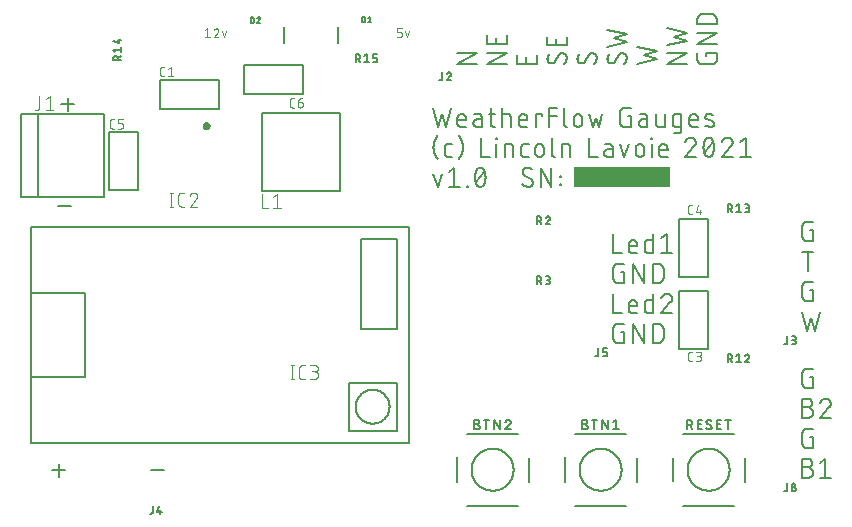
<source format=gto>
G04 EAGLE Gerber RS-274X export*
G75*
%MOMM*%
%FSLAX34Y34*%
%LPD*%
%INSilkscreen Top*%
%IPPOS*%
%AMOC8*
5,1,8,0,0,1.08239X$1,22.5*%
G01*
%ADD10C,0.152400*%
%ADD11C,0.076200*%
%ADD12R,8.128000X1.778000*%
%ADD13C,0.203200*%
%ADD14C,0.127000*%
%ADD15C,0.101600*%
%ADD16C,0.325000*%


D10*
X387858Y394462D02*
X371602Y394462D01*
X387858Y403493D01*
X371602Y403493D01*
X397002Y394462D02*
X413258Y394462D01*
X413258Y403493D02*
X397002Y394462D01*
X397002Y403493D02*
X413258Y403493D01*
X413258Y411165D02*
X413258Y418390D01*
X413258Y411165D02*
X397002Y411165D01*
X397002Y418390D01*
X404227Y416584D02*
X404227Y411165D01*
X438658Y401687D02*
X438658Y394462D01*
X422402Y394462D01*
X422402Y401687D01*
X429627Y399881D02*
X429627Y394462D01*
X460446Y403493D02*
X460564Y403491D01*
X460682Y403485D01*
X460800Y403476D01*
X460917Y403462D01*
X461034Y403445D01*
X461151Y403424D01*
X461266Y403399D01*
X461381Y403370D01*
X461495Y403337D01*
X461607Y403301D01*
X461718Y403261D01*
X461828Y403218D01*
X461937Y403171D01*
X462044Y403121D01*
X462149Y403066D01*
X462252Y403009D01*
X462353Y402948D01*
X462453Y402884D01*
X462550Y402817D01*
X462645Y402747D01*
X462737Y402673D01*
X462828Y402597D01*
X462915Y402517D01*
X463000Y402435D01*
X463082Y402350D01*
X463162Y402263D01*
X463238Y402172D01*
X463312Y402080D01*
X463382Y401985D01*
X463449Y401888D01*
X463513Y401788D01*
X463574Y401687D01*
X463631Y401584D01*
X463686Y401479D01*
X463736Y401372D01*
X463783Y401263D01*
X463826Y401153D01*
X463866Y401042D01*
X463902Y400930D01*
X463935Y400816D01*
X463964Y400701D01*
X463989Y400586D01*
X464010Y400469D01*
X464027Y400352D01*
X464041Y400235D01*
X464050Y400117D01*
X464056Y399999D01*
X464058Y399881D01*
X464056Y399698D01*
X464049Y399516D01*
X464038Y399334D01*
X464023Y399152D01*
X464003Y398970D01*
X463980Y398789D01*
X463951Y398609D01*
X463919Y398429D01*
X463882Y398250D01*
X463841Y398073D01*
X463795Y397896D01*
X463746Y397720D01*
X463692Y397546D01*
X463634Y397372D01*
X463572Y397201D01*
X463506Y397031D01*
X463435Y396862D01*
X463361Y396695D01*
X463283Y396530D01*
X463201Y396367D01*
X463115Y396206D01*
X463025Y396047D01*
X462931Y395890D01*
X462834Y395736D01*
X462733Y395584D01*
X462628Y395434D01*
X462520Y395287D01*
X462409Y395143D01*
X462294Y395001D01*
X462175Y394862D01*
X462053Y394726D01*
X461928Y394593D01*
X461800Y394463D01*
X451414Y394914D02*
X451296Y394916D01*
X451178Y394922D01*
X451060Y394931D01*
X450943Y394945D01*
X450826Y394962D01*
X450709Y394983D01*
X450594Y395008D01*
X450479Y395037D01*
X450365Y395070D01*
X450253Y395106D01*
X450142Y395146D01*
X450032Y395189D01*
X449923Y395236D01*
X449816Y395286D01*
X449711Y395341D01*
X449608Y395398D01*
X449507Y395459D01*
X449407Y395523D01*
X449310Y395590D01*
X449215Y395660D01*
X449123Y395734D01*
X449032Y395810D01*
X448945Y395890D01*
X448860Y395972D01*
X448778Y396057D01*
X448698Y396144D01*
X448622Y396235D01*
X448548Y396327D01*
X448478Y396422D01*
X448411Y396519D01*
X448347Y396619D01*
X448286Y396720D01*
X448229Y396823D01*
X448174Y396928D01*
X448124Y397035D01*
X448077Y397144D01*
X448034Y397254D01*
X447994Y397365D01*
X447958Y397477D01*
X447925Y397591D01*
X447896Y397706D01*
X447871Y397821D01*
X447850Y397938D01*
X447833Y398055D01*
X447819Y398172D01*
X447810Y398290D01*
X447804Y398408D01*
X447802Y398526D01*
X447804Y398687D01*
X447810Y398849D01*
X447819Y399010D01*
X447833Y399171D01*
X447850Y399331D01*
X447871Y399491D01*
X447896Y399651D01*
X447925Y399810D01*
X447957Y399968D01*
X447993Y400125D01*
X448033Y400281D01*
X448077Y400437D01*
X448125Y400591D01*
X448176Y400744D01*
X448230Y400896D01*
X448289Y401047D01*
X448350Y401196D01*
X448416Y401343D01*
X448485Y401489D01*
X448557Y401634D01*
X448633Y401776D01*
X448712Y401917D01*
X448794Y402056D01*
X448880Y402192D01*
X448969Y402327D01*
X449061Y402460D01*
X449157Y402590D01*
X454575Y396719D02*
X454513Y396618D01*
X454448Y396518D01*
X454379Y396421D01*
X454307Y396326D01*
X454233Y396233D01*
X454155Y396143D01*
X454074Y396055D01*
X453991Y395970D01*
X453905Y395888D01*
X453816Y395809D01*
X453725Y395732D01*
X453631Y395659D01*
X453535Y395588D01*
X453437Y395521D01*
X453337Y395457D01*
X453234Y395396D01*
X453130Y395339D01*
X453024Y395285D01*
X452916Y395235D01*
X452807Y395188D01*
X452696Y395144D01*
X452584Y395104D01*
X452470Y395068D01*
X452356Y395036D01*
X452240Y395007D01*
X452124Y394982D01*
X452007Y394961D01*
X451889Y394944D01*
X451771Y394930D01*
X451652Y394921D01*
X451533Y394915D01*
X451414Y394913D01*
X457285Y401687D02*
X457347Y401788D01*
X457412Y401888D01*
X457481Y401985D01*
X457553Y402080D01*
X457627Y402173D01*
X457705Y402263D01*
X457786Y402351D01*
X457869Y402436D01*
X457955Y402518D01*
X458044Y402597D01*
X458135Y402674D01*
X458229Y402747D01*
X458325Y402818D01*
X458423Y402885D01*
X458523Y402949D01*
X458626Y403010D01*
X458730Y403067D01*
X458836Y403121D01*
X458944Y403171D01*
X459053Y403218D01*
X459164Y403262D01*
X459276Y403302D01*
X459390Y403338D01*
X459504Y403370D01*
X459620Y403399D01*
X459736Y403424D01*
X459853Y403445D01*
X459971Y403462D01*
X460089Y403476D01*
X460208Y403485D01*
X460327Y403491D01*
X460446Y403493D01*
X457285Y401687D02*
X454575Y396720D01*
X464058Y410123D02*
X464058Y417348D01*
X464058Y410123D02*
X447802Y410123D01*
X447802Y417348D01*
X455027Y415542D02*
X455027Y410123D01*
X485846Y403493D02*
X485964Y403491D01*
X486082Y403485D01*
X486200Y403476D01*
X486317Y403462D01*
X486434Y403445D01*
X486551Y403424D01*
X486666Y403399D01*
X486781Y403370D01*
X486895Y403337D01*
X487007Y403301D01*
X487118Y403261D01*
X487228Y403218D01*
X487337Y403171D01*
X487444Y403121D01*
X487549Y403066D01*
X487652Y403009D01*
X487753Y402948D01*
X487853Y402884D01*
X487950Y402817D01*
X488045Y402747D01*
X488137Y402673D01*
X488228Y402597D01*
X488315Y402517D01*
X488400Y402435D01*
X488482Y402350D01*
X488562Y402263D01*
X488638Y402172D01*
X488712Y402080D01*
X488782Y401985D01*
X488849Y401888D01*
X488913Y401788D01*
X488974Y401687D01*
X489031Y401584D01*
X489086Y401479D01*
X489136Y401372D01*
X489183Y401263D01*
X489226Y401153D01*
X489266Y401042D01*
X489302Y400930D01*
X489335Y400816D01*
X489364Y400701D01*
X489389Y400586D01*
X489410Y400469D01*
X489427Y400352D01*
X489441Y400235D01*
X489450Y400117D01*
X489456Y399999D01*
X489458Y399881D01*
X489456Y399698D01*
X489449Y399516D01*
X489438Y399334D01*
X489423Y399152D01*
X489403Y398970D01*
X489380Y398789D01*
X489351Y398609D01*
X489319Y398429D01*
X489282Y398250D01*
X489241Y398073D01*
X489195Y397896D01*
X489146Y397720D01*
X489092Y397546D01*
X489034Y397372D01*
X488972Y397201D01*
X488906Y397031D01*
X488835Y396862D01*
X488761Y396695D01*
X488683Y396530D01*
X488601Y396367D01*
X488515Y396206D01*
X488425Y396047D01*
X488331Y395890D01*
X488234Y395736D01*
X488133Y395584D01*
X488028Y395434D01*
X487920Y395287D01*
X487809Y395143D01*
X487694Y395001D01*
X487575Y394862D01*
X487453Y394726D01*
X487328Y394593D01*
X487200Y394463D01*
X476814Y394914D02*
X476696Y394916D01*
X476578Y394922D01*
X476460Y394931D01*
X476343Y394945D01*
X476226Y394962D01*
X476109Y394983D01*
X475994Y395008D01*
X475879Y395037D01*
X475765Y395070D01*
X475653Y395106D01*
X475542Y395146D01*
X475432Y395189D01*
X475323Y395236D01*
X475216Y395286D01*
X475111Y395341D01*
X475008Y395398D01*
X474907Y395459D01*
X474807Y395523D01*
X474710Y395590D01*
X474615Y395660D01*
X474523Y395734D01*
X474432Y395810D01*
X474345Y395890D01*
X474260Y395972D01*
X474178Y396057D01*
X474098Y396144D01*
X474022Y396235D01*
X473948Y396327D01*
X473878Y396422D01*
X473811Y396519D01*
X473747Y396619D01*
X473686Y396720D01*
X473629Y396823D01*
X473574Y396928D01*
X473524Y397035D01*
X473477Y397144D01*
X473434Y397254D01*
X473394Y397365D01*
X473358Y397477D01*
X473325Y397591D01*
X473296Y397706D01*
X473271Y397821D01*
X473250Y397938D01*
X473233Y398055D01*
X473219Y398172D01*
X473210Y398290D01*
X473204Y398408D01*
X473202Y398526D01*
X473204Y398687D01*
X473210Y398849D01*
X473219Y399010D01*
X473233Y399171D01*
X473250Y399331D01*
X473271Y399491D01*
X473296Y399651D01*
X473325Y399810D01*
X473357Y399968D01*
X473393Y400125D01*
X473433Y400281D01*
X473477Y400437D01*
X473525Y400591D01*
X473576Y400744D01*
X473630Y400896D01*
X473689Y401047D01*
X473750Y401196D01*
X473816Y401343D01*
X473885Y401489D01*
X473957Y401634D01*
X474033Y401776D01*
X474112Y401917D01*
X474194Y402056D01*
X474280Y402192D01*
X474369Y402327D01*
X474461Y402460D01*
X474557Y402590D01*
X479975Y396719D02*
X479913Y396618D01*
X479848Y396518D01*
X479779Y396421D01*
X479707Y396326D01*
X479633Y396233D01*
X479555Y396143D01*
X479474Y396055D01*
X479391Y395970D01*
X479305Y395888D01*
X479216Y395809D01*
X479125Y395732D01*
X479031Y395659D01*
X478935Y395588D01*
X478837Y395521D01*
X478737Y395457D01*
X478634Y395396D01*
X478530Y395339D01*
X478424Y395285D01*
X478316Y395235D01*
X478207Y395188D01*
X478096Y395144D01*
X477984Y395104D01*
X477870Y395068D01*
X477756Y395036D01*
X477640Y395007D01*
X477524Y394982D01*
X477407Y394961D01*
X477289Y394944D01*
X477171Y394930D01*
X477052Y394921D01*
X476933Y394915D01*
X476814Y394913D01*
X482685Y401687D02*
X482747Y401788D01*
X482812Y401888D01*
X482881Y401985D01*
X482953Y402080D01*
X483027Y402173D01*
X483105Y402263D01*
X483186Y402351D01*
X483269Y402436D01*
X483355Y402518D01*
X483444Y402597D01*
X483535Y402674D01*
X483629Y402747D01*
X483725Y402818D01*
X483823Y402885D01*
X483923Y402949D01*
X484026Y403010D01*
X484130Y403067D01*
X484236Y403121D01*
X484344Y403171D01*
X484453Y403218D01*
X484564Y403262D01*
X484676Y403302D01*
X484790Y403338D01*
X484904Y403370D01*
X485020Y403399D01*
X485136Y403424D01*
X485253Y403445D01*
X485371Y403462D01*
X485489Y403476D01*
X485608Y403485D01*
X485727Y403491D01*
X485846Y403493D01*
X482685Y401687D02*
X479975Y396720D01*
X511246Y403493D02*
X511364Y403491D01*
X511482Y403485D01*
X511600Y403476D01*
X511717Y403462D01*
X511834Y403445D01*
X511951Y403424D01*
X512066Y403399D01*
X512181Y403370D01*
X512295Y403337D01*
X512407Y403301D01*
X512518Y403261D01*
X512628Y403218D01*
X512737Y403171D01*
X512844Y403121D01*
X512949Y403066D01*
X513052Y403009D01*
X513153Y402948D01*
X513253Y402884D01*
X513350Y402817D01*
X513445Y402747D01*
X513537Y402673D01*
X513628Y402597D01*
X513715Y402517D01*
X513800Y402435D01*
X513882Y402350D01*
X513962Y402263D01*
X514038Y402172D01*
X514112Y402080D01*
X514182Y401985D01*
X514249Y401888D01*
X514313Y401788D01*
X514374Y401687D01*
X514431Y401584D01*
X514486Y401479D01*
X514536Y401372D01*
X514583Y401263D01*
X514626Y401153D01*
X514666Y401042D01*
X514702Y400930D01*
X514735Y400816D01*
X514764Y400701D01*
X514789Y400586D01*
X514810Y400469D01*
X514827Y400352D01*
X514841Y400235D01*
X514850Y400117D01*
X514856Y399999D01*
X514858Y399881D01*
X514856Y399698D01*
X514849Y399516D01*
X514838Y399334D01*
X514823Y399152D01*
X514803Y398970D01*
X514780Y398789D01*
X514751Y398609D01*
X514719Y398429D01*
X514682Y398250D01*
X514641Y398073D01*
X514595Y397896D01*
X514546Y397720D01*
X514492Y397546D01*
X514434Y397372D01*
X514372Y397201D01*
X514306Y397031D01*
X514235Y396862D01*
X514161Y396695D01*
X514083Y396530D01*
X514001Y396367D01*
X513915Y396206D01*
X513825Y396047D01*
X513731Y395890D01*
X513634Y395736D01*
X513533Y395584D01*
X513428Y395434D01*
X513320Y395287D01*
X513209Y395143D01*
X513094Y395001D01*
X512975Y394862D01*
X512853Y394726D01*
X512728Y394593D01*
X512600Y394463D01*
X502214Y394914D02*
X502096Y394916D01*
X501978Y394922D01*
X501860Y394931D01*
X501743Y394945D01*
X501626Y394962D01*
X501509Y394983D01*
X501394Y395008D01*
X501279Y395037D01*
X501165Y395070D01*
X501053Y395106D01*
X500942Y395146D01*
X500832Y395189D01*
X500723Y395236D01*
X500616Y395286D01*
X500511Y395341D01*
X500408Y395398D01*
X500307Y395459D01*
X500207Y395523D01*
X500110Y395590D01*
X500015Y395660D01*
X499923Y395734D01*
X499832Y395810D01*
X499745Y395890D01*
X499660Y395972D01*
X499578Y396057D01*
X499498Y396144D01*
X499422Y396235D01*
X499348Y396327D01*
X499278Y396422D01*
X499211Y396519D01*
X499147Y396619D01*
X499086Y396720D01*
X499029Y396823D01*
X498974Y396928D01*
X498924Y397035D01*
X498877Y397144D01*
X498834Y397254D01*
X498794Y397365D01*
X498758Y397477D01*
X498725Y397591D01*
X498696Y397706D01*
X498671Y397821D01*
X498650Y397938D01*
X498633Y398055D01*
X498619Y398172D01*
X498610Y398290D01*
X498604Y398408D01*
X498602Y398526D01*
X498604Y398687D01*
X498610Y398849D01*
X498619Y399010D01*
X498633Y399171D01*
X498650Y399331D01*
X498671Y399491D01*
X498696Y399651D01*
X498725Y399810D01*
X498757Y399968D01*
X498793Y400125D01*
X498833Y400281D01*
X498877Y400437D01*
X498925Y400591D01*
X498976Y400744D01*
X499030Y400896D01*
X499089Y401047D01*
X499150Y401196D01*
X499216Y401343D01*
X499285Y401489D01*
X499357Y401634D01*
X499433Y401776D01*
X499512Y401917D01*
X499594Y402056D01*
X499680Y402192D01*
X499769Y402327D01*
X499861Y402460D01*
X499957Y402590D01*
X505375Y396719D02*
X505313Y396618D01*
X505248Y396518D01*
X505179Y396421D01*
X505107Y396326D01*
X505033Y396233D01*
X504955Y396143D01*
X504874Y396055D01*
X504791Y395970D01*
X504705Y395888D01*
X504616Y395809D01*
X504525Y395732D01*
X504431Y395659D01*
X504335Y395588D01*
X504237Y395521D01*
X504137Y395457D01*
X504034Y395396D01*
X503930Y395339D01*
X503824Y395285D01*
X503716Y395235D01*
X503607Y395188D01*
X503496Y395144D01*
X503384Y395104D01*
X503270Y395068D01*
X503156Y395036D01*
X503040Y395007D01*
X502924Y394982D01*
X502807Y394961D01*
X502689Y394944D01*
X502571Y394930D01*
X502452Y394921D01*
X502333Y394915D01*
X502214Y394913D01*
X508085Y401687D02*
X508147Y401788D01*
X508212Y401888D01*
X508281Y401985D01*
X508353Y402080D01*
X508427Y402173D01*
X508505Y402263D01*
X508586Y402351D01*
X508669Y402436D01*
X508755Y402518D01*
X508844Y402597D01*
X508935Y402674D01*
X509029Y402747D01*
X509125Y402818D01*
X509223Y402885D01*
X509323Y402949D01*
X509426Y403010D01*
X509530Y403067D01*
X509636Y403121D01*
X509744Y403171D01*
X509853Y403218D01*
X509964Y403262D01*
X510076Y403302D01*
X510190Y403338D01*
X510304Y403370D01*
X510420Y403399D01*
X510536Y403424D01*
X510653Y403445D01*
X510771Y403462D01*
X510889Y403476D01*
X511008Y403485D01*
X511127Y403491D01*
X511246Y403493D01*
X508085Y401687D02*
X505375Y396720D01*
X498602Y408947D02*
X514858Y412559D01*
X504021Y416172D01*
X514858Y419784D01*
X498602Y423397D01*
X524002Y394462D02*
X540258Y398074D01*
X529421Y401687D01*
X540258Y405299D01*
X524002Y408912D01*
X549402Y394462D02*
X565658Y394462D01*
X565658Y403493D02*
X549402Y394462D01*
X549402Y403493D02*
X565658Y403493D01*
X565658Y413602D02*
X549402Y409989D01*
X554821Y417214D02*
X565658Y413602D01*
X565658Y420826D02*
X554821Y417214D01*
X549402Y424439D02*
X565658Y420826D01*
X582027Y403493D02*
X582027Y400784D01*
X582027Y403493D02*
X591058Y403493D01*
X591058Y398074D01*
X591056Y397956D01*
X591050Y397838D01*
X591041Y397720D01*
X591027Y397603D01*
X591010Y397486D01*
X590989Y397369D01*
X590964Y397254D01*
X590935Y397139D01*
X590902Y397025D01*
X590866Y396913D01*
X590826Y396802D01*
X590783Y396692D01*
X590736Y396583D01*
X590686Y396476D01*
X590631Y396371D01*
X590574Y396268D01*
X590513Y396167D01*
X590449Y396067D01*
X590382Y395970D01*
X590312Y395875D01*
X590238Y395783D01*
X590162Y395692D01*
X590082Y395605D01*
X590000Y395520D01*
X589915Y395438D01*
X589828Y395358D01*
X589737Y395282D01*
X589645Y395208D01*
X589550Y395138D01*
X589453Y395071D01*
X589353Y395007D01*
X589252Y394946D01*
X589149Y394889D01*
X589044Y394834D01*
X588937Y394784D01*
X588828Y394737D01*
X588718Y394694D01*
X588607Y394654D01*
X588495Y394618D01*
X588381Y394585D01*
X588266Y394556D01*
X588151Y394531D01*
X588034Y394510D01*
X587917Y394493D01*
X587800Y394479D01*
X587682Y394470D01*
X587564Y394464D01*
X587446Y394462D01*
X578414Y394462D01*
X578296Y394464D01*
X578178Y394470D01*
X578060Y394479D01*
X577942Y394493D01*
X577825Y394510D01*
X577709Y394531D01*
X577594Y394556D01*
X577479Y394585D01*
X577365Y394618D01*
X577253Y394654D01*
X577141Y394694D01*
X577031Y394737D01*
X576923Y394784D01*
X576816Y394835D01*
X576711Y394889D01*
X576608Y394946D01*
X576506Y395007D01*
X576407Y395071D01*
X576310Y395138D01*
X576215Y395209D01*
X576122Y395282D01*
X576032Y395359D01*
X575944Y395438D01*
X575859Y395520D01*
X575777Y395605D01*
X575698Y395693D01*
X575621Y395783D01*
X575548Y395876D01*
X575477Y395970D01*
X575410Y396068D01*
X575346Y396167D01*
X575285Y396268D01*
X575228Y396372D01*
X575174Y396477D01*
X575123Y396584D01*
X575076Y396692D01*
X575033Y396802D01*
X574993Y396914D01*
X574957Y397026D01*
X574924Y397140D01*
X574895Y397255D01*
X574870Y397370D01*
X574849Y397486D01*
X574832Y397603D01*
X574818Y397721D01*
X574809Y397839D01*
X574803Y397957D01*
X574801Y398075D01*
X574802Y398074D02*
X574802Y403493D01*
X574802Y411135D02*
X591058Y411135D01*
X591058Y420166D02*
X574802Y411135D01*
X574802Y420166D02*
X591058Y420166D01*
X591058Y427809D02*
X574802Y427809D01*
X574802Y432324D01*
X574804Y432455D01*
X574810Y432587D01*
X574819Y432718D01*
X574833Y432848D01*
X574850Y432979D01*
X574871Y433108D01*
X574895Y433237D01*
X574924Y433365D01*
X574956Y433493D01*
X574992Y433619D01*
X575031Y433744D01*
X575074Y433869D01*
X575121Y433991D01*
X575171Y434113D01*
X575225Y434233D01*
X575282Y434351D01*
X575343Y434467D01*
X575407Y434582D01*
X575474Y434695D01*
X575545Y434806D01*
X575619Y434914D01*
X575696Y435021D01*
X575776Y435125D01*
X575859Y435227D01*
X575944Y435326D01*
X576033Y435423D01*
X576125Y435517D01*
X576219Y435609D01*
X576316Y435698D01*
X576415Y435783D01*
X576517Y435866D01*
X576621Y435946D01*
X576728Y436023D01*
X576836Y436097D01*
X576947Y436168D01*
X577060Y436235D01*
X577175Y436299D01*
X577291Y436360D01*
X577409Y436417D01*
X577529Y436471D01*
X577651Y436521D01*
X577773Y436568D01*
X577898Y436611D01*
X578023Y436650D01*
X578149Y436686D01*
X578277Y436718D01*
X578405Y436747D01*
X578534Y436771D01*
X578663Y436792D01*
X578794Y436809D01*
X578924Y436823D01*
X579055Y436832D01*
X579187Y436838D01*
X579318Y436840D01*
X586542Y436840D01*
X586673Y436838D01*
X586805Y436832D01*
X586936Y436823D01*
X587066Y436809D01*
X587197Y436792D01*
X587326Y436771D01*
X587455Y436747D01*
X587583Y436718D01*
X587711Y436686D01*
X587837Y436650D01*
X587962Y436611D01*
X588087Y436568D01*
X588209Y436521D01*
X588331Y436471D01*
X588451Y436417D01*
X588569Y436360D01*
X588685Y436299D01*
X588800Y436235D01*
X588913Y436168D01*
X589024Y436097D01*
X589132Y436023D01*
X589239Y435946D01*
X589343Y435866D01*
X589445Y435783D01*
X589544Y435698D01*
X589641Y435609D01*
X589735Y435517D01*
X589827Y435423D01*
X589916Y435326D01*
X590001Y435227D01*
X590084Y435125D01*
X590164Y435021D01*
X590241Y434914D01*
X590315Y434806D01*
X590386Y434695D01*
X590453Y434582D01*
X590517Y434467D01*
X590578Y434351D01*
X590635Y434233D01*
X590689Y434113D01*
X590739Y433991D01*
X590786Y433869D01*
X590829Y433744D01*
X590868Y433619D01*
X590904Y433493D01*
X590936Y433365D01*
X590965Y433237D01*
X590989Y433108D01*
X591010Y432978D01*
X591027Y432848D01*
X591041Y432718D01*
X591050Y432587D01*
X591056Y432455D01*
X591058Y432324D01*
X591058Y427809D01*
X47159Y360144D02*
X36322Y360144D01*
X41741Y365562D02*
X41741Y354725D01*
X44619Y273784D02*
X33782Y273784D01*
X28702Y50264D02*
X39539Y50264D01*
X34121Y44845D02*
X34121Y55682D01*
X112522Y50264D02*
X123359Y50264D01*
X503682Y234442D02*
X503682Y250698D01*
X503682Y234442D02*
X510907Y234442D01*
X519249Y234442D02*
X523764Y234442D01*
X519249Y234442D02*
X519148Y234444D01*
X519047Y234450D01*
X518946Y234459D01*
X518845Y234472D01*
X518745Y234489D01*
X518646Y234510D01*
X518548Y234534D01*
X518451Y234562D01*
X518354Y234594D01*
X518259Y234629D01*
X518166Y234668D01*
X518074Y234710D01*
X517983Y234756D01*
X517895Y234805D01*
X517808Y234857D01*
X517723Y234913D01*
X517640Y234971D01*
X517560Y235033D01*
X517482Y235098D01*
X517406Y235165D01*
X517333Y235235D01*
X517263Y235308D01*
X517196Y235384D01*
X517131Y235462D01*
X517069Y235542D01*
X517011Y235625D01*
X516955Y235710D01*
X516903Y235797D01*
X516854Y235885D01*
X516808Y235976D01*
X516766Y236068D01*
X516727Y236161D01*
X516692Y236256D01*
X516660Y236353D01*
X516632Y236450D01*
X516608Y236548D01*
X516587Y236647D01*
X516570Y236747D01*
X516557Y236848D01*
X516548Y236949D01*
X516542Y237050D01*
X516540Y237151D01*
X516539Y237151D02*
X516539Y241667D01*
X516540Y241667D02*
X516542Y241786D01*
X516548Y241906D01*
X516558Y242025D01*
X516572Y242143D01*
X516589Y242262D01*
X516611Y242379D01*
X516636Y242496D01*
X516666Y242611D01*
X516699Y242726D01*
X516736Y242840D01*
X516776Y242952D01*
X516821Y243063D01*
X516869Y243172D01*
X516920Y243280D01*
X516975Y243386D01*
X517034Y243490D01*
X517096Y243592D01*
X517161Y243692D01*
X517230Y243790D01*
X517302Y243886D01*
X517377Y243979D01*
X517454Y244069D01*
X517535Y244157D01*
X517619Y244242D01*
X517706Y244324D01*
X517795Y244404D01*
X517887Y244480D01*
X517981Y244554D01*
X518078Y244624D01*
X518176Y244691D01*
X518277Y244755D01*
X518381Y244815D01*
X518486Y244872D01*
X518593Y244925D01*
X518701Y244975D01*
X518811Y245021D01*
X518923Y245063D01*
X519036Y245102D01*
X519150Y245137D01*
X519265Y245168D01*
X519382Y245196D01*
X519499Y245219D01*
X519616Y245239D01*
X519735Y245255D01*
X519854Y245267D01*
X519973Y245275D01*
X520092Y245279D01*
X520212Y245279D01*
X520331Y245275D01*
X520450Y245267D01*
X520569Y245255D01*
X520688Y245239D01*
X520805Y245219D01*
X520922Y245196D01*
X521039Y245168D01*
X521154Y245137D01*
X521268Y245102D01*
X521381Y245063D01*
X521493Y245021D01*
X521603Y244975D01*
X521711Y244925D01*
X521818Y244872D01*
X521923Y244815D01*
X522027Y244755D01*
X522128Y244691D01*
X522226Y244624D01*
X522323Y244554D01*
X522417Y244480D01*
X522509Y244404D01*
X522598Y244324D01*
X522685Y244242D01*
X522769Y244157D01*
X522850Y244069D01*
X522927Y243979D01*
X523002Y243886D01*
X523074Y243790D01*
X523143Y243692D01*
X523208Y243592D01*
X523270Y243490D01*
X523329Y243386D01*
X523384Y243280D01*
X523435Y243172D01*
X523483Y243063D01*
X523528Y242952D01*
X523568Y242840D01*
X523605Y242726D01*
X523638Y242611D01*
X523668Y242496D01*
X523693Y242379D01*
X523715Y242262D01*
X523732Y242143D01*
X523746Y242025D01*
X523756Y241906D01*
X523762Y241786D01*
X523764Y241667D01*
X523764Y239861D01*
X516539Y239861D01*
X537238Y234442D02*
X537238Y250698D01*
X537238Y234442D02*
X532722Y234442D01*
X532621Y234444D01*
X532520Y234450D01*
X532419Y234459D01*
X532318Y234472D01*
X532218Y234489D01*
X532119Y234510D01*
X532021Y234534D01*
X531924Y234562D01*
X531827Y234594D01*
X531732Y234629D01*
X531639Y234668D01*
X531547Y234710D01*
X531456Y234756D01*
X531368Y234805D01*
X531281Y234857D01*
X531196Y234913D01*
X531113Y234971D01*
X531033Y235033D01*
X530955Y235098D01*
X530879Y235165D01*
X530806Y235235D01*
X530736Y235308D01*
X530669Y235384D01*
X530604Y235462D01*
X530542Y235542D01*
X530484Y235625D01*
X530428Y235710D01*
X530376Y235797D01*
X530327Y235885D01*
X530281Y235976D01*
X530239Y236068D01*
X530200Y236161D01*
X530165Y236256D01*
X530133Y236353D01*
X530105Y236450D01*
X530081Y236548D01*
X530060Y236647D01*
X530043Y236747D01*
X530030Y236848D01*
X530021Y236949D01*
X530015Y237050D01*
X530013Y237151D01*
X530013Y242570D01*
X530015Y242671D01*
X530021Y242772D01*
X530030Y242873D01*
X530043Y242974D01*
X530060Y243074D01*
X530081Y243173D01*
X530105Y243271D01*
X530133Y243368D01*
X530165Y243465D01*
X530200Y243560D01*
X530239Y243653D01*
X530281Y243745D01*
X530327Y243836D01*
X530376Y243925D01*
X530428Y244011D01*
X530484Y244096D01*
X530542Y244179D01*
X530604Y244259D01*
X530669Y244337D01*
X530736Y244413D01*
X530806Y244486D01*
X530879Y244556D01*
X530955Y244623D01*
X531033Y244688D01*
X531113Y244750D01*
X531196Y244808D01*
X531281Y244864D01*
X531368Y244916D01*
X531456Y244965D01*
X531547Y245011D01*
X531639Y245053D01*
X531732Y245092D01*
X531827Y245127D01*
X531924Y245159D01*
X532021Y245187D01*
X532119Y245211D01*
X532218Y245232D01*
X532318Y245249D01*
X532419Y245262D01*
X532520Y245271D01*
X532621Y245277D01*
X532722Y245279D01*
X537238Y245279D01*
X544293Y247086D02*
X548809Y250698D01*
X548809Y234442D01*
X553324Y234442D02*
X544293Y234442D01*
X503682Y199898D02*
X503682Y183642D01*
X510907Y183642D01*
X519249Y183642D02*
X523764Y183642D01*
X519249Y183642D02*
X519148Y183644D01*
X519047Y183650D01*
X518946Y183659D01*
X518845Y183672D01*
X518745Y183689D01*
X518646Y183710D01*
X518548Y183734D01*
X518451Y183762D01*
X518354Y183794D01*
X518259Y183829D01*
X518166Y183868D01*
X518074Y183910D01*
X517983Y183956D01*
X517895Y184005D01*
X517808Y184057D01*
X517723Y184113D01*
X517640Y184171D01*
X517560Y184233D01*
X517482Y184298D01*
X517406Y184365D01*
X517333Y184435D01*
X517263Y184508D01*
X517196Y184584D01*
X517131Y184662D01*
X517069Y184742D01*
X517011Y184825D01*
X516955Y184910D01*
X516903Y184997D01*
X516854Y185085D01*
X516808Y185176D01*
X516766Y185268D01*
X516727Y185361D01*
X516692Y185456D01*
X516660Y185553D01*
X516632Y185650D01*
X516608Y185748D01*
X516587Y185847D01*
X516570Y185947D01*
X516557Y186048D01*
X516548Y186149D01*
X516542Y186250D01*
X516540Y186351D01*
X516539Y186351D02*
X516539Y190867D01*
X516540Y190867D02*
X516542Y190986D01*
X516548Y191106D01*
X516558Y191225D01*
X516572Y191343D01*
X516589Y191462D01*
X516611Y191579D01*
X516636Y191696D01*
X516666Y191811D01*
X516699Y191926D01*
X516736Y192040D01*
X516776Y192152D01*
X516821Y192263D01*
X516869Y192372D01*
X516920Y192480D01*
X516975Y192586D01*
X517034Y192690D01*
X517096Y192792D01*
X517161Y192892D01*
X517230Y192990D01*
X517302Y193086D01*
X517377Y193179D01*
X517454Y193269D01*
X517535Y193357D01*
X517619Y193442D01*
X517706Y193524D01*
X517795Y193604D01*
X517887Y193680D01*
X517981Y193754D01*
X518078Y193824D01*
X518176Y193891D01*
X518277Y193955D01*
X518381Y194015D01*
X518486Y194072D01*
X518593Y194125D01*
X518701Y194175D01*
X518811Y194221D01*
X518923Y194263D01*
X519036Y194302D01*
X519150Y194337D01*
X519265Y194368D01*
X519382Y194396D01*
X519499Y194419D01*
X519616Y194439D01*
X519735Y194455D01*
X519854Y194467D01*
X519973Y194475D01*
X520092Y194479D01*
X520212Y194479D01*
X520331Y194475D01*
X520450Y194467D01*
X520569Y194455D01*
X520688Y194439D01*
X520805Y194419D01*
X520922Y194396D01*
X521039Y194368D01*
X521154Y194337D01*
X521268Y194302D01*
X521381Y194263D01*
X521493Y194221D01*
X521603Y194175D01*
X521711Y194125D01*
X521818Y194072D01*
X521923Y194015D01*
X522027Y193955D01*
X522128Y193891D01*
X522226Y193824D01*
X522323Y193754D01*
X522417Y193680D01*
X522509Y193604D01*
X522598Y193524D01*
X522685Y193442D01*
X522769Y193357D01*
X522850Y193269D01*
X522927Y193179D01*
X523002Y193086D01*
X523074Y192990D01*
X523143Y192892D01*
X523208Y192792D01*
X523270Y192690D01*
X523329Y192586D01*
X523384Y192480D01*
X523435Y192372D01*
X523483Y192263D01*
X523528Y192152D01*
X523568Y192040D01*
X523605Y191926D01*
X523638Y191811D01*
X523668Y191696D01*
X523693Y191579D01*
X523715Y191462D01*
X523732Y191343D01*
X523746Y191225D01*
X523756Y191106D01*
X523762Y190986D01*
X523764Y190867D01*
X523764Y189061D01*
X516539Y189061D01*
X537238Y183642D02*
X537238Y199898D01*
X537238Y183642D02*
X532722Y183642D01*
X532621Y183644D01*
X532520Y183650D01*
X532419Y183659D01*
X532318Y183672D01*
X532218Y183689D01*
X532119Y183710D01*
X532021Y183734D01*
X531924Y183762D01*
X531827Y183794D01*
X531732Y183829D01*
X531639Y183868D01*
X531547Y183910D01*
X531456Y183956D01*
X531368Y184005D01*
X531281Y184057D01*
X531196Y184113D01*
X531113Y184171D01*
X531033Y184233D01*
X530955Y184298D01*
X530879Y184365D01*
X530806Y184435D01*
X530736Y184508D01*
X530669Y184584D01*
X530604Y184662D01*
X530542Y184742D01*
X530484Y184825D01*
X530428Y184910D01*
X530376Y184997D01*
X530327Y185085D01*
X530281Y185176D01*
X530239Y185268D01*
X530200Y185361D01*
X530165Y185456D01*
X530133Y185553D01*
X530105Y185650D01*
X530081Y185748D01*
X530060Y185847D01*
X530043Y185947D01*
X530030Y186048D01*
X530021Y186149D01*
X530015Y186250D01*
X530013Y186351D01*
X530013Y191770D01*
X530015Y191871D01*
X530021Y191972D01*
X530030Y192073D01*
X530043Y192174D01*
X530060Y192274D01*
X530081Y192373D01*
X530105Y192471D01*
X530133Y192568D01*
X530165Y192665D01*
X530200Y192760D01*
X530239Y192853D01*
X530281Y192945D01*
X530327Y193036D01*
X530376Y193125D01*
X530428Y193211D01*
X530484Y193296D01*
X530542Y193379D01*
X530604Y193459D01*
X530669Y193537D01*
X530736Y193613D01*
X530806Y193686D01*
X530879Y193756D01*
X530955Y193823D01*
X531033Y193888D01*
X531113Y193950D01*
X531196Y194008D01*
X531281Y194064D01*
X531368Y194116D01*
X531456Y194165D01*
X531547Y194211D01*
X531639Y194253D01*
X531732Y194292D01*
X531827Y194327D01*
X531924Y194359D01*
X532021Y194387D01*
X532119Y194411D01*
X532218Y194432D01*
X532318Y194449D01*
X532419Y194462D01*
X532520Y194471D01*
X532621Y194477D01*
X532722Y194479D01*
X537238Y194479D01*
X549260Y199898D02*
X549385Y199896D01*
X549510Y199890D01*
X549635Y199881D01*
X549759Y199867D01*
X549883Y199850D01*
X550007Y199829D01*
X550129Y199804D01*
X550251Y199775D01*
X550372Y199743D01*
X550492Y199707D01*
X550611Y199667D01*
X550728Y199624D01*
X550844Y199577D01*
X550959Y199526D01*
X551071Y199472D01*
X551183Y199414D01*
X551292Y199354D01*
X551399Y199289D01*
X551505Y199222D01*
X551608Y199151D01*
X551709Y199077D01*
X551808Y199000D01*
X551904Y198920D01*
X551998Y198837D01*
X552089Y198752D01*
X552178Y198663D01*
X552263Y198572D01*
X552346Y198478D01*
X552426Y198382D01*
X552503Y198283D01*
X552577Y198182D01*
X552648Y198079D01*
X552715Y197973D01*
X552780Y197866D01*
X552840Y197757D01*
X552898Y197645D01*
X552952Y197533D01*
X553003Y197418D01*
X553050Y197302D01*
X553093Y197185D01*
X553133Y197066D01*
X553169Y196946D01*
X553201Y196825D01*
X553230Y196703D01*
X553255Y196581D01*
X553276Y196457D01*
X553293Y196333D01*
X553307Y196209D01*
X553316Y196084D01*
X553322Y195959D01*
X553324Y195834D01*
X549260Y199898D02*
X549117Y199896D01*
X548975Y199890D01*
X548832Y199880D01*
X548690Y199867D01*
X548549Y199849D01*
X548407Y199828D01*
X548267Y199803D01*
X548127Y199774D01*
X547988Y199741D01*
X547850Y199704D01*
X547713Y199664D01*
X547578Y199620D01*
X547443Y199572D01*
X547310Y199520D01*
X547178Y199465D01*
X547048Y199406D01*
X546920Y199344D01*
X546793Y199278D01*
X546668Y199209D01*
X546545Y199137D01*
X546425Y199061D01*
X546306Y198982D01*
X546189Y198899D01*
X546075Y198814D01*
X545963Y198725D01*
X545854Y198634D01*
X545747Y198539D01*
X545642Y198442D01*
X545541Y198341D01*
X545442Y198238D01*
X545346Y198133D01*
X545253Y198024D01*
X545163Y197913D01*
X545076Y197800D01*
X544992Y197685D01*
X544912Y197567D01*
X544834Y197447D01*
X544760Y197325D01*
X544690Y197201D01*
X544622Y197075D01*
X544559Y196947D01*
X544498Y196818D01*
X544441Y196687D01*
X544388Y196555D01*
X544339Y196421D01*
X544293Y196286D01*
X551969Y192673D02*
X552063Y192765D01*
X552153Y192859D01*
X552241Y192956D01*
X552326Y193056D01*
X552408Y193158D01*
X552487Y193263D01*
X552562Y193370D01*
X552634Y193479D01*
X552703Y193590D01*
X552769Y193704D01*
X552831Y193819D01*
X552890Y193936D01*
X552945Y194055D01*
X552996Y194175D01*
X553044Y194297D01*
X553089Y194420D01*
X553129Y194544D01*
X553166Y194670D01*
X553199Y194797D01*
X553228Y194924D01*
X553254Y195053D01*
X553275Y195182D01*
X553293Y195312D01*
X553306Y195442D01*
X553316Y195572D01*
X553322Y195703D01*
X553324Y195834D01*
X551970Y192673D02*
X544293Y183642D01*
X553324Y183642D01*
X512713Y218073D02*
X510004Y218073D01*
X512713Y218073D02*
X512713Y209042D01*
X507294Y209042D01*
X507176Y209044D01*
X507058Y209050D01*
X506940Y209059D01*
X506823Y209073D01*
X506706Y209090D01*
X506589Y209111D01*
X506474Y209136D01*
X506359Y209165D01*
X506245Y209198D01*
X506133Y209234D01*
X506022Y209274D01*
X505912Y209317D01*
X505803Y209364D01*
X505696Y209414D01*
X505591Y209469D01*
X505488Y209526D01*
X505387Y209587D01*
X505287Y209651D01*
X505190Y209718D01*
X505095Y209788D01*
X505003Y209862D01*
X504912Y209938D01*
X504825Y210018D01*
X504740Y210100D01*
X504658Y210185D01*
X504578Y210272D01*
X504502Y210363D01*
X504428Y210455D01*
X504358Y210550D01*
X504291Y210647D01*
X504227Y210747D01*
X504166Y210848D01*
X504109Y210951D01*
X504054Y211056D01*
X504004Y211163D01*
X503957Y211272D01*
X503914Y211382D01*
X503874Y211493D01*
X503838Y211605D01*
X503805Y211719D01*
X503776Y211834D01*
X503751Y211949D01*
X503730Y212066D01*
X503713Y212183D01*
X503699Y212300D01*
X503690Y212418D01*
X503684Y212536D01*
X503682Y212654D01*
X503682Y221686D01*
X503684Y221804D01*
X503690Y221922D01*
X503699Y222040D01*
X503713Y222157D01*
X503730Y222274D01*
X503751Y222391D01*
X503776Y222506D01*
X503805Y222621D01*
X503838Y222735D01*
X503874Y222847D01*
X503914Y222958D01*
X503957Y223068D01*
X504004Y223177D01*
X504054Y223284D01*
X504108Y223389D01*
X504166Y223492D01*
X504227Y223593D01*
X504291Y223693D01*
X504358Y223790D01*
X504428Y223885D01*
X504502Y223977D01*
X504578Y224068D01*
X504658Y224155D01*
X504740Y224240D01*
X504825Y224322D01*
X504912Y224402D01*
X505003Y224478D01*
X505095Y224552D01*
X505190Y224622D01*
X505287Y224689D01*
X505387Y224753D01*
X505488Y224814D01*
X505591Y224871D01*
X505696Y224925D01*
X505803Y224976D01*
X505912Y225023D01*
X506022Y225066D01*
X506133Y225106D01*
X506245Y225142D01*
X506359Y225175D01*
X506474Y225204D01*
X506589Y225229D01*
X506706Y225250D01*
X506823Y225267D01*
X506940Y225281D01*
X507058Y225290D01*
X507176Y225296D01*
X507294Y225298D01*
X512713Y225298D01*
X520355Y225298D02*
X520355Y209042D01*
X529386Y209042D02*
X520355Y225298D01*
X529386Y225298D02*
X529386Y209042D01*
X537029Y209042D02*
X537029Y225298D01*
X541544Y225298D01*
X541675Y225296D01*
X541807Y225290D01*
X541938Y225281D01*
X542068Y225267D01*
X542199Y225250D01*
X542328Y225229D01*
X542457Y225205D01*
X542585Y225176D01*
X542713Y225144D01*
X542839Y225108D01*
X542964Y225069D01*
X543089Y225026D01*
X543211Y224979D01*
X543333Y224929D01*
X543453Y224875D01*
X543571Y224818D01*
X543687Y224757D01*
X543802Y224693D01*
X543915Y224626D01*
X544026Y224555D01*
X544134Y224481D01*
X544241Y224404D01*
X544345Y224324D01*
X544447Y224241D01*
X544546Y224156D01*
X544643Y224067D01*
X544737Y223975D01*
X544829Y223881D01*
X544918Y223784D01*
X545003Y223685D01*
X545086Y223583D01*
X545166Y223479D01*
X545243Y223372D01*
X545317Y223264D01*
X545388Y223153D01*
X545455Y223040D01*
X545519Y222925D01*
X545580Y222809D01*
X545637Y222691D01*
X545691Y222571D01*
X545741Y222449D01*
X545788Y222327D01*
X545831Y222202D01*
X545870Y222077D01*
X545906Y221951D01*
X545938Y221823D01*
X545967Y221695D01*
X545991Y221566D01*
X546012Y221437D01*
X546029Y221306D01*
X546043Y221176D01*
X546052Y221045D01*
X546058Y220913D01*
X546060Y220782D01*
X546060Y213558D01*
X546058Y213427D01*
X546052Y213295D01*
X546043Y213164D01*
X546029Y213034D01*
X546012Y212903D01*
X545991Y212774D01*
X545967Y212645D01*
X545938Y212517D01*
X545906Y212389D01*
X545870Y212263D01*
X545831Y212138D01*
X545788Y212013D01*
X545741Y211891D01*
X545691Y211769D01*
X545637Y211649D01*
X545580Y211531D01*
X545519Y211415D01*
X545455Y211300D01*
X545388Y211187D01*
X545317Y211076D01*
X545243Y210968D01*
X545166Y210861D01*
X545086Y210757D01*
X545003Y210655D01*
X544918Y210556D01*
X544829Y210459D01*
X544737Y210365D01*
X544643Y210273D01*
X544546Y210184D01*
X544447Y210099D01*
X544345Y210016D01*
X544241Y209936D01*
X544134Y209859D01*
X544026Y209785D01*
X543915Y209714D01*
X543802Y209647D01*
X543687Y209583D01*
X543571Y209522D01*
X543453Y209465D01*
X543333Y209411D01*
X543211Y209361D01*
X543089Y209314D01*
X542964Y209271D01*
X542839Y209232D01*
X542713Y209196D01*
X542585Y209164D01*
X542457Y209135D01*
X542328Y209111D01*
X542198Y209090D01*
X542068Y209073D01*
X541938Y209059D01*
X541807Y209050D01*
X541675Y209044D01*
X541544Y209042D01*
X537029Y209042D01*
X512713Y167273D02*
X510004Y167273D01*
X512713Y167273D02*
X512713Y158242D01*
X507294Y158242D01*
X507176Y158244D01*
X507058Y158250D01*
X506940Y158259D01*
X506823Y158273D01*
X506706Y158290D01*
X506589Y158311D01*
X506474Y158336D01*
X506359Y158365D01*
X506245Y158398D01*
X506133Y158434D01*
X506022Y158474D01*
X505912Y158517D01*
X505803Y158564D01*
X505696Y158614D01*
X505591Y158669D01*
X505488Y158726D01*
X505387Y158787D01*
X505287Y158851D01*
X505190Y158918D01*
X505095Y158988D01*
X505003Y159062D01*
X504912Y159138D01*
X504825Y159218D01*
X504740Y159300D01*
X504658Y159385D01*
X504578Y159472D01*
X504502Y159563D01*
X504428Y159655D01*
X504358Y159750D01*
X504291Y159847D01*
X504227Y159947D01*
X504166Y160048D01*
X504109Y160151D01*
X504054Y160256D01*
X504004Y160363D01*
X503957Y160472D01*
X503914Y160582D01*
X503874Y160693D01*
X503838Y160805D01*
X503805Y160919D01*
X503776Y161034D01*
X503751Y161149D01*
X503730Y161266D01*
X503713Y161383D01*
X503699Y161500D01*
X503690Y161618D01*
X503684Y161736D01*
X503682Y161854D01*
X503682Y170886D01*
X503684Y171004D01*
X503690Y171122D01*
X503699Y171240D01*
X503713Y171357D01*
X503730Y171474D01*
X503751Y171591D01*
X503776Y171706D01*
X503805Y171821D01*
X503838Y171935D01*
X503874Y172047D01*
X503914Y172158D01*
X503957Y172268D01*
X504004Y172377D01*
X504054Y172484D01*
X504108Y172589D01*
X504166Y172692D01*
X504227Y172793D01*
X504291Y172893D01*
X504358Y172990D01*
X504428Y173085D01*
X504502Y173177D01*
X504578Y173268D01*
X504658Y173355D01*
X504740Y173440D01*
X504825Y173522D01*
X504912Y173602D01*
X505003Y173678D01*
X505095Y173752D01*
X505190Y173822D01*
X505287Y173889D01*
X505387Y173953D01*
X505488Y174014D01*
X505591Y174071D01*
X505696Y174125D01*
X505803Y174176D01*
X505912Y174223D01*
X506022Y174266D01*
X506133Y174306D01*
X506245Y174342D01*
X506359Y174375D01*
X506474Y174404D01*
X506589Y174429D01*
X506706Y174450D01*
X506823Y174467D01*
X506940Y174481D01*
X507058Y174490D01*
X507176Y174496D01*
X507294Y174498D01*
X512713Y174498D01*
X520355Y174498D02*
X520355Y158242D01*
X529386Y158242D02*
X520355Y174498D01*
X529386Y174498D02*
X529386Y158242D01*
X537029Y158242D02*
X537029Y174498D01*
X541544Y174498D01*
X541675Y174496D01*
X541807Y174490D01*
X541938Y174481D01*
X542068Y174467D01*
X542199Y174450D01*
X542328Y174429D01*
X542457Y174405D01*
X542585Y174376D01*
X542713Y174344D01*
X542839Y174308D01*
X542964Y174269D01*
X543089Y174226D01*
X543211Y174179D01*
X543333Y174129D01*
X543453Y174075D01*
X543571Y174018D01*
X543687Y173957D01*
X543802Y173893D01*
X543915Y173826D01*
X544026Y173755D01*
X544134Y173681D01*
X544241Y173604D01*
X544345Y173524D01*
X544447Y173441D01*
X544546Y173356D01*
X544643Y173267D01*
X544737Y173175D01*
X544829Y173081D01*
X544918Y172984D01*
X545003Y172885D01*
X545086Y172783D01*
X545166Y172679D01*
X545243Y172572D01*
X545317Y172464D01*
X545388Y172353D01*
X545455Y172240D01*
X545519Y172125D01*
X545580Y172009D01*
X545637Y171891D01*
X545691Y171771D01*
X545741Y171649D01*
X545788Y171527D01*
X545831Y171402D01*
X545870Y171277D01*
X545906Y171151D01*
X545938Y171023D01*
X545967Y170895D01*
X545991Y170766D01*
X546012Y170637D01*
X546029Y170506D01*
X546043Y170376D01*
X546052Y170245D01*
X546058Y170113D01*
X546060Y169982D01*
X546060Y162758D01*
X546058Y162627D01*
X546052Y162495D01*
X546043Y162364D01*
X546029Y162234D01*
X546012Y162103D01*
X545991Y161974D01*
X545967Y161845D01*
X545938Y161717D01*
X545906Y161589D01*
X545870Y161463D01*
X545831Y161338D01*
X545788Y161213D01*
X545741Y161091D01*
X545691Y160969D01*
X545637Y160849D01*
X545580Y160731D01*
X545519Y160615D01*
X545455Y160500D01*
X545388Y160387D01*
X545317Y160276D01*
X545243Y160168D01*
X545166Y160061D01*
X545086Y159957D01*
X545003Y159855D01*
X544918Y159756D01*
X544829Y159659D01*
X544737Y159565D01*
X544643Y159473D01*
X544546Y159384D01*
X544447Y159299D01*
X544345Y159216D01*
X544241Y159136D01*
X544134Y159059D01*
X544026Y158985D01*
X543915Y158914D01*
X543802Y158847D01*
X543687Y158783D01*
X543571Y158722D01*
X543453Y158665D01*
X543333Y158611D01*
X543211Y158561D01*
X543089Y158514D01*
X542964Y158471D01*
X542839Y158432D01*
X542713Y158396D01*
X542585Y158364D01*
X542457Y158335D01*
X542328Y158311D01*
X542198Y158290D01*
X542068Y158273D01*
X541938Y158259D01*
X541807Y158250D01*
X541675Y158244D01*
X541544Y158242D01*
X537029Y158242D01*
D11*
X159907Y424307D02*
X157861Y422670D01*
X159907Y424307D02*
X159907Y416941D01*
X157861Y416941D02*
X161953Y416941D01*
X169269Y422466D02*
X169267Y422551D01*
X169261Y422636D01*
X169251Y422720D01*
X169238Y422804D01*
X169220Y422888D01*
X169199Y422970D01*
X169174Y423051D01*
X169145Y423131D01*
X169112Y423210D01*
X169076Y423287D01*
X169036Y423362D01*
X168993Y423436D01*
X168947Y423507D01*
X168897Y423576D01*
X168844Y423643D01*
X168788Y423707D01*
X168729Y423768D01*
X168668Y423827D01*
X168604Y423883D01*
X168537Y423936D01*
X168468Y423986D01*
X168397Y424032D01*
X168323Y424075D01*
X168248Y424115D01*
X168171Y424151D01*
X168092Y424184D01*
X168012Y424213D01*
X167931Y424238D01*
X167849Y424259D01*
X167765Y424277D01*
X167681Y424290D01*
X167597Y424300D01*
X167512Y424306D01*
X167427Y424308D01*
X167427Y424307D02*
X167331Y424305D01*
X167235Y424299D01*
X167140Y424289D01*
X167045Y424276D01*
X166950Y424258D01*
X166857Y424237D01*
X166764Y424212D01*
X166673Y424183D01*
X166582Y424151D01*
X166493Y424115D01*
X166406Y424075D01*
X166320Y424032D01*
X166236Y423986D01*
X166154Y423936D01*
X166074Y423882D01*
X165997Y423826D01*
X165922Y423766D01*
X165849Y423704D01*
X165779Y423638D01*
X165711Y423570D01*
X165646Y423499D01*
X165585Y423426D01*
X165526Y423350D01*
X165470Y423271D01*
X165418Y423191D01*
X165369Y423108D01*
X165323Y423024D01*
X165281Y422938D01*
X165243Y422850D01*
X165208Y422761D01*
X165176Y422670D01*
X168655Y421034D02*
X168715Y421093D01*
X168772Y421155D01*
X168827Y421219D01*
X168878Y421286D01*
X168927Y421355D01*
X168973Y421425D01*
X169016Y421498D01*
X169056Y421572D01*
X169092Y421648D01*
X169125Y421726D01*
X169155Y421805D01*
X169182Y421885D01*
X169205Y421966D01*
X169224Y422048D01*
X169240Y422130D01*
X169253Y422214D01*
X169262Y422298D01*
X169267Y422382D01*
X169269Y422466D01*
X168655Y421033D02*
X165176Y416941D01*
X169268Y416941D01*
X173806Y416941D02*
X172169Y421852D01*
X175443Y421852D02*
X173806Y416941D01*
X320421Y416941D02*
X322876Y416941D01*
X322954Y416943D01*
X323032Y416948D01*
X323109Y416958D01*
X323186Y416971D01*
X323262Y416987D01*
X323337Y417007D01*
X323411Y417031D01*
X323484Y417058D01*
X323556Y417089D01*
X323626Y417123D01*
X323695Y417160D01*
X323761Y417201D01*
X323826Y417245D01*
X323888Y417291D01*
X323948Y417341D01*
X324006Y417393D01*
X324061Y417448D01*
X324113Y417506D01*
X324163Y417566D01*
X324209Y417628D01*
X324253Y417693D01*
X324294Y417760D01*
X324331Y417828D01*
X324365Y417898D01*
X324396Y417970D01*
X324423Y418043D01*
X324447Y418117D01*
X324467Y418192D01*
X324483Y418268D01*
X324496Y418345D01*
X324506Y418422D01*
X324511Y418500D01*
X324513Y418578D01*
X324513Y419396D01*
X324511Y419474D01*
X324506Y419552D01*
X324496Y419629D01*
X324483Y419706D01*
X324467Y419782D01*
X324447Y419857D01*
X324423Y419931D01*
X324396Y420004D01*
X324365Y420076D01*
X324331Y420146D01*
X324294Y420215D01*
X324253Y420281D01*
X324209Y420346D01*
X324163Y420408D01*
X324113Y420468D01*
X324061Y420526D01*
X324006Y420581D01*
X323948Y420633D01*
X323888Y420683D01*
X323826Y420729D01*
X323761Y420773D01*
X323695Y420814D01*
X323626Y420851D01*
X323556Y420885D01*
X323484Y420916D01*
X323411Y420943D01*
X323337Y420967D01*
X323262Y420987D01*
X323186Y421003D01*
X323109Y421016D01*
X323032Y421026D01*
X322954Y421031D01*
X322876Y421033D01*
X320421Y421033D01*
X320421Y424307D01*
X324513Y424307D01*
X327414Y421852D02*
X329051Y416941D01*
X330688Y421852D01*
D10*
X351282Y357378D02*
X354894Y341122D01*
X358507Y351959D01*
X362119Y341122D01*
X365732Y357378D01*
X374277Y341122D02*
X378793Y341122D01*
X374277Y341122D02*
X374176Y341124D01*
X374075Y341130D01*
X373974Y341139D01*
X373873Y341152D01*
X373773Y341169D01*
X373674Y341190D01*
X373576Y341214D01*
X373479Y341242D01*
X373382Y341274D01*
X373287Y341309D01*
X373194Y341348D01*
X373102Y341390D01*
X373011Y341436D01*
X372923Y341485D01*
X372836Y341537D01*
X372751Y341593D01*
X372668Y341651D01*
X372588Y341713D01*
X372510Y341778D01*
X372434Y341845D01*
X372361Y341915D01*
X372291Y341988D01*
X372224Y342064D01*
X372159Y342142D01*
X372097Y342222D01*
X372039Y342305D01*
X371983Y342390D01*
X371931Y342477D01*
X371882Y342565D01*
X371836Y342656D01*
X371794Y342748D01*
X371755Y342841D01*
X371720Y342936D01*
X371688Y343033D01*
X371660Y343130D01*
X371636Y343228D01*
X371615Y343327D01*
X371598Y343427D01*
X371585Y343528D01*
X371576Y343629D01*
X371570Y343730D01*
X371568Y343831D01*
X371568Y348347D01*
X371570Y348466D01*
X371576Y348586D01*
X371586Y348705D01*
X371600Y348823D01*
X371617Y348942D01*
X371639Y349059D01*
X371664Y349176D01*
X371694Y349291D01*
X371727Y349406D01*
X371764Y349520D01*
X371804Y349632D01*
X371849Y349743D01*
X371897Y349852D01*
X371948Y349960D01*
X372003Y350066D01*
X372062Y350170D01*
X372124Y350272D01*
X372189Y350372D01*
X372258Y350470D01*
X372330Y350566D01*
X372405Y350659D01*
X372482Y350749D01*
X372563Y350837D01*
X372647Y350922D01*
X372734Y351004D01*
X372823Y351084D01*
X372915Y351160D01*
X373009Y351234D01*
X373106Y351304D01*
X373204Y351371D01*
X373305Y351435D01*
X373409Y351495D01*
X373514Y351552D01*
X373621Y351605D01*
X373729Y351655D01*
X373839Y351701D01*
X373951Y351743D01*
X374064Y351782D01*
X374178Y351817D01*
X374293Y351848D01*
X374410Y351876D01*
X374527Y351899D01*
X374644Y351919D01*
X374763Y351935D01*
X374882Y351947D01*
X375001Y351955D01*
X375120Y351959D01*
X375240Y351959D01*
X375359Y351955D01*
X375478Y351947D01*
X375597Y351935D01*
X375716Y351919D01*
X375833Y351899D01*
X375950Y351876D01*
X376067Y351848D01*
X376182Y351817D01*
X376296Y351782D01*
X376409Y351743D01*
X376521Y351701D01*
X376631Y351655D01*
X376739Y351605D01*
X376846Y351552D01*
X376951Y351495D01*
X377055Y351435D01*
X377156Y351371D01*
X377254Y351304D01*
X377351Y351234D01*
X377445Y351160D01*
X377537Y351084D01*
X377626Y351004D01*
X377713Y350922D01*
X377797Y350837D01*
X377878Y350749D01*
X377955Y350659D01*
X378030Y350566D01*
X378102Y350470D01*
X378171Y350372D01*
X378236Y350272D01*
X378298Y350170D01*
X378357Y350066D01*
X378412Y349960D01*
X378463Y349852D01*
X378511Y349743D01*
X378556Y349632D01*
X378596Y349520D01*
X378633Y349406D01*
X378666Y349291D01*
X378696Y349176D01*
X378721Y349059D01*
X378743Y348942D01*
X378760Y348823D01*
X378774Y348705D01*
X378784Y348586D01*
X378790Y348466D01*
X378792Y348347D01*
X378793Y348347D02*
X378793Y346541D01*
X371568Y346541D01*
X388202Y347444D02*
X392266Y347444D01*
X388202Y347444D02*
X388090Y347442D01*
X387979Y347436D01*
X387868Y347426D01*
X387757Y347413D01*
X387647Y347395D01*
X387538Y347373D01*
X387429Y347348D01*
X387321Y347319D01*
X387215Y347286D01*
X387109Y347249D01*
X387005Y347209D01*
X386903Y347165D01*
X386802Y347117D01*
X386703Y347066D01*
X386605Y347011D01*
X386510Y346953D01*
X386417Y346892D01*
X386326Y346827D01*
X386237Y346759D01*
X386151Y346688D01*
X386068Y346615D01*
X385987Y346538D01*
X385908Y346458D01*
X385833Y346376D01*
X385761Y346291D01*
X385691Y346204D01*
X385625Y346114D01*
X385562Y346022D01*
X385502Y345927D01*
X385446Y345831D01*
X385393Y345733D01*
X385344Y345633D01*
X385298Y345531D01*
X385256Y345428D01*
X385217Y345323D01*
X385182Y345217D01*
X385151Y345110D01*
X385124Y345002D01*
X385100Y344893D01*
X385081Y344783D01*
X385065Y344673D01*
X385053Y344562D01*
X385045Y344450D01*
X385041Y344339D01*
X385041Y344227D01*
X385045Y344116D01*
X385053Y344004D01*
X385065Y343893D01*
X385081Y343783D01*
X385100Y343673D01*
X385124Y343564D01*
X385151Y343456D01*
X385182Y343349D01*
X385217Y343243D01*
X385256Y343138D01*
X385298Y343035D01*
X385344Y342933D01*
X385393Y342833D01*
X385446Y342735D01*
X385502Y342639D01*
X385562Y342544D01*
X385625Y342452D01*
X385691Y342362D01*
X385761Y342275D01*
X385833Y342190D01*
X385908Y342108D01*
X385987Y342028D01*
X386068Y341951D01*
X386151Y341878D01*
X386237Y341807D01*
X386326Y341739D01*
X386417Y341674D01*
X386510Y341613D01*
X386605Y341555D01*
X386703Y341500D01*
X386802Y341449D01*
X386903Y341401D01*
X387005Y341357D01*
X387109Y341317D01*
X387215Y341280D01*
X387321Y341247D01*
X387429Y341218D01*
X387538Y341193D01*
X387647Y341171D01*
X387757Y341153D01*
X387868Y341140D01*
X387979Y341130D01*
X388090Y341124D01*
X388202Y341122D01*
X392266Y341122D01*
X392266Y349250D01*
X392264Y349351D01*
X392258Y349452D01*
X392249Y349553D01*
X392236Y349654D01*
X392219Y349754D01*
X392198Y349853D01*
X392174Y349951D01*
X392146Y350048D01*
X392114Y350145D01*
X392079Y350240D01*
X392040Y350333D01*
X391998Y350425D01*
X391952Y350516D01*
X391903Y350605D01*
X391851Y350691D01*
X391795Y350776D01*
X391737Y350859D01*
X391675Y350939D01*
X391610Y351017D01*
X391543Y351093D01*
X391473Y351166D01*
X391400Y351236D01*
X391324Y351303D01*
X391246Y351368D01*
X391166Y351430D01*
X391083Y351488D01*
X390998Y351544D01*
X390912Y351596D01*
X390823Y351645D01*
X390732Y351691D01*
X390640Y351733D01*
X390547Y351772D01*
X390452Y351807D01*
X390355Y351839D01*
X390258Y351867D01*
X390160Y351891D01*
X390061Y351912D01*
X389961Y351929D01*
X389860Y351942D01*
X389759Y351951D01*
X389658Y351957D01*
X389557Y351959D01*
X385945Y351959D01*
X397886Y351959D02*
X403304Y351959D01*
X399692Y357378D02*
X399692Y343831D01*
X399694Y343730D01*
X399700Y343629D01*
X399709Y343528D01*
X399722Y343427D01*
X399739Y343327D01*
X399760Y343228D01*
X399784Y343130D01*
X399812Y343033D01*
X399844Y342936D01*
X399879Y342841D01*
X399918Y342748D01*
X399960Y342656D01*
X400006Y342565D01*
X400055Y342477D01*
X400107Y342390D01*
X400163Y342305D01*
X400221Y342222D01*
X400283Y342142D01*
X400348Y342064D01*
X400415Y341988D01*
X400485Y341915D01*
X400558Y341845D01*
X400634Y341778D01*
X400712Y341713D01*
X400792Y341651D01*
X400875Y341593D01*
X400960Y341537D01*
X401047Y341485D01*
X401135Y341436D01*
X401226Y341390D01*
X401318Y341348D01*
X401411Y341309D01*
X401506Y341274D01*
X401603Y341242D01*
X401700Y341214D01*
X401798Y341190D01*
X401897Y341169D01*
X401997Y341152D01*
X402098Y341139D01*
X402199Y341130D01*
X402300Y341124D01*
X402401Y341122D01*
X403304Y341122D01*
X409604Y341122D02*
X409604Y357378D01*
X409604Y351959D02*
X414119Y351959D01*
X414223Y351957D01*
X414326Y351951D01*
X414430Y351941D01*
X414533Y351927D01*
X414635Y351909D01*
X414736Y351888D01*
X414837Y351862D01*
X414936Y351833D01*
X415035Y351800D01*
X415132Y351763D01*
X415227Y351722D01*
X415321Y351678D01*
X415413Y351630D01*
X415503Y351579D01*
X415592Y351524D01*
X415678Y351466D01*
X415761Y351404D01*
X415843Y351340D01*
X415921Y351272D01*
X415997Y351202D01*
X416071Y351129D01*
X416141Y351052D01*
X416209Y350974D01*
X416273Y350892D01*
X416335Y350809D01*
X416393Y350723D01*
X416448Y350634D01*
X416499Y350544D01*
X416547Y350452D01*
X416591Y350358D01*
X416632Y350263D01*
X416669Y350166D01*
X416702Y350067D01*
X416731Y349968D01*
X416757Y349867D01*
X416778Y349766D01*
X416796Y349664D01*
X416810Y349561D01*
X416820Y349457D01*
X416826Y349354D01*
X416828Y349250D01*
X416829Y349250D02*
X416829Y341122D01*
X426381Y341122D02*
X430897Y341122D01*
X426381Y341122D02*
X426280Y341124D01*
X426179Y341130D01*
X426078Y341139D01*
X425977Y341152D01*
X425877Y341169D01*
X425778Y341190D01*
X425680Y341214D01*
X425583Y341242D01*
X425486Y341274D01*
X425391Y341309D01*
X425298Y341348D01*
X425206Y341390D01*
X425115Y341436D01*
X425027Y341485D01*
X424940Y341537D01*
X424855Y341593D01*
X424772Y341651D01*
X424692Y341713D01*
X424614Y341778D01*
X424538Y341845D01*
X424465Y341915D01*
X424395Y341988D01*
X424328Y342064D01*
X424263Y342142D01*
X424201Y342222D01*
X424143Y342305D01*
X424087Y342390D01*
X424035Y342477D01*
X423986Y342565D01*
X423940Y342656D01*
X423898Y342748D01*
X423859Y342841D01*
X423824Y342936D01*
X423792Y343033D01*
X423764Y343130D01*
X423740Y343228D01*
X423719Y343327D01*
X423702Y343427D01*
X423689Y343528D01*
X423680Y343629D01*
X423674Y343730D01*
X423672Y343831D01*
X423672Y348347D01*
X423674Y348466D01*
X423680Y348586D01*
X423690Y348705D01*
X423704Y348823D01*
X423721Y348942D01*
X423743Y349059D01*
X423768Y349176D01*
X423798Y349291D01*
X423831Y349406D01*
X423868Y349520D01*
X423908Y349632D01*
X423953Y349743D01*
X424001Y349852D01*
X424052Y349960D01*
X424107Y350066D01*
X424166Y350170D01*
X424228Y350272D01*
X424293Y350372D01*
X424362Y350470D01*
X424434Y350566D01*
X424509Y350659D01*
X424586Y350749D01*
X424667Y350837D01*
X424751Y350922D01*
X424838Y351004D01*
X424927Y351084D01*
X425019Y351160D01*
X425113Y351234D01*
X425210Y351304D01*
X425308Y351371D01*
X425409Y351435D01*
X425513Y351495D01*
X425618Y351552D01*
X425725Y351605D01*
X425833Y351655D01*
X425943Y351701D01*
X426055Y351743D01*
X426168Y351782D01*
X426282Y351817D01*
X426397Y351848D01*
X426514Y351876D01*
X426631Y351899D01*
X426748Y351919D01*
X426867Y351935D01*
X426986Y351947D01*
X427105Y351955D01*
X427224Y351959D01*
X427344Y351959D01*
X427463Y351955D01*
X427582Y351947D01*
X427701Y351935D01*
X427820Y351919D01*
X427937Y351899D01*
X428054Y351876D01*
X428171Y351848D01*
X428286Y351817D01*
X428400Y351782D01*
X428513Y351743D01*
X428625Y351701D01*
X428735Y351655D01*
X428843Y351605D01*
X428950Y351552D01*
X429055Y351495D01*
X429159Y351435D01*
X429260Y351371D01*
X429358Y351304D01*
X429455Y351234D01*
X429549Y351160D01*
X429641Y351084D01*
X429730Y351004D01*
X429817Y350922D01*
X429901Y350837D01*
X429982Y350749D01*
X430059Y350659D01*
X430134Y350566D01*
X430206Y350470D01*
X430275Y350372D01*
X430340Y350272D01*
X430402Y350170D01*
X430461Y350066D01*
X430516Y349960D01*
X430567Y349852D01*
X430615Y349743D01*
X430660Y349632D01*
X430700Y349520D01*
X430737Y349406D01*
X430770Y349291D01*
X430800Y349176D01*
X430825Y349059D01*
X430847Y348942D01*
X430864Y348823D01*
X430878Y348705D01*
X430888Y348586D01*
X430894Y348466D01*
X430896Y348347D01*
X430897Y348347D02*
X430897Y346541D01*
X423672Y346541D01*
X437825Y341122D02*
X437825Y351959D01*
X443243Y351959D01*
X443243Y350153D01*
X448851Y357378D02*
X448851Y341122D01*
X448851Y357378D02*
X456075Y357378D01*
X456075Y350153D02*
X448851Y350153D01*
X461945Y343831D02*
X461945Y357378D01*
X461945Y343831D02*
X461947Y343730D01*
X461953Y343629D01*
X461962Y343528D01*
X461975Y343427D01*
X461992Y343327D01*
X462013Y343228D01*
X462037Y343130D01*
X462065Y343033D01*
X462097Y342936D01*
X462132Y342841D01*
X462171Y342748D01*
X462213Y342656D01*
X462259Y342565D01*
X462308Y342477D01*
X462360Y342390D01*
X462416Y342305D01*
X462474Y342222D01*
X462536Y342142D01*
X462601Y342064D01*
X462668Y341988D01*
X462738Y341915D01*
X462811Y341845D01*
X462887Y341778D01*
X462965Y341713D01*
X463045Y341651D01*
X463128Y341593D01*
X463213Y341537D01*
X463300Y341485D01*
X463388Y341436D01*
X463479Y341390D01*
X463571Y341348D01*
X463664Y341309D01*
X463759Y341274D01*
X463856Y341242D01*
X463953Y341214D01*
X464051Y341190D01*
X464150Y341169D01*
X464250Y341152D01*
X464351Y341139D01*
X464452Y341130D01*
X464553Y341124D01*
X464654Y341122D01*
X470044Y344734D02*
X470044Y348347D01*
X470045Y348347D02*
X470047Y348466D01*
X470053Y348586D01*
X470063Y348705D01*
X470077Y348823D01*
X470094Y348942D01*
X470116Y349059D01*
X470141Y349176D01*
X470171Y349291D01*
X470204Y349406D01*
X470241Y349520D01*
X470281Y349632D01*
X470326Y349743D01*
X470374Y349852D01*
X470425Y349960D01*
X470480Y350066D01*
X470539Y350170D01*
X470601Y350272D01*
X470666Y350372D01*
X470735Y350470D01*
X470807Y350566D01*
X470882Y350659D01*
X470959Y350749D01*
X471040Y350837D01*
X471124Y350922D01*
X471211Y351004D01*
X471300Y351084D01*
X471392Y351160D01*
X471486Y351234D01*
X471583Y351304D01*
X471681Y351371D01*
X471782Y351435D01*
X471886Y351495D01*
X471991Y351552D01*
X472098Y351605D01*
X472206Y351655D01*
X472316Y351701D01*
X472428Y351743D01*
X472541Y351782D01*
X472655Y351817D01*
X472770Y351848D01*
X472887Y351876D01*
X473004Y351899D01*
X473121Y351919D01*
X473240Y351935D01*
X473359Y351947D01*
X473478Y351955D01*
X473597Y351959D01*
X473717Y351959D01*
X473836Y351955D01*
X473955Y351947D01*
X474074Y351935D01*
X474193Y351919D01*
X474310Y351899D01*
X474427Y351876D01*
X474544Y351848D01*
X474659Y351817D01*
X474773Y351782D01*
X474886Y351743D01*
X474998Y351701D01*
X475108Y351655D01*
X475216Y351605D01*
X475323Y351552D01*
X475428Y351495D01*
X475532Y351435D01*
X475633Y351371D01*
X475731Y351304D01*
X475828Y351234D01*
X475922Y351160D01*
X476014Y351084D01*
X476103Y351004D01*
X476190Y350922D01*
X476274Y350837D01*
X476355Y350749D01*
X476432Y350659D01*
X476507Y350566D01*
X476579Y350470D01*
X476648Y350372D01*
X476713Y350272D01*
X476775Y350170D01*
X476834Y350066D01*
X476889Y349960D01*
X476940Y349852D01*
X476988Y349743D01*
X477033Y349632D01*
X477073Y349520D01*
X477110Y349406D01*
X477143Y349291D01*
X477173Y349176D01*
X477198Y349059D01*
X477220Y348942D01*
X477237Y348823D01*
X477251Y348705D01*
X477261Y348586D01*
X477267Y348466D01*
X477269Y348347D01*
X477269Y344734D01*
X477267Y344615D01*
X477261Y344495D01*
X477251Y344376D01*
X477237Y344258D01*
X477220Y344139D01*
X477198Y344022D01*
X477173Y343905D01*
X477143Y343790D01*
X477110Y343675D01*
X477073Y343561D01*
X477033Y343449D01*
X476988Y343338D01*
X476940Y343229D01*
X476889Y343121D01*
X476834Y343015D01*
X476775Y342911D01*
X476713Y342809D01*
X476648Y342709D01*
X476579Y342611D01*
X476507Y342515D01*
X476432Y342422D01*
X476355Y342332D01*
X476274Y342244D01*
X476190Y342159D01*
X476103Y342077D01*
X476014Y341997D01*
X475922Y341921D01*
X475828Y341847D01*
X475731Y341777D01*
X475633Y341710D01*
X475532Y341646D01*
X475428Y341586D01*
X475323Y341529D01*
X475216Y341476D01*
X475108Y341426D01*
X474998Y341380D01*
X474886Y341338D01*
X474773Y341299D01*
X474659Y341264D01*
X474544Y341233D01*
X474427Y341205D01*
X474310Y341182D01*
X474193Y341162D01*
X474074Y341146D01*
X473955Y341134D01*
X473836Y341126D01*
X473717Y341122D01*
X473597Y341122D01*
X473478Y341126D01*
X473359Y341134D01*
X473240Y341146D01*
X473121Y341162D01*
X473004Y341182D01*
X472887Y341205D01*
X472770Y341233D01*
X472655Y341264D01*
X472541Y341299D01*
X472428Y341338D01*
X472316Y341380D01*
X472206Y341426D01*
X472098Y341476D01*
X471991Y341529D01*
X471886Y341586D01*
X471782Y341646D01*
X471681Y341710D01*
X471583Y341777D01*
X471486Y341847D01*
X471392Y341921D01*
X471300Y341997D01*
X471211Y342077D01*
X471124Y342159D01*
X471040Y342244D01*
X470959Y342332D01*
X470882Y342422D01*
X470807Y342515D01*
X470735Y342611D01*
X470666Y342709D01*
X470601Y342809D01*
X470539Y342911D01*
X470480Y343015D01*
X470425Y343121D01*
X470374Y343229D01*
X470326Y343338D01*
X470281Y343449D01*
X470241Y343561D01*
X470204Y343675D01*
X470171Y343790D01*
X470141Y343905D01*
X470116Y344022D01*
X470094Y344139D01*
X470077Y344258D01*
X470063Y344376D01*
X470053Y344495D01*
X470047Y344615D01*
X470045Y344734D01*
X483348Y351959D02*
X486058Y341122D01*
X488767Y348347D01*
X491476Y341122D01*
X494186Y351959D01*
X515583Y350153D02*
X518293Y350153D01*
X518293Y341122D01*
X512874Y341122D01*
X512756Y341124D01*
X512638Y341130D01*
X512520Y341139D01*
X512403Y341153D01*
X512286Y341170D01*
X512169Y341191D01*
X512054Y341216D01*
X511939Y341245D01*
X511825Y341278D01*
X511713Y341314D01*
X511602Y341354D01*
X511492Y341397D01*
X511383Y341444D01*
X511276Y341494D01*
X511171Y341549D01*
X511068Y341606D01*
X510967Y341667D01*
X510867Y341731D01*
X510770Y341798D01*
X510675Y341868D01*
X510583Y341942D01*
X510492Y342018D01*
X510405Y342098D01*
X510320Y342180D01*
X510238Y342265D01*
X510158Y342352D01*
X510082Y342443D01*
X510008Y342535D01*
X509938Y342630D01*
X509871Y342727D01*
X509807Y342827D01*
X509746Y342928D01*
X509689Y343031D01*
X509634Y343136D01*
X509584Y343243D01*
X509537Y343352D01*
X509494Y343462D01*
X509454Y343573D01*
X509418Y343685D01*
X509385Y343799D01*
X509356Y343914D01*
X509331Y344029D01*
X509310Y344146D01*
X509293Y344263D01*
X509279Y344380D01*
X509270Y344498D01*
X509264Y344616D01*
X509262Y344734D01*
X509261Y344734D02*
X509261Y353766D01*
X509262Y353766D02*
X509264Y353884D01*
X509270Y354002D01*
X509279Y354120D01*
X509293Y354237D01*
X509310Y354354D01*
X509331Y354471D01*
X509356Y354586D01*
X509385Y354701D01*
X509418Y354815D01*
X509454Y354927D01*
X509494Y355038D01*
X509537Y355148D01*
X509584Y355257D01*
X509634Y355364D01*
X509688Y355469D01*
X509746Y355572D01*
X509807Y355673D01*
X509871Y355773D01*
X509938Y355870D01*
X510008Y355965D01*
X510082Y356057D01*
X510158Y356148D01*
X510238Y356235D01*
X510320Y356320D01*
X510405Y356402D01*
X510492Y356482D01*
X510583Y356558D01*
X510675Y356632D01*
X510770Y356702D01*
X510867Y356769D01*
X510967Y356833D01*
X511068Y356894D01*
X511171Y356951D01*
X511276Y357005D01*
X511383Y357056D01*
X511492Y357103D01*
X511602Y357146D01*
X511713Y357186D01*
X511825Y357222D01*
X511939Y357255D01*
X512054Y357284D01*
X512169Y357309D01*
X512286Y357330D01*
X512403Y357347D01*
X512520Y357361D01*
X512638Y357370D01*
X512756Y357376D01*
X512874Y357378D01*
X518293Y357378D01*
X528362Y347444D02*
X532426Y347444D01*
X528362Y347444D02*
X528250Y347442D01*
X528139Y347436D01*
X528028Y347426D01*
X527917Y347413D01*
X527807Y347395D01*
X527698Y347373D01*
X527589Y347348D01*
X527481Y347319D01*
X527375Y347286D01*
X527269Y347249D01*
X527165Y347209D01*
X527063Y347165D01*
X526962Y347117D01*
X526863Y347066D01*
X526765Y347011D01*
X526670Y346953D01*
X526577Y346892D01*
X526486Y346827D01*
X526397Y346759D01*
X526311Y346688D01*
X526228Y346615D01*
X526147Y346538D01*
X526068Y346458D01*
X525993Y346376D01*
X525921Y346291D01*
X525851Y346204D01*
X525785Y346114D01*
X525722Y346022D01*
X525662Y345927D01*
X525606Y345831D01*
X525553Y345733D01*
X525504Y345633D01*
X525458Y345531D01*
X525416Y345428D01*
X525377Y345323D01*
X525342Y345217D01*
X525311Y345110D01*
X525284Y345002D01*
X525260Y344893D01*
X525241Y344783D01*
X525225Y344673D01*
X525213Y344562D01*
X525205Y344450D01*
X525201Y344339D01*
X525201Y344227D01*
X525205Y344116D01*
X525213Y344004D01*
X525225Y343893D01*
X525241Y343783D01*
X525260Y343673D01*
X525284Y343564D01*
X525311Y343456D01*
X525342Y343349D01*
X525377Y343243D01*
X525416Y343138D01*
X525458Y343035D01*
X525504Y342933D01*
X525553Y342833D01*
X525606Y342735D01*
X525662Y342639D01*
X525722Y342544D01*
X525785Y342452D01*
X525851Y342362D01*
X525921Y342275D01*
X525993Y342190D01*
X526068Y342108D01*
X526147Y342028D01*
X526228Y341951D01*
X526311Y341878D01*
X526397Y341807D01*
X526486Y341739D01*
X526577Y341674D01*
X526670Y341613D01*
X526765Y341555D01*
X526863Y341500D01*
X526962Y341449D01*
X527063Y341401D01*
X527165Y341357D01*
X527269Y341317D01*
X527375Y341280D01*
X527481Y341247D01*
X527589Y341218D01*
X527698Y341193D01*
X527807Y341171D01*
X527917Y341153D01*
X528028Y341140D01*
X528139Y341130D01*
X528250Y341124D01*
X528362Y341122D01*
X532426Y341122D01*
X532426Y349250D01*
X532424Y349351D01*
X532418Y349452D01*
X532409Y349553D01*
X532396Y349654D01*
X532379Y349754D01*
X532358Y349853D01*
X532334Y349951D01*
X532306Y350048D01*
X532274Y350145D01*
X532239Y350240D01*
X532200Y350333D01*
X532158Y350425D01*
X532112Y350516D01*
X532063Y350605D01*
X532011Y350691D01*
X531955Y350776D01*
X531897Y350859D01*
X531835Y350939D01*
X531770Y351017D01*
X531703Y351093D01*
X531633Y351166D01*
X531560Y351236D01*
X531484Y351303D01*
X531406Y351368D01*
X531326Y351430D01*
X531243Y351488D01*
X531158Y351544D01*
X531072Y351596D01*
X530983Y351645D01*
X530892Y351691D01*
X530800Y351733D01*
X530707Y351772D01*
X530612Y351807D01*
X530515Y351839D01*
X530418Y351867D01*
X530320Y351891D01*
X530221Y351912D01*
X530121Y351929D01*
X530020Y351942D01*
X529919Y351951D01*
X529818Y351957D01*
X529717Y351959D01*
X526105Y351959D01*
X539864Y351959D02*
X539864Y343831D01*
X539866Y343730D01*
X539872Y343629D01*
X539881Y343528D01*
X539894Y343427D01*
X539911Y343327D01*
X539932Y343228D01*
X539956Y343130D01*
X539984Y343033D01*
X540016Y342936D01*
X540051Y342841D01*
X540090Y342748D01*
X540132Y342656D01*
X540178Y342565D01*
X540227Y342477D01*
X540279Y342390D01*
X540335Y342305D01*
X540393Y342222D01*
X540455Y342142D01*
X540520Y342064D01*
X540587Y341988D01*
X540657Y341915D01*
X540730Y341845D01*
X540806Y341778D01*
X540884Y341713D01*
X540964Y341651D01*
X541047Y341593D01*
X541132Y341537D01*
X541219Y341485D01*
X541307Y341436D01*
X541398Y341390D01*
X541490Y341348D01*
X541583Y341309D01*
X541678Y341274D01*
X541775Y341242D01*
X541872Y341214D01*
X541970Y341190D01*
X542069Y341169D01*
X542169Y341152D01*
X542270Y341139D01*
X542371Y341130D01*
X542472Y341124D01*
X542573Y341122D01*
X547089Y341122D01*
X547089Y351959D01*
X556568Y341122D02*
X561084Y341122D01*
X556568Y341122D02*
X556467Y341124D01*
X556366Y341130D01*
X556265Y341139D01*
X556164Y341152D01*
X556064Y341169D01*
X555965Y341190D01*
X555867Y341214D01*
X555770Y341242D01*
X555673Y341274D01*
X555578Y341309D01*
X555485Y341348D01*
X555393Y341390D01*
X555302Y341436D01*
X555214Y341485D01*
X555127Y341537D01*
X555042Y341593D01*
X554959Y341651D01*
X554879Y341713D01*
X554801Y341778D01*
X554725Y341845D01*
X554652Y341915D01*
X554582Y341988D01*
X554515Y342064D01*
X554450Y342142D01*
X554388Y342222D01*
X554330Y342305D01*
X554274Y342390D01*
X554222Y342477D01*
X554173Y342565D01*
X554127Y342656D01*
X554085Y342748D01*
X554046Y342841D01*
X554011Y342936D01*
X553979Y343033D01*
X553951Y343130D01*
X553927Y343228D01*
X553906Y343327D01*
X553889Y343427D01*
X553876Y343528D01*
X553867Y343629D01*
X553861Y343730D01*
X553859Y343831D01*
X553859Y349250D01*
X553861Y349351D01*
X553867Y349452D01*
X553876Y349553D01*
X553889Y349654D01*
X553906Y349754D01*
X553927Y349853D01*
X553951Y349951D01*
X553979Y350048D01*
X554011Y350145D01*
X554046Y350240D01*
X554085Y350333D01*
X554127Y350425D01*
X554173Y350516D01*
X554222Y350605D01*
X554274Y350691D01*
X554330Y350776D01*
X554388Y350859D01*
X554450Y350939D01*
X554515Y351017D01*
X554582Y351093D01*
X554652Y351166D01*
X554725Y351236D01*
X554801Y351303D01*
X554879Y351368D01*
X554959Y351430D01*
X555042Y351488D01*
X555127Y351544D01*
X555214Y351596D01*
X555302Y351645D01*
X555393Y351691D01*
X555485Y351733D01*
X555578Y351772D01*
X555673Y351807D01*
X555770Y351839D01*
X555867Y351867D01*
X555965Y351891D01*
X556064Y351912D01*
X556164Y351929D01*
X556265Y351942D01*
X556366Y351951D01*
X556467Y351957D01*
X556568Y351959D01*
X561084Y351959D01*
X561084Y338413D01*
X561083Y338413D02*
X561081Y338309D01*
X561075Y338206D01*
X561065Y338102D01*
X561051Y337999D01*
X561033Y337897D01*
X561012Y337796D01*
X560986Y337695D01*
X560957Y337596D01*
X560924Y337497D01*
X560887Y337400D01*
X560846Y337305D01*
X560802Y337211D01*
X560754Y337119D01*
X560703Y337029D01*
X560648Y336940D01*
X560590Y336854D01*
X560528Y336771D01*
X560464Y336689D01*
X560396Y336611D01*
X560326Y336535D01*
X560253Y336461D01*
X560176Y336391D01*
X560098Y336323D01*
X560016Y336259D01*
X559933Y336197D01*
X559847Y336139D01*
X559758Y336084D01*
X559668Y336033D01*
X559576Y335985D01*
X559482Y335941D01*
X559387Y335900D01*
X559290Y335863D01*
X559191Y335830D01*
X559092Y335801D01*
X558991Y335775D01*
X558890Y335754D01*
X558788Y335736D01*
X558685Y335722D01*
X558581Y335712D01*
X558478Y335706D01*
X558374Y335704D01*
X558374Y335703D02*
X554762Y335703D01*
X570709Y341122D02*
X575225Y341122D01*
X570709Y341122D02*
X570608Y341124D01*
X570507Y341130D01*
X570406Y341139D01*
X570305Y341152D01*
X570205Y341169D01*
X570106Y341190D01*
X570008Y341214D01*
X569911Y341242D01*
X569814Y341274D01*
X569719Y341309D01*
X569626Y341348D01*
X569534Y341390D01*
X569443Y341436D01*
X569355Y341485D01*
X569268Y341537D01*
X569183Y341593D01*
X569100Y341651D01*
X569020Y341713D01*
X568942Y341778D01*
X568866Y341845D01*
X568793Y341915D01*
X568723Y341988D01*
X568656Y342064D01*
X568591Y342142D01*
X568529Y342222D01*
X568471Y342305D01*
X568415Y342390D01*
X568363Y342477D01*
X568314Y342565D01*
X568268Y342656D01*
X568226Y342748D01*
X568187Y342841D01*
X568152Y342936D01*
X568120Y343033D01*
X568092Y343130D01*
X568068Y343228D01*
X568047Y343327D01*
X568030Y343427D01*
X568017Y343528D01*
X568008Y343629D01*
X568002Y343730D01*
X568000Y343831D01*
X568000Y348347D01*
X568001Y348347D02*
X568003Y348466D01*
X568009Y348586D01*
X568019Y348705D01*
X568033Y348823D01*
X568050Y348942D01*
X568072Y349059D01*
X568097Y349176D01*
X568127Y349291D01*
X568160Y349406D01*
X568197Y349520D01*
X568237Y349632D01*
X568282Y349743D01*
X568330Y349852D01*
X568381Y349960D01*
X568436Y350066D01*
X568495Y350170D01*
X568557Y350272D01*
X568622Y350372D01*
X568691Y350470D01*
X568763Y350566D01*
X568838Y350659D01*
X568915Y350749D01*
X568996Y350837D01*
X569080Y350922D01*
X569167Y351004D01*
X569256Y351084D01*
X569348Y351160D01*
X569442Y351234D01*
X569539Y351304D01*
X569637Y351371D01*
X569738Y351435D01*
X569842Y351495D01*
X569947Y351552D01*
X570054Y351605D01*
X570162Y351655D01*
X570272Y351701D01*
X570384Y351743D01*
X570497Y351782D01*
X570611Y351817D01*
X570726Y351848D01*
X570843Y351876D01*
X570960Y351899D01*
X571077Y351919D01*
X571196Y351935D01*
X571315Y351947D01*
X571434Y351955D01*
X571553Y351959D01*
X571673Y351959D01*
X571792Y351955D01*
X571911Y351947D01*
X572030Y351935D01*
X572149Y351919D01*
X572266Y351899D01*
X572383Y351876D01*
X572500Y351848D01*
X572615Y351817D01*
X572729Y351782D01*
X572842Y351743D01*
X572954Y351701D01*
X573064Y351655D01*
X573172Y351605D01*
X573279Y351552D01*
X573384Y351495D01*
X573488Y351435D01*
X573589Y351371D01*
X573687Y351304D01*
X573784Y351234D01*
X573878Y351160D01*
X573970Y351084D01*
X574059Y351004D01*
X574146Y350922D01*
X574230Y350837D01*
X574311Y350749D01*
X574388Y350659D01*
X574463Y350566D01*
X574535Y350470D01*
X574604Y350372D01*
X574669Y350272D01*
X574731Y350170D01*
X574790Y350066D01*
X574845Y349960D01*
X574896Y349852D01*
X574944Y349743D01*
X574989Y349632D01*
X575029Y349520D01*
X575066Y349406D01*
X575099Y349291D01*
X575129Y349176D01*
X575154Y349059D01*
X575176Y348942D01*
X575193Y348823D01*
X575207Y348705D01*
X575217Y348586D01*
X575223Y348466D01*
X575225Y348347D01*
X575225Y346541D01*
X568000Y346541D01*
X582902Y347444D02*
X587417Y345638D01*
X582901Y347444D02*
X582813Y347481D01*
X582727Y347522D01*
X582642Y347566D01*
X582559Y347614D01*
X582479Y347665D01*
X582400Y347719D01*
X582324Y347777D01*
X582250Y347837D01*
X582178Y347901D01*
X582110Y347967D01*
X582044Y348037D01*
X581981Y348108D01*
X581920Y348183D01*
X581863Y348259D01*
X581810Y348338D01*
X581759Y348419D01*
X581712Y348502D01*
X581668Y348587D01*
X581628Y348674D01*
X581591Y348762D01*
X581558Y348852D01*
X581528Y348943D01*
X581503Y349035D01*
X581481Y349128D01*
X581463Y349222D01*
X581448Y349316D01*
X581438Y349411D01*
X581432Y349507D01*
X581429Y349602D01*
X581430Y349698D01*
X581436Y349793D01*
X581445Y349889D01*
X581458Y349983D01*
X581474Y350077D01*
X581495Y350171D01*
X581520Y350263D01*
X581548Y350354D01*
X581580Y350444D01*
X581615Y350533D01*
X581654Y350620D01*
X581697Y350706D01*
X581743Y350790D01*
X581793Y350871D01*
X581845Y350951D01*
X581901Y351029D01*
X581961Y351104D01*
X582023Y351176D01*
X582088Y351246D01*
X582156Y351314D01*
X582226Y351378D01*
X582299Y351440D01*
X582375Y351498D01*
X582453Y351554D01*
X582533Y351606D01*
X582615Y351655D01*
X582699Y351700D01*
X582785Y351742D01*
X582872Y351781D01*
X582961Y351816D01*
X583052Y351847D01*
X583143Y351874D01*
X583236Y351898D01*
X583329Y351918D01*
X583423Y351934D01*
X583518Y351946D01*
X583613Y351955D01*
X583709Y351959D01*
X583804Y351960D01*
X584051Y351953D01*
X584297Y351941D01*
X584543Y351923D01*
X584789Y351898D01*
X585033Y351868D01*
X585277Y351832D01*
X585520Y351791D01*
X585762Y351743D01*
X586003Y351689D01*
X586242Y351630D01*
X586480Y351565D01*
X586716Y351494D01*
X586951Y351418D01*
X587184Y351336D01*
X587414Y351248D01*
X587642Y351155D01*
X587869Y351057D01*
X587418Y345637D02*
X587506Y345600D01*
X587592Y345559D01*
X587677Y345515D01*
X587760Y345467D01*
X587840Y345416D01*
X587919Y345362D01*
X587995Y345304D01*
X588069Y345244D01*
X588141Y345180D01*
X588209Y345114D01*
X588275Y345044D01*
X588338Y344973D01*
X588399Y344898D01*
X588456Y344822D01*
X588509Y344743D01*
X588560Y344662D01*
X588607Y344579D01*
X588651Y344494D01*
X588691Y344407D01*
X588728Y344319D01*
X588761Y344229D01*
X588791Y344138D01*
X588816Y344046D01*
X588838Y343953D01*
X588856Y343859D01*
X588871Y343765D01*
X588881Y343670D01*
X588887Y343574D01*
X588890Y343479D01*
X588889Y343383D01*
X588883Y343288D01*
X588874Y343192D01*
X588861Y343098D01*
X588845Y343004D01*
X588824Y342910D01*
X588799Y342818D01*
X588771Y342727D01*
X588739Y342637D01*
X588704Y342548D01*
X588665Y342461D01*
X588622Y342375D01*
X588576Y342291D01*
X588526Y342210D01*
X588474Y342130D01*
X588418Y342052D01*
X588358Y341977D01*
X588296Y341905D01*
X588231Y341835D01*
X588163Y341767D01*
X588093Y341703D01*
X588020Y341641D01*
X587944Y341583D01*
X587866Y341527D01*
X587786Y341475D01*
X587704Y341426D01*
X587620Y341381D01*
X587534Y341339D01*
X587447Y341300D01*
X587358Y341265D01*
X587267Y341234D01*
X587176Y341207D01*
X587083Y341183D01*
X586990Y341163D01*
X586896Y341147D01*
X586801Y341135D01*
X586706Y341126D01*
X586610Y341122D01*
X586515Y341121D01*
X586514Y341122D02*
X586152Y341131D01*
X585790Y341149D01*
X585429Y341176D01*
X585069Y341211D01*
X584709Y341254D01*
X584350Y341306D01*
X583993Y341367D01*
X583638Y341436D01*
X583284Y341513D01*
X582932Y341599D01*
X582582Y341693D01*
X582234Y341796D01*
X581889Y341906D01*
X581547Y342025D01*
X354895Y333784D02*
X354659Y333496D01*
X354430Y333203D01*
X354209Y332904D01*
X353995Y332600D01*
X353788Y332290D01*
X353589Y331976D01*
X353397Y331658D01*
X353213Y331334D01*
X353037Y331006D01*
X352869Y330675D01*
X352709Y330339D01*
X352557Y329999D01*
X352413Y329656D01*
X352278Y329310D01*
X352151Y328960D01*
X352032Y328608D01*
X351922Y328252D01*
X351820Y327894D01*
X351727Y327534D01*
X351643Y327172D01*
X351567Y326808D01*
X351501Y326442D01*
X351443Y326074D01*
X351394Y325706D01*
X351354Y325336D01*
X351322Y324965D01*
X351300Y324594D01*
X351286Y324222D01*
X351282Y323850D01*
X351286Y323478D01*
X351300Y323106D01*
X351322Y322735D01*
X351354Y322364D01*
X351394Y321994D01*
X351443Y321626D01*
X351501Y321258D01*
X351567Y320892D01*
X351643Y320528D01*
X351727Y320166D01*
X351820Y319806D01*
X351922Y319448D01*
X352032Y319092D01*
X352151Y318740D01*
X352278Y318390D01*
X352413Y318044D01*
X352557Y317701D01*
X352709Y317361D01*
X352869Y317025D01*
X353037Y316694D01*
X353213Y316366D01*
X353397Y316043D01*
X353589Y315724D01*
X353788Y315410D01*
X353995Y315100D01*
X354209Y314796D01*
X354430Y314497D01*
X354659Y314204D01*
X354894Y313916D01*
X363629Y315722D02*
X367241Y315722D01*
X363629Y315722D02*
X363528Y315724D01*
X363427Y315730D01*
X363326Y315739D01*
X363225Y315752D01*
X363125Y315769D01*
X363026Y315790D01*
X362928Y315814D01*
X362831Y315842D01*
X362734Y315874D01*
X362639Y315909D01*
X362546Y315948D01*
X362454Y315990D01*
X362363Y316036D01*
X362275Y316085D01*
X362188Y316137D01*
X362103Y316193D01*
X362020Y316251D01*
X361940Y316313D01*
X361862Y316378D01*
X361786Y316445D01*
X361713Y316515D01*
X361643Y316588D01*
X361576Y316664D01*
X361511Y316742D01*
X361449Y316822D01*
X361391Y316905D01*
X361335Y316990D01*
X361283Y317077D01*
X361234Y317165D01*
X361188Y317256D01*
X361146Y317348D01*
X361107Y317441D01*
X361072Y317536D01*
X361040Y317633D01*
X361012Y317730D01*
X360988Y317828D01*
X360967Y317927D01*
X360950Y318027D01*
X360937Y318128D01*
X360928Y318229D01*
X360922Y318330D01*
X360920Y318431D01*
X360920Y323850D01*
X360922Y323951D01*
X360928Y324052D01*
X360937Y324153D01*
X360950Y324254D01*
X360967Y324354D01*
X360988Y324453D01*
X361012Y324551D01*
X361040Y324648D01*
X361072Y324745D01*
X361107Y324840D01*
X361146Y324933D01*
X361188Y325025D01*
X361234Y325116D01*
X361283Y325205D01*
X361335Y325291D01*
X361391Y325376D01*
X361449Y325459D01*
X361511Y325539D01*
X361576Y325617D01*
X361643Y325693D01*
X361713Y325766D01*
X361786Y325836D01*
X361862Y325903D01*
X361940Y325968D01*
X362020Y326030D01*
X362103Y326088D01*
X362188Y326144D01*
X362275Y326196D01*
X362363Y326245D01*
X362454Y326291D01*
X362546Y326333D01*
X362639Y326372D01*
X362734Y326407D01*
X362831Y326439D01*
X362928Y326467D01*
X363026Y326491D01*
X363125Y326512D01*
X363225Y326529D01*
X363326Y326542D01*
X363427Y326551D01*
X363528Y326557D01*
X363629Y326559D01*
X367241Y326559D01*
X376184Y323850D02*
X376180Y323478D01*
X376166Y323106D01*
X376144Y322735D01*
X376112Y322364D01*
X376072Y321994D01*
X376023Y321626D01*
X375965Y321258D01*
X375899Y320892D01*
X375823Y320528D01*
X375739Y320166D01*
X375646Y319806D01*
X375544Y319448D01*
X375434Y319092D01*
X375315Y318740D01*
X375188Y318390D01*
X375053Y318044D01*
X374909Y317701D01*
X374757Y317361D01*
X374597Y317025D01*
X374429Y316694D01*
X374253Y316366D01*
X374069Y316043D01*
X373877Y315724D01*
X373678Y315410D01*
X373471Y315100D01*
X373257Y314796D01*
X373036Y314497D01*
X372807Y314204D01*
X372572Y313916D01*
X376184Y323850D02*
X376180Y324222D01*
X376166Y324594D01*
X376144Y324965D01*
X376112Y325336D01*
X376072Y325706D01*
X376023Y326074D01*
X375965Y326442D01*
X375899Y326808D01*
X375823Y327172D01*
X375739Y327534D01*
X375646Y327894D01*
X375544Y328252D01*
X375434Y328608D01*
X375315Y328960D01*
X375188Y329310D01*
X375053Y329656D01*
X374909Y329999D01*
X374757Y330339D01*
X374597Y330675D01*
X374429Y331006D01*
X374253Y331334D01*
X374069Y331658D01*
X373877Y331976D01*
X373678Y332290D01*
X373471Y332600D01*
X373257Y332904D01*
X373036Y333203D01*
X372807Y333496D01*
X372571Y333784D01*
X391812Y331978D02*
X391812Y315722D01*
X399037Y315722D01*
X404635Y315722D02*
X404635Y326559D01*
X404183Y331075D02*
X404183Y331978D01*
X405086Y331978D01*
X405086Y331075D01*
X404183Y331075D01*
X411443Y326559D02*
X411443Y315722D01*
X411443Y326559D02*
X415958Y326559D01*
X416062Y326557D01*
X416165Y326551D01*
X416269Y326541D01*
X416372Y326527D01*
X416474Y326509D01*
X416575Y326488D01*
X416676Y326462D01*
X416775Y326433D01*
X416874Y326400D01*
X416971Y326363D01*
X417066Y326322D01*
X417160Y326278D01*
X417252Y326230D01*
X417342Y326179D01*
X417431Y326124D01*
X417517Y326066D01*
X417600Y326004D01*
X417682Y325940D01*
X417760Y325872D01*
X417836Y325802D01*
X417910Y325729D01*
X417980Y325652D01*
X418048Y325574D01*
X418112Y325492D01*
X418174Y325409D01*
X418232Y325323D01*
X418287Y325234D01*
X418338Y325144D01*
X418386Y325052D01*
X418430Y324958D01*
X418471Y324863D01*
X418508Y324766D01*
X418541Y324667D01*
X418570Y324568D01*
X418596Y324467D01*
X418617Y324366D01*
X418635Y324264D01*
X418649Y324161D01*
X418659Y324057D01*
X418665Y323954D01*
X418667Y323850D01*
X418668Y323850D02*
X418668Y315722D01*
X428238Y315722D02*
X431850Y315722D01*
X428238Y315722D02*
X428137Y315724D01*
X428036Y315730D01*
X427935Y315739D01*
X427834Y315752D01*
X427734Y315769D01*
X427635Y315790D01*
X427537Y315814D01*
X427440Y315842D01*
X427343Y315874D01*
X427248Y315909D01*
X427155Y315948D01*
X427063Y315990D01*
X426972Y316036D01*
X426884Y316085D01*
X426797Y316137D01*
X426712Y316193D01*
X426629Y316251D01*
X426549Y316313D01*
X426471Y316378D01*
X426395Y316445D01*
X426322Y316515D01*
X426252Y316588D01*
X426185Y316664D01*
X426120Y316742D01*
X426058Y316822D01*
X426000Y316905D01*
X425944Y316990D01*
X425892Y317077D01*
X425843Y317165D01*
X425797Y317256D01*
X425755Y317348D01*
X425716Y317441D01*
X425681Y317536D01*
X425649Y317633D01*
X425621Y317730D01*
X425597Y317828D01*
X425576Y317927D01*
X425559Y318027D01*
X425546Y318128D01*
X425537Y318229D01*
X425531Y318330D01*
X425529Y318431D01*
X425529Y323850D01*
X425531Y323951D01*
X425537Y324052D01*
X425546Y324153D01*
X425559Y324254D01*
X425576Y324354D01*
X425597Y324453D01*
X425621Y324551D01*
X425649Y324648D01*
X425681Y324745D01*
X425716Y324840D01*
X425755Y324933D01*
X425797Y325025D01*
X425843Y325116D01*
X425892Y325205D01*
X425944Y325291D01*
X426000Y325376D01*
X426058Y325459D01*
X426120Y325539D01*
X426185Y325617D01*
X426252Y325693D01*
X426322Y325766D01*
X426395Y325836D01*
X426471Y325903D01*
X426549Y325968D01*
X426629Y326030D01*
X426712Y326088D01*
X426797Y326144D01*
X426884Y326196D01*
X426972Y326245D01*
X427063Y326291D01*
X427155Y326333D01*
X427248Y326372D01*
X427343Y326407D01*
X427440Y326439D01*
X427537Y326467D01*
X427635Y326491D01*
X427734Y326512D01*
X427834Y326529D01*
X427935Y326542D01*
X428036Y326551D01*
X428137Y326557D01*
X428238Y326559D01*
X431850Y326559D01*
X437495Y322947D02*
X437495Y319334D01*
X437495Y322947D02*
X437497Y323066D01*
X437503Y323186D01*
X437513Y323305D01*
X437527Y323423D01*
X437544Y323542D01*
X437566Y323659D01*
X437591Y323776D01*
X437621Y323891D01*
X437654Y324006D01*
X437691Y324120D01*
X437731Y324232D01*
X437776Y324343D01*
X437824Y324452D01*
X437875Y324560D01*
X437930Y324666D01*
X437989Y324770D01*
X438051Y324872D01*
X438116Y324972D01*
X438185Y325070D01*
X438257Y325166D01*
X438332Y325259D01*
X438409Y325349D01*
X438490Y325437D01*
X438574Y325522D01*
X438661Y325604D01*
X438750Y325684D01*
X438842Y325760D01*
X438936Y325834D01*
X439033Y325904D01*
X439131Y325971D01*
X439232Y326035D01*
X439336Y326095D01*
X439441Y326152D01*
X439548Y326205D01*
X439656Y326255D01*
X439766Y326301D01*
X439878Y326343D01*
X439991Y326382D01*
X440105Y326417D01*
X440220Y326448D01*
X440337Y326476D01*
X440454Y326499D01*
X440571Y326519D01*
X440690Y326535D01*
X440809Y326547D01*
X440928Y326555D01*
X441047Y326559D01*
X441167Y326559D01*
X441286Y326555D01*
X441405Y326547D01*
X441524Y326535D01*
X441643Y326519D01*
X441760Y326499D01*
X441877Y326476D01*
X441994Y326448D01*
X442109Y326417D01*
X442223Y326382D01*
X442336Y326343D01*
X442448Y326301D01*
X442558Y326255D01*
X442666Y326205D01*
X442773Y326152D01*
X442878Y326095D01*
X442982Y326035D01*
X443083Y325971D01*
X443181Y325904D01*
X443278Y325834D01*
X443372Y325760D01*
X443464Y325684D01*
X443553Y325604D01*
X443640Y325522D01*
X443724Y325437D01*
X443805Y325349D01*
X443882Y325259D01*
X443957Y325166D01*
X444029Y325070D01*
X444098Y324972D01*
X444163Y324872D01*
X444225Y324770D01*
X444284Y324666D01*
X444339Y324560D01*
X444390Y324452D01*
X444438Y324343D01*
X444483Y324232D01*
X444523Y324120D01*
X444560Y324006D01*
X444593Y323891D01*
X444623Y323776D01*
X444648Y323659D01*
X444670Y323542D01*
X444687Y323423D01*
X444701Y323305D01*
X444711Y323186D01*
X444717Y323066D01*
X444719Y322947D01*
X444720Y322947D02*
X444720Y319334D01*
X444719Y319334D02*
X444717Y319215D01*
X444711Y319095D01*
X444701Y318976D01*
X444687Y318858D01*
X444670Y318739D01*
X444648Y318622D01*
X444623Y318505D01*
X444593Y318390D01*
X444560Y318275D01*
X444523Y318161D01*
X444483Y318049D01*
X444438Y317938D01*
X444390Y317829D01*
X444339Y317721D01*
X444284Y317615D01*
X444225Y317511D01*
X444163Y317409D01*
X444098Y317309D01*
X444029Y317211D01*
X443957Y317115D01*
X443882Y317022D01*
X443805Y316932D01*
X443724Y316844D01*
X443640Y316759D01*
X443553Y316677D01*
X443464Y316597D01*
X443372Y316521D01*
X443278Y316447D01*
X443181Y316377D01*
X443083Y316310D01*
X442982Y316246D01*
X442878Y316186D01*
X442773Y316129D01*
X442666Y316076D01*
X442558Y316026D01*
X442448Y315980D01*
X442336Y315938D01*
X442223Y315899D01*
X442109Y315864D01*
X441994Y315833D01*
X441877Y315805D01*
X441760Y315782D01*
X441643Y315762D01*
X441524Y315746D01*
X441405Y315734D01*
X441286Y315726D01*
X441167Y315722D01*
X441047Y315722D01*
X440928Y315726D01*
X440809Y315734D01*
X440690Y315746D01*
X440571Y315762D01*
X440454Y315782D01*
X440337Y315805D01*
X440220Y315833D01*
X440105Y315864D01*
X439991Y315899D01*
X439878Y315938D01*
X439766Y315980D01*
X439656Y316026D01*
X439548Y316076D01*
X439441Y316129D01*
X439336Y316186D01*
X439232Y316246D01*
X439131Y316310D01*
X439033Y316377D01*
X438936Y316447D01*
X438842Y316521D01*
X438750Y316597D01*
X438661Y316677D01*
X438574Y316759D01*
X438490Y316844D01*
X438409Y316932D01*
X438332Y317022D01*
X438257Y317115D01*
X438185Y317211D01*
X438116Y317309D01*
X438051Y317409D01*
X437989Y317511D01*
X437930Y317615D01*
X437875Y317721D01*
X437824Y317829D01*
X437776Y317938D01*
X437731Y318049D01*
X437691Y318161D01*
X437654Y318275D01*
X437621Y318390D01*
X437591Y318505D01*
X437566Y318622D01*
X437544Y318739D01*
X437527Y318858D01*
X437513Y318976D01*
X437503Y319095D01*
X437497Y319215D01*
X437495Y319334D01*
X451279Y318431D02*
X451279Y331978D01*
X451279Y318431D02*
X451281Y318330D01*
X451287Y318229D01*
X451296Y318128D01*
X451309Y318027D01*
X451326Y317927D01*
X451347Y317828D01*
X451371Y317730D01*
X451399Y317633D01*
X451431Y317536D01*
X451466Y317441D01*
X451505Y317348D01*
X451547Y317256D01*
X451593Y317165D01*
X451642Y317077D01*
X451694Y316990D01*
X451750Y316905D01*
X451808Y316822D01*
X451870Y316742D01*
X451935Y316664D01*
X452002Y316588D01*
X452072Y316515D01*
X452145Y316445D01*
X452221Y316378D01*
X452299Y316313D01*
X452379Y316251D01*
X452462Y316193D01*
X452547Y316137D01*
X452634Y316085D01*
X452722Y316036D01*
X452813Y315990D01*
X452905Y315948D01*
X452998Y315909D01*
X453093Y315874D01*
X453190Y315842D01*
X453287Y315814D01*
X453385Y315790D01*
X453484Y315769D01*
X453584Y315752D01*
X453685Y315739D01*
X453786Y315730D01*
X453887Y315724D01*
X453988Y315722D01*
X459900Y315722D02*
X459900Y326559D01*
X464415Y326559D01*
X464519Y326557D01*
X464622Y326551D01*
X464726Y326541D01*
X464829Y326527D01*
X464931Y326509D01*
X465032Y326488D01*
X465133Y326462D01*
X465232Y326433D01*
X465331Y326400D01*
X465428Y326363D01*
X465523Y326322D01*
X465617Y326278D01*
X465709Y326230D01*
X465799Y326179D01*
X465888Y326124D01*
X465974Y326066D01*
X466057Y326004D01*
X466139Y325940D01*
X466217Y325872D01*
X466293Y325802D01*
X466367Y325729D01*
X466437Y325652D01*
X466505Y325574D01*
X466569Y325492D01*
X466631Y325409D01*
X466689Y325323D01*
X466744Y325234D01*
X466795Y325144D01*
X466843Y325052D01*
X466887Y324958D01*
X466928Y324863D01*
X466965Y324766D01*
X466998Y324667D01*
X467027Y324568D01*
X467053Y324467D01*
X467074Y324366D01*
X467092Y324264D01*
X467106Y324161D01*
X467116Y324057D01*
X467122Y323954D01*
X467124Y323850D01*
X467125Y323850D02*
X467125Y315722D01*
X482994Y315722D02*
X482994Y331978D01*
X482994Y315722D02*
X490219Y315722D01*
X498939Y322044D02*
X503003Y322044D01*
X498939Y322044D02*
X498827Y322042D01*
X498716Y322036D01*
X498605Y322026D01*
X498494Y322013D01*
X498384Y321995D01*
X498275Y321973D01*
X498166Y321948D01*
X498058Y321919D01*
X497952Y321886D01*
X497846Y321849D01*
X497742Y321809D01*
X497640Y321765D01*
X497539Y321717D01*
X497440Y321666D01*
X497342Y321611D01*
X497247Y321553D01*
X497154Y321492D01*
X497063Y321427D01*
X496974Y321359D01*
X496888Y321288D01*
X496805Y321215D01*
X496724Y321138D01*
X496645Y321058D01*
X496570Y320976D01*
X496498Y320891D01*
X496428Y320804D01*
X496362Y320714D01*
X496299Y320622D01*
X496239Y320527D01*
X496183Y320431D01*
X496130Y320333D01*
X496081Y320233D01*
X496035Y320131D01*
X495993Y320028D01*
X495954Y319923D01*
X495919Y319817D01*
X495888Y319710D01*
X495861Y319602D01*
X495837Y319493D01*
X495818Y319383D01*
X495802Y319273D01*
X495790Y319162D01*
X495782Y319050D01*
X495778Y318939D01*
X495778Y318827D01*
X495782Y318716D01*
X495790Y318604D01*
X495802Y318493D01*
X495818Y318383D01*
X495837Y318273D01*
X495861Y318164D01*
X495888Y318056D01*
X495919Y317949D01*
X495954Y317843D01*
X495993Y317738D01*
X496035Y317635D01*
X496081Y317533D01*
X496130Y317433D01*
X496183Y317335D01*
X496239Y317239D01*
X496299Y317144D01*
X496362Y317052D01*
X496428Y316962D01*
X496498Y316875D01*
X496570Y316790D01*
X496645Y316708D01*
X496724Y316628D01*
X496805Y316551D01*
X496888Y316478D01*
X496974Y316407D01*
X497063Y316339D01*
X497154Y316274D01*
X497247Y316213D01*
X497342Y316155D01*
X497440Y316100D01*
X497539Y316049D01*
X497640Y316001D01*
X497742Y315957D01*
X497846Y315917D01*
X497952Y315880D01*
X498058Y315847D01*
X498166Y315818D01*
X498275Y315793D01*
X498384Y315771D01*
X498494Y315753D01*
X498605Y315740D01*
X498716Y315730D01*
X498827Y315724D01*
X498939Y315722D01*
X503003Y315722D01*
X503003Y323850D01*
X503001Y323951D01*
X502995Y324052D01*
X502986Y324153D01*
X502973Y324254D01*
X502956Y324354D01*
X502935Y324453D01*
X502911Y324551D01*
X502883Y324648D01*
X502851Y324745D01*
X502816Y324840D01*
X502777Y324933D01*
X502735Y325025D01*
X502689Y325116D01*
X502640Y325205D01*
X502588Y325291D01*
X502532Y325376D01*
X502474Y325459D01*
X502412Y325539D01*
X502347Y325617D01*
X502280Y325693D01*
X502210Y325766D01*
X502137Y325836D01*
X502061Y325903D01*
X501983Y325968D01*
X501903Y326030D01*
X501820Y326088D01*
X501735Y326144D01*
X501649Y326196D01*
X501560Y326245D01*
X501469Y326291D01*
X501377Y326333D01*
X501284Y326372D01*
X501189Y326407D01*
X501092Y326439D01*
X500995Y326467D01*
X500897Y326491D01*
X500798Y326512D01*
X500698Y326529D01*
X500597Y326542D01*
X500496Y326551D01*
X500395Y326557D01*
X500294Y326559D01*
X496681Y326559D01*
X509399Y326559D02*
X513011Y315722D01*
X516623Y326559D01*
X522425Y322947D02*
X522425Y319334D01*
X522425Y322947D02*
X522427Y323066D01*
X522433Y323186D01*
X522443Y323305D01*
X522457Y323423D01*
X522474Y323542D01*
X522496Y323659D01*
X522521Y323776D01*
X522551Y323891D01*
X522584Y324006D01*
X522621Y324120D01*
X522661Y324232D01*
X522706Y324343D01*
X522754Y324452D01*
X522805Y324560D01*
X522860Y324666D01*
X522919Y324770D01*
X522981Y324872D01*
X523046Y324972D01*
X523115Y325070D01*
X523187Y325166D01*
X523262Y325259D01*
X523339Y325349D01*
X523420Y325437D01*
X523504Y325522D01*
X523591Y325604D01*
X523680Y325684D01*
X523772Y325760D01*
X523866Y325834D01*
X523963Y325904D01*
X524061Y325971D01*
X524162Y326035D01*
X524266Y326095D01*
X524371Y326152D01*
X524478Y326205D01*
X524586Y326255D01*
X524696Y326301D01*
X524808Y326343D01*
X524921Y326382D01*
X525035Y326417D01*
X525150Y326448D01*
X525267Y326476D01*
X525384Y326499D01*
X525501Y326519D01*
X525620Y326535D01*
X525739Y326547D01*
X525858Y326555D01*
X525977Y326559D01*
X526097Y326559D01*
X526216Y326555D01*
X526335Y326547D01*
X526454Y326535D01*
X526573Y326519D01*
X526690Y326499D01*
X526807Y326476D01*
X526924Y326448D01*
X527039Y326417D01*
X527153Y326382D01*
X527266Y326343D01*
X527378Y326301D01*
X527488Y326255D01*
X527596Y326205D01*
X527703Y326152D01*
X527808Y326095D01*
X527912Y326035D01*
X528013Y325971D01*
X528111Y325904D01*
X528208Y325834D01*
X528302Y325760D01*
X528394Y325684D01*
X528483Y325604D01*
X528570Y325522D01*
X528654Y325437D01*
X528735Y325349D01*
X528812Y325259D01*
X528887Y325166D01*
X528959Y325070D01*
X529028Y324972D01*
X529093Y324872D01*
X529155Y324770D01*
X529214Y324666D01*
X529269Y324560D01*
X529320Y324452D01*
X529368Y324343D01*
X529413Y324232D01*
X529453Y324120D01*
X529490Y324006D01*
X529523Y323891D01*
X529553Y323776D01*
X529578Y323659D01*
X529600Y323542D01*
X529617Y323423D01*
X529631Y323305D01*
X529641Y323186D01*
X529647Y323066D01*
X529649Y322947D01*
X529649Y319334D01*
X529647Y319215D01*
X529641Y319095D01*
X529631Y318976D01*
X529617Y318858D01*
X529600Y318739D01*
X529578Y318622D01*
X529553Y318505D01*
X529523Y318390D01*
X529490Y318275D01*
X529453Y318161D01*
X529413Y318049D01*
X529368Y317938D01*
X529320Y317829D01*
X529269Y317721D01*
X529214Y317615D01*
X529155Y317511D01*
X529093Y317409D01*
X529028Y317309D01*
X528959Y317211D01*
X528887Y317115D01*
X528812Y317022D01*
X528735Y316932D01*
X528654Y316844D01*
X528570Y316759D01*
X528483Y316677D01*
X528394Y316597D01*
X528302Y316521D01*
X528208Y316447D01*
X528111Y316377D01*
X528013Y316310D01*
X527912Y316246D01*
X527808Y316186D01*
X527703Y316129D01*
X527596Y316076D01*
X527488Y316026D01*
X527378Y315980D01*
X527266Y315938D01*
X527153Y315899D01*
X527039Y315864D01*
X526924Y315833D01*
X526807Y315805D01*
X526690Y315782D01*
X526573Y315762D01*
X526454Y315746D01*
X526335Y315734D01*
X526216Y315726D01*
X526097Y315722D01*
X525977Y315722D01*
X525858Y315726D01*
X525739Y315734D01*
X525620Y315746D01*
X525501Y315762D01*
X525384Y315782D01*
X525267Y315805D01*
X525150Y315833D01*
X525035Y315864D01*
X524921Y315899D01*
X524808Y315938D01*
X524696Y315980D01*
X524586Y316026D01*
X524478Y316076D01*
X524371Y316129D01*
X524266Y316186D01*
X524162Y316246D01*
X524061Y316310D01*
X523963Y316377D01*
X523866Y316447D01*
X523772Y316521D01*
X523680Y316597D01*
X523591Y316677D01*
X523504Y316759D01*
X523420Y316844D01*
X523339Y316932D01*
X523262Y317022D01*
X523187Y317115D01*
X523115Y317211D01*
X523046Y317309D01*
X522981Y317409D01*
X522919Y317511D01*
X522860Y317615D01*
X522805Y317721D01*
X522754Y317829D01*
X522706Y317938D01*
X522661Y318049D01*
X522621Y318161D01*
X522584Y318275D01*
X522551Y318390D01*
X522521Y318505D01*
X522496Y318622D01*
X522474Y318739D01*
X522457Y318858D01*
X522443Y318976D01*
X522433Y319095D01*
X522427Y319215D01*
X522425Y319334D01*
X535937Y315722D02*
X535937Y326559D01*
X535485Y331075D02*
X535485Y331978D01*
X536388Y331978D01*
X536388Y331075D01*
X535485Y331075D01*
X544933Y315722D02*
X549449Y315722D01*
X544933Y315722D02*
X544832Y315724D01*
X544731Y315730D01*
X544630Y315739D01*
X544529Y315752D01*
X544429Y315769D01*
X544330Y315790D01*
X544232Y315814D01*
X544135Y315842D01*
X544038Y315874D01*
X543943Y315909D01*
X543850Y315948D01*
X543758Y315990D01*
X543667Y316036D01*
X543579Y316085D01*
X543492Y316137D01*
X543407Y316193D01*
X543324Y316251D01*
X543244Y316313D01*
X543166Y316378D01*
X543090Y316445D01*
X543017Y316515D01*
X542947Y316588D01*
X542880Y316664D01*
X542815Y316742D01*
X542753Y316822D01*
X542695Y316905D01*
X542639Y316990D01*
X542587Y317077D01*
X542538Y317165D01*
X542492Y317256D01*
X542450Y317348D01*
X542411Y317441D01*
X542376Y317536D01*
X542344Y317633D01*
X542316Y317730D01*
X542292Y317828D01*
X542271Y317927D01*
X542254Y318027D01*
X542241Y318128D01*
X542232Y318229D01*
X542226Y318330D01*
X542224Y318431D01*
X542224Y322947D01*
X542225Y322947D02*
X542227Y323066D01*
X542233Y323186D01*
X542243Y323305D01*
X542257Y323423D01*
X542274Y323542D01*
X542296Y323659D01*
X542321Y323776D01*
X542351Y323891D01*
X542384Y324006D01*
X542421Y324120D01*
X542461Y324232D01*
X542506Y324343D01*
X542554Y324452D01*
X542605Y324560D01*
X542660Y324666D01*
X542719Y324770D01*
X542781Y324872D01*
X542846Y324972D01*
X542915Y325070D01*
X542987Y325166D01*
X543062Y325259D01*
X543139Y325349D01*
X543220Y325437D01*
X543304Y325522D01*
X543391Y325604D01*
X543480Y325684D01*
X543572Y325760D01*
X543666Y325834D01*
X543763Y325904D01*
X543861Y325971D01*
X543962Y326035D01*
X544066Y326095D01*
X544171Y326152D01*
X544278Y326205D01*
X544386Y326255D01*
X544496Y326301D01*
X544608Y326343D01*
X544721Y326382D01*
X544835Y326417D01*
X544950Y326448D01*
X545067Y326476D01*
X545184Y326499D01*
X545301Y326519D01*
X545420Y326535D01*
X545539Y326547D01*
X545658Y326555D01*
X545777Y326559D01*
X545897Y326559D01*
X546016Y326555D01*
X546135Y326547D01*
X546254Y326535D01*
X546373Y326519D01*
X546490Y326499D01*
X546607Y326476D01*
X546724Y326448D01*
X546839Y326417D01*
X546953Y326382D01*
X547066Y326343D01*
X547178Y326301D01*
X547288Y326255D01*
X547396Y326205D01*
X547503Y326152D01*
X547608Y326095D01*
X547712Y326035D01*
X547813Y325971D01*
X547911Y325904D01*
X548008Y325834D01*
X548102Y325760D01*
X548194Y325684D01*
X548283Y325604D01*
X548370Y325522D01*
X548454Y325437D01*
X548535Y325349D01*
X548612Y325259D01*
X548687Y325166D01*
X548759Y325070D01*
X548828Y324972D01*
X548893Y324872D01*
X548955Y324770D01*
X549014Y324666D01*
X549069Y324560D01*
X549120Y324452D01*
X549168Y324343D01*
X549213Y324232D01*
X549253Y324120D01*
X549290Y324006D01*
X549323Y323891D01*
X549353Y323776D01*
X549378Y323659D01*
X549400Y323542D01*
X549417Y323423D01*
X549431Y323305D01*
X549441Y323186D01*
X549447Y323066D01*
X549449Y322947D01*
X549449Y321141D01*
X542224Y321141D01*
X569214Y331978D02*
X569339Y331976D01*
X569464Y331970D01*
X569589Y331961D01*
X569713Y331947D01*
X569837Y331930D01*
X569961Y331909D01*
X570083Y331884D01*
X570205Y331855D01*
X570326Y331823D01*
X570446Y331787D01*
X570565Y331747D01*
X570682Y331704D01*
X570798Y331657D01*
X570913Y331606D01*
X571025Y331552D01*
X571137Y331494D01*
X571246Y331434D01*
X571353Y331369D01*
X571459Y331302D01*
X571562Y331231D01*
X571663Y331157D01*
X571762Y331080D01*
X571858Y331000D01*
X571952Y330917D01*
X572043Y330832D01*
X572132Y330743D01*
X572217Y330652D01*
X572300Y330558D01*
X572380Y330462D01*
X572457Y330363D01*
X572531Y330262D01*
X572602Y330159D01*
X572669Y330053D01*
X572734Y329946D01*
X572794Y329837D01*
X572852Y329725D01*
X572906Y329613D01*
X572957Y329498D01*
X573004Y329382D01*
X573047Y329265D01*
X573087Y329146D01*
X573123Y329026D01*
X573155Y328905D01*
X573184Y328783D01*
X573209Y328661D01*
X573230Y328537D01*
X573247Y328413D01*
X573261Y328289D01*
X573270Y328164D01*
X573276Y328039D01*
X573278Y327914D01*
X569214Y331978D02*
X569071Y331976D01*
X568929Y331970D01*
X568786Y331960D01*
X568644Y331947D01*
X568503Y331929D01*
X568361Y331908D01*
X568221Y331883D01*
X568081Y331854D01*
X567942Y331821D01*
X567804Y331784D01*
X567667Y331744D01*
X567532Y331700D01*
X567397Y331652D01*
X567264Y331600D01*
X567132Y331545D01*
X567002Y331486D01*
X566874Y331424D01*
X566747Y331358D01*
X566622Y331289D01*
X566499Y331217D01*
X566379Y331141D01*
X566260Y331062D01*
X566143Y330979D01*
X566029Y330894D01*
X565917Y330805D01*
X565808Y330714D01*
X565701Y330619D01*
X565596Y330522D01*
X565495Y330421D01*
X565396Y330318D01*
X565300Y330213D01*
X565207Y330104D01*
X565117Y329993D01*
X565030Y329880D01*
X564946Y329765D01*
X564866Y329647D01*
X564788Y329527D01*
X564714Y329405D01*
X564644Y329281D01*
X564576Y329155D01*
X564513Y329027D01*
X564452Y328898D01*
X564395Y328767D01*
X564342Y328635D01*
X564293Y328501D01*
X564247Y328366D01*
X571923Y324753D02*
X572017Y324845D01*
X572107Y324939D01*
X572195Y325036D01*
X572280Y325136D01*
X572362Y325238D01*
X572441Y325343D01*
X572516Y325450D01*
X572588Y325559D01*
X572657Y325670D01*
X572723Y325784D01*
X572785Y325899D01*
X572844Y326016D01*
X572899Y326135D01*
X572950Y326255D01*
X572998Y326377D01*
X573043Y326500D01*
X573083Y326624D01*
X573120Y326750D01*
X573153Y326877D01*
X573182Y327004D01*
X573208Y327133D01*
X573229Y327262D01*
X573247Y327392D01*
X573260Y327522D01*
X573270Y327652D01*
X573276Y327783D01*
X573278Y327914D01*
X571923Y324753D02*
X564247Y315722D01*
X573278Y315722D01*
X579878Y323850D02*
X579882Y324170D01*
X579893Y324489D01*
X579912Y324809D01*
X579939Y325127D01*
X579973Y325445D01*
X580015Y325762D01*
X580065Y326078D01*
X580122Y326393D01*
X580186Y326706D01*
X580258Y327018D01*
X580337Y327328D01*
X580424Y327635D01*
X580518Y327941D01*
X580619Y328244D01*
X580728Y328545D01*
X580843Y328843D01*
X580966Y329139D01*
X581096Y329431D01*
X581233Y329720D01*
X581233Y329721D02*
X581272Y329829D01*
X581315Y329936D01*
X581361Y330041D01*
X581412Y330145D01*
X581465Y330247D01*
X581522Y330347D01*
X581583Y330445D01*
X581647Y330540D01*
X581714Y330634D01*
X581785Y330725D01*
X581858Y330814D01*
X581935Y330900D01*
X582014Y330983D01*
X582096Y331064D01*
X582181Y331142D01*
X582269Y331216D01*
X582359Y331288D01*
X582451Y331356D01*
X582546Y331422D01*
X582643Y331484D01*
X582742Y331542D01*
X582844Y331598D01*
X582946Y331649D01*
X583051Y331697D01*
X583157Y331742D01*
X583265Y331783D01*
X583374Y331820D01*
X583484Y331853D01*
X583596Y331882D01*
X583708Y331908D01*
X583821Y331930D01*
X583935Y331947D01*
X584049Y331961D01*
X584164Y331971D01*
X584279Y331977D01*
X584394Y331979D01*
X584394Y331978D02*
X584509Y331976D01*
X584624Y331970D01*
X584739Y331960D01*
X584853Y331946D01*
X584967Y331929D01*
X585080Y331907D01*
X585192Y331881D01*
X585304Y331852D01*
X585414Y331819D01*
X585523Y331782D01*
X585631Y331741D01*
X585737Y331696D01*
X585842Y331648D01*
X585944Y331597D01*
X586045Y331541D01*
X586145Y331483D01*
X586242Y331421D01*
X586336Y331356D01*
X586429Y331287D01*
X586519Y331215D01*
X586607Y331141D01*
X586692Y331063D01*
X586774Y330982D01*
X586853Y330899D01*
X586930Y330813D01*
X587003Y330724D01*
X587074Y330633D01*
X587141Y330539D01*
X587205Y330444D01*
X587266Y330346D01*
X587323Y330246D01*
X587376Y330144D01*
X587427Y330040D01*
X587473Y329935D01*
X587516Y329828D01*
X587555Y329720D01*
X587554Y329720D02*
X587691Y329431D01*
X587821Y329139D01*
X587944Y328843D01*
X588059Y328545D01*
X588168Y328244D01*
X588269Y327941D01*
X588363Y327635D01*
X588450Y327328D01*
X588529Y327018D01*
X588601Y326706D01*
X588665Y326393D01*
X588722Y326078D01*
X588772Y325762D01*
X588814Y325445D01*
X588848Y325127D01*
X588875Y324809D01*
X588894Y324489D01*
X588905Y324170D01*
X588909Y323850D01*
X579878Y323850D02*
X579882Y323530D01*
X579893Y323211D01*
X579912Y322891D01*
X579939Y322573D01*
X579973Y322255D01*
X580015Y321938D01*
X580065Y321622D01*
X580122Y321307D01*
X580186Y320994D01*
X580258Y320682D01*
X580337Y320372D01*
X580424Y320065D01*
X580518Y319759D01*
X580619Y319456D01*
X580728Y319155D01*
X580843Y318857D01*
X580966Y318561D01*
X581096Y318269D01*
X581233Y317980D01*
X581272Y317872D01*
X581315Y317765D01*
X581361Y317660D01*
X581412Y317556D01*
X581465Y317454D01*
X581522Y317354D01*
X581583Y317256D01*
X581647Y317161D01*
X581714Y317067D01*
X581785Y316976D01*
X581858Y316887D01*
X581935Y316801D01*
X582014Y316718D01*
X582096Y316637D01*
X582181Y316559D01*
X582269Y316485D01*
X582359Y316413D01*
X582452Y316344D01*
X582546Y316279D01*
X582643Y316217D01*
X582743Y316159D01*
X582844Y316103D01*
X582946Y316052D01*
X583051Y316004D01*
X583157Y315959D01*
X583265Y315918D01*
X583374Y315881D01*
X583484Y315848D01*
X583596Y315819D01*
X583708Y315793D01*
X583821Y315771D01*
X583935Y315754D01*
X584049Y315740D01*
X584164Y315730D01*
X584279Y315724D01*
X584394Y315722D01*
X587554Y317980D02*
X587691Y318269D01*
X587821Y318561D01*
X587944Y318857D01*
X588059Y319155D01*
X588168Y319456D01*
X588269Y319759D01*
X588363Y320065D01*
X588450Y320372D01*
X588529Y320682D01*
X588601Y320994D01*
X588665Y321307D01*
X588722Y321622D01*
X588772Y321938D01*
X588814Y322255D01*
X588848Y322573D01*
X588875Y322891D01*
X588894Y323211D01*
X588905Y323530D01*
X588909Y323850D01*
X587555Y317980D02*
X587516Y317872D01*
X587473Y317765D01*
X587427Y317660D01*
X587376Y317556D01*
X587323Y317454D01*
X587266Y317354D01*
X587205Y317256D01*
X587141Y317161D01*
X587074Y317067D01*
X587003Y316976D01*
X586930Y316887D01*
X586853Y316801D01*
X586774Y316718D01*
X586692Y316637D01*
X586607Y316559D01*
X586519Y316485D01*
X586429Y316413D01*
X586336Y316344D01*
X586242Y316279D01*
X586145Y316217D01*
X586045Y316159D01*
X585944Y316103D01*
X585841Y316052D01*
X585737Y316004D01*
X585631Y315959D01*
X585523Y315918D01*
X585414Y315881D01*
X585304Y315848D01*
X585192Y315819D01*
X585080Y315793D01*
X584967Y315771D01*
X584853Y315754D01*
X584739Y315740D01*
X584624Y315730D01*
X584509Y315724D01*
X584394Y315722D01*
X580781Y319334D02*
X588006Y328366D01*
X600476Y331978D02*
X600601Y331976D01*
X600726Y331970D01*
X600851Y331961D01*
X600975Y331947D01*
X601099Y331930D01*
X601223Y331909D01*
X601345Y331884D01*
X601467Y331855D01*
X601588Y331823D01*
X601708Y331787D01*
X601827Y331747D01*
X601944Y331704D01*
X602060Y331657D01*
X602175Y331606D01*
X602287Y331552D01*
X602399Y331494D01*
X602508Y331434D01*
X602615Y331369D01*
X602721Y331302D01*
X602824Y331231D01*
X602925Y331157D01*
X603024Y331080D01*
X603120Y331000D01*
X603214Y330917D01*
X603305Y330832D01*
X603394Y330743D01*
X603479Y330652D01*
X603562Y330558D01*
X603642Y330462D01*
X603719Y330363D01*
X603793Y330262D01*
X603864Y330159D01*
X603931Y330053D01*
X603996Y329946D01*
X604056Y329837D01*
X604114Y329725D01*
X604168Y329613D01*
X604219Y329498D01*
X604266Y329382D01*
X604309Y329265D01*
X604349Y329146D01*
X604385Y329026D01*
X604417Y328905D01*
X604446Y328783D01*
X604471Y328661D01*
X604492Y328537D01*
X604509Y328413D01*
X604523Y328289D01*
X604532Y328164D01*
X604538Y328039D01*
X604540Y327914D01*
X600476Y331978D02*
X600333Y331976D01*
X600191Y331970D01*
X600048Y331960D01*
X599906Y331947D01*
X599765Y331929D01*
X599623Y331908D01*
X599483Y331883D01*
X599343Y331854D01*
X599204Y331821D01*
X599066Y331784D01*
X598929Y331744D01*
X598794Y331700D01*
X598659Y331652D01*
X598526Y331600D01*
X598394Y331545D01*
X598264Y331486D01*
X598136Y331424D01*
X598009Y331358D01*
X597884Y331289D01*
X597761Y331217D01*
X597641Y331141D01*
X597522Y331062D01*
X597405Y330979D01*
X597291Y330894D01*
X597179Y330805D01*
X597070Y330714D01*
X596963Y330619D01*
X596858Y330522D01*
X596757Y330421D01*
X596658Y330318D01*
X596562Y330213D01*
X596469Y330104D01*
X596379Y329993D01*
X596292Y329880D01*
X596208Y329765D01*
X596128Y329647D01*
X596050Y329527D01*
X595976Y329405D01*
X595906Y329281D01*
X595838Y329155D01*
X595775Y329027D01*
X595714Y328898D01*
X595657Y328767D01*
X595604Y328635D01*
X595555Y328501D01*
X595509Y328366D01*
X603185Y324753D02*
X603279Y324845D01*
X603369Y324939D01*
X603457Y325036D01*
X603542Y325136D01*
X603624Y325238D01*
X603703Y325343D01*
X603778Y325450D01*
X603850Y325559D01*
X603919Y325670D01*
X603985Y325784D01*
X604047Y325899D01*
X604106Y326016D01*
X604161Y326135D01*
X604212Y326255D01*
X604260Y326377D01*
X604305Y326500D01*
X604345Y326624D01*
X604382Y326750D01*
X604415Y326877D01*
X604444Y327004D01*
X604470Y327133D01*
X604491Y327262D01*
X604509Y327392D01*
X604522Y327522D01*
X604532Y327652D01*
X604538Y327783D01*
X604540Y327914D01*
X603186Y324753D02*
X595509Y315722D01*
X604540Y315722D01*
X611140Y328366D02*
X615656Y331978D01*
X615656Y315722D01*
X611140Y315722D02*
X620172Y315722D01*
X354894Y290322D02*
X351282Y301159D01*
X358507Y301159D02*
X354894Y290322D01*
X364447Y302966D02*
X368963Y306578D01*
X368963Y290322D01*
X373478Y290322D02*
X364447Y290322D01*
X379453Y290322D02*
X379453Y291225D01*
X380356Y291225D01*
X380356Y290322D01*
X379453Y290322D01*
X386331Y298450D02*
X386335Y298770D01*
X386346Y299089D01*
X386365Y299409D01*
X386392Y299727D01*
X386426Y300045D01*
X386468Y300362D01*
X386518Y300678D01*
X386575Y300993D01*
X386639Y301306D01*
X386711Y301618D01*
X386790Y301928D01*
X386877Y302235D01*
X386971Y302541D01*
X387072Y302844D01*
X387181Y303145D01*
X387296Y303443D01*
X387419Y303739D01*
X387549Y304031D01*
X387686Y304320D01*
X387685Y304321D02*
X387724Y304429D01*
X387767Y304536D01*
X387813Y304641D01*
X387864Y304745D01*
X387917Y304847D01*
X387974Y304947D01*
X388035Y305045D01*
X388099Y305140D01*
X388166Y305234D01*
X388237Y305325D01*
X388310Y305414D01*
X388387Y305500D01*
X388466Y305583D01*
X388548Y305664D01*
X388633Y305742D01*
X388721Y305816D01*
X388811Y305888D01*
X388903Y305956D01*
X388998Y306022D01*
X389095Y306084D01*
X389194Y306142D01*
X389296Y306198D01*
X389398Y306249D01*
X389503Y306297D01*
X389609Y306342D01*
X389717Y306383D01*
X389826Y306420D01*
X389936Y306453D01*
X390048Y306482D01*
X390160Y306508D01*
X390273Y306530D01*
X390387Y306547D01*
X390501Y306561D01*
X390616Y306571D01*
X390731Y306577D01*
X390846Y306579D01*
X390846Y306578D02*
X390961Y306576D01*
X391076Y306570D01*
X391191Y306560D01*
X391305Y306546D01*
X391419Y306529D01*
X391532Y306507D01*
X391644Y306481D01*
X391756Y306452D01*
X391866Y306419D01*
X391975Y306382D01*
X392083Y306341D01*
X392189Y306296D01*
X392294Y306248D01*
X392396Y306197D01*
X392497Y306141D01*
X392597Y306083D01*
X392694Y306021D01*
X392788Y305956D01*
X392881Y305887D01*
X392971Y305815D01*
X393059Y305741D01*
X393144Y305663D01*
X393226Y305582D01*
X393305Y305499D01*
X393382Y305413D01*
X393455Y305324D01*
X393526Y305233D01*
X393593Y305139D01*
X393657Y305044D01*
X393718Y304946D01*
X393775Y304846D01*
X393828Y304744D01*
X393879Y304640D01*
X393925Y304535D01*
X393968Y304428D01*
X394007Y304320D01*
X394144Y304031D01*
X394274Y303739D01*
X394397Y303443D01*
X394512Y303145D01*
X394621Y302844D01*
X394722Y302541D01*
X394816Y302235D01*
X394903Y301928D01*
X394982Y301618D01*
X395054Y301306D01*
X395118Y300993D01*
X395175Y300678D01*
X395225Y300362D01*
X395267Y300045D01*
X395301Y299727D01*
X395328Y299409D01*
X395347Y299089D01*
X395358Y298770D01*
X395362Y298450D01*
X386331Y298450D02*
X386335Y298130D01*
X386346Y297811D01*
X386365Y297491D01*
X386392Y297173D01*
X386426Y296855D01*
X386468Y296538D01*
X386518Y296222D01*
X386575Y295907D01*
X386639Y295594D01*
X386711Y295282D01*
X386790Y294972D01*
X386877Y294665D01*
X386971Y294359D01*
X387072Y294056D01*
X387181Y293755D01*
X387296Y293457D01*
X387419Y293161D01*
X387549Y292869D01*
X387686Y292580D01*
X387685Y292580D02*
X387724Y292472D01*
X387767Y292365D01*
X387813Y292260D01*
X387864Y292156D01*
X387917Y292054D01*
X387974Y291954D01*
X388035Y291856D01*
X388099Y291761D01*
X388166Y291667D01*
X388237Y291576D01*
X388310Y291487D01*
X388387Y291401D01*
X388466Y291318D01*
X388548Y291237D01*
X388633Y291159D01*
X388721Y291085D01*
X388811Y291013D01*
X388904Y290944D01*
X388998Y290879D01*
X389095Y290817D01*
X389195Y290759D01*
X389296Y290703D01*
X389398Y290652D01*
X389503Y290604D01*
X389609Y290559D01*
X389717Y290518D01*
X389826Y290481D01*
X389936Y290448D01*
X390048Y290419D01*
X390160Y290393D01*
X390273Y290371D01*
X390387Y290354D01*
X390501Y290340D01*
X390616Y290330D01*
X390731Y290324D01*
X390846Y290322D01*
X394006Y292580D02*
X394143Y292869D01*
X394273Y293161D01*
X394396Y293457D01*
X394511Y293755D01*
X394620Y294056D01*
X394721Y294359D01*
X394815Y294665D01*
X394902Y294972D01*
X394981Y295282D01*
X395053Y295594D01*
X395117Y295907D01*
X395174Y296222D01*
X395224Y296538D01*
X395266Y296855D01*
X395300Y297173D01*
X395327Y297491D01*
X395346Y297811D01*
X395357Y298130D01*
X395361Y298450D01*
X394007Y292580D02*
X393968Y292472D01*
X393925Y292365D01*
X393879Y292260D01*
X393828Y292156D01*
X393775Y292054D01*
X393718Y291954D01*
X393657Y291856D01*
X393593Y291761D01*
X393526Y291667D01*
X393455Y291576D01*
X393382Y291487D01*
X393305Y291401D01*
X393226Y291318D01*
X393144Y291237D01*
X393059Y291159D01*
X392971Y291085D01*
X392881Y291013D01*
X392788Y290944D01*
X392694Y290879D01*
X392597Y290817D01*
X392497Y290759D01*
X392396Y290703D01*
X392293Y290652D01*
X392189Y290604D01*
X392083Y290559D01*
X391975Y290518D01*
X391866Y290481D01*
X391756Y290448D01*
X391644Y290419D01*
X391532Y290393D01*
X391419Y290371D01*
X391305Y290354D01*
X391191Y290340D01*
X391076Y290330D01*
X390961Y290324D01*
X390846Y290322D01*
X387234Y293934D02*
X394459Y302966D01*
X431869Y290322D02*
X431987Y290324D01*
X432105Y290330D01*
X432223Y290339D01*
X432340Y290353D01*
X432457Y290370D01*
X432574Y290391D01*
X432689Y290416D01*
X432804Y290445D01*
X432918Y290478D01*
X433030Y290514D01*
X433141Y290554D01*
X433251Y290597D01*
X433360Y290644D01*
X433467Y290694D01*
X433572Y290749D01*
X433675Y290806D01*
X433776Y290867D01*
X433876Y290931D01*
X433973Y290998D01*
X434068Y291068D01*
X434160Y291142D01*
X434251Y291218D01*
X434338Y291298D01*
X434423Y291380D01*
X434505Y291465D01*
X434585Y291552D01*
X434661Y291643D01*
X434735Y291735D01*
X434805Y291830D01*
X434872Y291927D01*
X434936Y292027D01*
X434997Y292128D01*
X435054Y292231D01*
X435109Y292336D01*
X435159Y292443D01*
X435206Y292552D01*
X435249Y292662D01*
X435289Y292773D01*
X435325Y292885D01*
X435358Y292999D01*
X435387Y293114D01*
X435412Y293229D01*
X435433Y293346D01*
X435450Y293463D01*
X435464Y293580D01*
X435473Y293698D01*
X435479Y293816D01*
X435481Y293934D01*
X431869Y290322D02*
X431686Y290324D01*
X431504Y290331D01*
X431322Y290342D01*
X431140Y290357D01*
X430958Y290377D01*
X430777Y290400D01*
X430597Y290429D01*
X430417Y290461D01*
X430238Y290498D01*
X430061Y290539D01*
X429884Y290585D01*
X429708Y290634D01*
X429534Y290688D01*
X429360Y290746D01*
X429189Y290808D01*
X429019Y290874D01*
X428850Y290945D01*
X428683Y291019D01*
X428518Y291097D01*
X428355Y291179D01*
X428194Y291265D01*
X428035Y291355D01*
X427878Y291449D01*
X427724Y291546D01*
X427572Y291647D01*
X427422Y291752D01*
X427275Y291860D01*
X427131Y291971D01*
X426989Y292086D01*
X426850Y292205D01*
X426714Y292327D01*
X426581Y292452D01*
X426451Y292580D01*
X426903Y302966D02*
X426905Y303084D01*
X426911Y303202D01*
X426920Y303320D01*
X426934Y303437D01*
X426951Y303554D01*
X426972Y303671D01*
X426997Y303786D01*
X427026Y303901D01*
X427059Y304015D01*
X427095Y304127D01*
X427135Y304238D01*
X427178Y304348D01*
X427225Y304457D01*
X427275Y304564D01*
X427330Y304669D01*
X427387Y304772D01*
X427448Y304873D01*
X427512Y304973D01*
X427579Y305070D01*
X427649Y305165D01*
X427723Y305257D01*
X427799Y305348D01*
X427879Y305435D01*
X427961Y305520D01*
X428046Y305602D01*
X428133Y305682D01*
X428224Y305758D01*
X428316Y305832D01*
X428411Y305902D01*
X428508Y305969D01*
X428608Y306033D01*
X428709Y306094D01*
X428812Y306152D01*
X428917Y306206D01*
X429024Y306256D01*
X429133Y306303D01*
X429243Y306347D01*
X429354Y306386D01*
X429467Y306422D01*
X429580Y306455D01*
X429695Y306484D01*
X429810Y306509D01*
X429927Y306530D01*
X430044Y306547D01*
X430161Y306561D01*
X430279Y306570D01*
X430397Y306576D01*
X430515Y306578D01*
X430676Y306576D01*
X430838Y306570D01*
X430999Y306561D01*
X431160Y306547D01*
X431320Y306530D01*
X431480Y306509D01*
X431640Y306484D01*
X431799Y306455D01*
X431957Y306423D01*
X432114Y306387D01*
X432270Y306347D01*
X432426Y306303D01*
X432580Y306255D01*
X432733Y306204D01*
X432885Y306150D01*
X433036Y306091D01*
X433185Y306030D01*
X433332Y305964D01*
X433478Y305895D01*
X433623Y305823D01*
X433765Y305747D01*
X433906Y305668D01*
X434045Y305586D01*
X434181Y305500D01*
X434316Y305411D01*
X434449Y305319D01*
X434579Y305223D01*
X428708Y299805D02*
X428607Y299867D01*
X428507Y299932D01*
X428410Y300001D01*
X428315Y300073D01*
X428222Y300147D01*
X428132Y300225D01*
X428044Y300306D01*
X427959Y300389D01*
X427877Y300475D01*
X427798Y300564D01*
X427721Y300655D01*
X427648Y300749D01*
X427577Y300845D01*
X427510Y300943D01*
X427446Y301043D01*
X427385Y301146D01*
X427328Y301250D01*
X427274Y301356D01*
X427224Y301464D01*
X427177Y301573D01*
X427133Y301684D01*
X427093Y301796D01*
X427057Y301910D01*
X427025Y302024D01*
X426996Y302140D01*
X426971Y302256D01*
X426950Y302373D01*
X426933Y302491D01*
X426919Y302609D01*
X426910Y302728D01*
X426904Y302847D01*
X426902Y302966D01*
X433676Y297095D02*
X433777Y297033D01*
X433877Y296968D01*
X433974Y296899D01*
X434069Y296827D01*
X434162Y296753D01*
X434252Y296675D01*
X434340Y296594D01*
X434425Y296511D01*
X434507Y296425D01*
X434586Y296336D01*
X434663Y296245D01*
X434736Y296151D01*
X434807Y296055D01*
X434874Y295957D01*
X434938Y295857D01*
X434999Y295754D01*
X435056Y295650D01*
X435110Y295544D01*
X435160Y295436D01*
X435207Y295327D01*
X435251Y295216D01*
X435291Y295104D01*
X435327Y294990D01*
X435359Y294876D01*
X435388Y294760D01*
X435413Y294644D01*
X435434Y294527D01*
X435451Y294409D01*
X435465Y294291D01*
X435474Y294172D01*
X435480Y294053D01*
X435482Y293934D01*
X433676Y297095D02*
X428708Y299805D01*
X442082Y306578D02*
X442082Y290322D01*
X451113Y290322D02*
X442082Y306578D01*
X451113Y306578D02*
X451113Y290322D01*
X458130Y291677D02*
X458130Y292580D01*
X459033Y292580D01*
X459033Y291677D01*
X458130Y291677D01*
X458130Y298902D02*
X458130Y299805D01*
X459033Y299805D01*
X459033Y298902D01*
X458130Y298902D01*
D12*
X510540Y298450D03*
D10*
X668218Y235458D02*
X668218Y219202D01*
X663702Y235458D02*
X672733Y235458D01*
X663702Y184658D02*
X667314Y168402D01*
X670927Y179239D01*
X674539Y168402D01*
X678152Y184658D01*
X672733Y202833D02*
X670024Y202833D01*
X672733Y202833D02*
X672733Y193802D01*
X667314Y193802D01*
X667196Y193804D01*
X667078Y193810D01*
X666960Y193819D01*
X666843Y193833D01*
X666726Y193850D01*
X666609Y193871D01*
X666494Y193896D01*
X666379Y193925D01*
X666265Y193958D01*
X666153Y193994D01*
X666042Y194034D01*
X665932Y194077D01*
X665823Y194124D01*
X665716Y194174D01*
X665611Y194229D01*
X665508Y194286D01*
X665407Y194347D01*
X665307Y194411D01*
X665210Y194478D01*
X665115Y194548D01*
X665023Y194622D01*
X664932Y194698D01*
X664845Y194778D01*
X664760Y194860D01*
X664678Y194945D01*
X664598Y195032D01*
X664522Y195123D01*
X664448Y195215D01*
X664378Y195310D01*
X664311Y195407D01*
X664247Y195507D01*
X664186Y195608D01*
X664129Y195711D01*
X664074Y195816D01*
X664024Y195923D01*
X663977Y196032D01*
X663934Y196142D01*
X663894Y196253D01*
X663858Y196365D01*
X663825Y196479D01*
X663796Y196594D01*
X663771Y196709D01*
X663750Y196826D01*
X663733Y196943D01*
X663719Y197060D01*
X663710Y197178D01*
X663704Y197296D01*
X663702Y197414D01*
X663702Y206446D01*
X663704Y206564D01*
X663710Y206682D01*
X663719Y206800D01*
X663733Y206917D01*
X663750Y207034D01*
X663771Y207151D01*
X663796Y207266D01*
X663825Y207381D01*
X663858Y207495D01*
X663894Y207607D01*
X663934Y207718D01*
X663977Y207828D01*
X664024Y207937D01*
X664074Y208044D01*
X664128Y208149D01*
X664186Y208252D01*
X664247Y208353D01*
X664311Y208453D01*
X664378Y208550D01*
X664448Y208645D01*
X664522Y208737D01*
X664598Y208828D01*
X664678Y208915D01*
X664760Y209000D01*
X664845Y209082D01*
X664932Y209162D01*
X665023Y209238D01*
X665115Y209312D01*
X665210Y209382D01*
X665307Y209449D01*
X665407Y209513D01*
X665508Y209574D01*
X665611Y209631D01*
X665716Y209685D01*
X665823Y209736D01*
X665932Y209783D01*
X666042Y209826D01*
X666153Y209866D01*
X666265Y209902D01*
X666379Y209935D01*
X666494Y209964D01*
X666609Y209989D01*
X666726Y210010D01*
X666843Y210027D01*
X666960Y210041D01*
X667078Y210050D01*
X667196Y210056D01*
X667314Y210058D01*
X672733Y210058D01*
X672733Y253633D02*
X670024Y253633D01*
X672733Y253633D02*
X672733Y244602D01*
X667314Y244602D01*
X667196Y244604D01*
X667078Y244610D01*
X666960Y244619D01*
X666843Y244633D01*
X666726Y244650D01*
X666609Y244671D01*
X666494Y244696D01*
X666379Y244725D01*
X666265Y244758D01*
X666153Y244794D01*
X666042Y244834D01*
X665932Y244877D01*
X665823Y244924D01*
X665716Y244974D01*
X665611Y245029D01*
X665508Y245086D01*
X665407Y245147D01*
X665307Y245211D01*
X665210Y245278D01*
X665115Y245348D01*
X665023Y245422D01*
X664932Y245498D01*
X664845Y245578D01*
X664760Y245660D01*
X664678Y245745D01*
X664598Y245832D01*
X664522Y245923D01*
X664448Y246015D01*
X664378Y246110D01*
X664311Y246207D01*
X664247Y246307D01*
X664186Y246408D01*
X664129Y246511D01*
X664074Y246616D01*
X664024Y246723D01*
X663977Y246832D01*
X663934Y246942D01*
X663894Y247053D01*
X663858Y247165D01*
X663825Y247279D01*
X663796Y247394D01*
X663771Y247509D01*
X663750Y247626D01*
X663733Y247743D01*
X663719Y247860D01*
X663710Y247978D01*
X663704Y248096D01*
X663702Y248214D01*
X663702Y257246D01*
X663704Y257364D01*
X663710Y257482D01*
X663719Y257600D01*
X663733Y257717D01*
X663750Y257834D01*
X663771Y257951D01*
X663796Y258066D01*
X663825Y258181D01*
X663858Y258295D01*
X663894Y258407D01*
X663934Y258518D01*
X663977Y258628D01*
X664024Y258737D01*
X664074Y258844D01*
X664128Y258949D01*
X664186Y259052D01*
X664247Y259153D01*
X664311Y259253D01*
X664378Y259350D01*
X664448Y259445D01*
X664522Y259537D01*
X664598Y259628D01*
X664678Y259715D01*
X664760Y259800D01*
X664845Y259882D01*
X664932Y259962D01*
X665023Y260038D01*
X665115Y260112D01*
X665210Y260182D01*
X665307Y260249D01*
X665407Y260313D01*
X665508Y260374D01*
X665611Y260431D01*
X665716Y260485D01*
X665823Y260536D01*
X665932Y260583D01*
X666042Y260626D01*
X666153Y260666D01*
X666265Y260702D01*
X666379Y260735D01*
X666494Y260764D01*
X666609Y260789D01*
X666726Y260810D01*
X666843Y260827D01*
X666960Y260841D01*
X667078Y260850D01*
X667196Y260856D01*
X667314Y260858D01*
X672733Y260858D01*
X672733Y129173D02*
X670024Y129173D01*
X672733Y129173D02*
X672733Y120142D01*
X667314Y120142D01*
X667196Y120144D01*
X667078Y120150D01*
X666960Y120159D01*
X666843Y120173D01*
X666726Y120190D01*
X666609Y120211D01*
X666494Y120236D01*
X666379Y120265D01*
X666265Y120298D01*
X666153Y120334D01*
X666042Y120374D01*
X665932Y120417D01*
X665823Y120464D01*
X665716Y120514D01*
X665611Y120569D01*
X665508Y120626D01*
X665407Y120687D01*
X665307Y120751D01*
X665210Y120818D01*
X665115Y120888D01*
X665023Y120962D01*
X664932Y121038D01*
X664845Y121118D01*
X664760Y121200D01*
X664678Y121285D01*
X664598Y121372D01*
X664522Y121463D01*
X664448Y121555D01*
X664378Y121650D01*
X664311Y121747D01*
X664247Y121847D01*
X664186Y121948D01*
X664129Y122051D01*
X664074Y122156D01*
X664024Y122263D01*
X663977Y122372D01*
X663934Y122482D01*
X663894Y122593D01*
X663858Y122705D01*
X663825Y122819D01*
X663796Y122934D01*
X663771Y123049D01*
X663750Y123166D01*
X663733Y123283D01*
X663719Y123400D01*
X663710Y123518D01*
X663704Y123636D01*
X663702Y123754D01*
X663702Y132786D01*
X663704Y132904D01*
X663710Y133022D01*
X663719Y133140D01*
X663733Y133257D01*
X663750Y133374D01*
X663771Y133491D01*
X663796Y133606D01*
X663825Y133721D01*
X663858Y133835D01*
X663894Y133947D01*
X663934Y134058D01*
X663977Y134168D01*
X664024Y134277D01*
X664074Y134384D01*
X664128Y134489D01*
X664186Y134592D01*
X664247Y134693D01*
X664311Y134793D01*
X664378Y134890D01*
X664448Y134985D01*
X664522Y135077D01*
X664598Y135168D01*
X664678Y135255D01*
X664760Y135340D01*
X664845Y135422D01*
X664932Y135502D01*
X665023Y135578D01*
X665115Y135652D01*
X665210Y135722D01*
X665307Y135789D01*
X665407Y135853D01*
X665508Y135914D01*
X665611Y135971D01*
X665716Y136025D01*
X665823Y136076D01*
X665932Y136123D01*
X666042Y136166D01*
X666153Y136206D01*
X666265Y136242D01*
X666379Y136275D01*
X666494Y136304D01*
X666609Y136329D01*
X666726Y136350D01*
X666843Y136367D01*
X666960Y136381D01*
X667078Y136390D01*
X667196Y136396D01*
X667314Y136398D01*
X672733Y136398D01*
X672733Y78373D02*
X670024Y78373D01*
X672733Y78373D02*
X672733Y69342D01*
X667314Y69342D01*
X667196Y69344D01*
X667078Y69350D01*
X666960Y69359D01*
X666843Y69373D01*
X666726Y69390D01*
X666609Y69411D01*
X666494Y69436D01*
X666379Y69465D01*
X666265Y69498D01*
X666153Y69534D01*
X666042Y69574D01*
X665932Y69617D01*
X665823Y69664D01*
X665716Y69714D01*
X665611Y69769D01*
X665508Y69826D01*
X665407Y69887D01*
X665307Y69951D01*
X665210Y70018D01*
X665115Y70088D01*
X665023Y70162D01*
X664932Y70238D01*
X664845Y70318D01*
X664760Y70400D01*
X664678Y70485D01*
X664598Y70572D01*
X664522Y70663D01*
X664448Y70755D01*
X664378Y70850D01*
X664311Y70947D01*
X664247Y71047D01*
X664186Y71148D01*
X664129Y71251D01*
X664074Y71356D01*
X664024Y71463D01*
X663977Y71572D01*
X663934Y71682D01*
X663894Y71793D01*
X663858Y71905D01*
X663825Y72019D01*
X663796Y72134D01*
X663771Y72249D01*
X663750Y72366D01*
X663733Y72483D01*
X663719Y72600D01*
X663710Y72718D01*
X663704Y72836D01*
X663702Y72954D01*
X663702Y81986D01*
X663704Y82104D01*
X663710Y82222D01*
X663719Y82340D01*
X663733Y82457D01*
X663750Y82574D01*
X663771Y82691D01*
X663796Y82806D01*
X663825Y82921D01*
X663858Y83035D01*
X663894Y83147D01*
X663934Y83258D01*
X663977Y83368D01*
X664024Y83477D01*
X664074Y83584D01*
X664128Y83689D01*
X664186Y83792D01*
X664247Y83893D01*
X664311Y83993D01*
X664378Y84090D01*
X664448Y84185D01*
X664522Y84277D01*
X664598Y84368D01*
X664678Y84455D01*
X664760Y84540D01*
X664845Y84622D01*
X664932Y84702D01*
X665023Y84778D01*
X665115Y84852D01*
X665210Y84922D01*
X665307Y84989D01*
X665407Y85053D01*
X665508Y85114D01*
X665611Y85171D01*
X665716Y85225D01*
X665823Y85276D01*
X665932Y85323D01*
X666042Y85366D01*
X666153Y85406D01*
X666265Y85442D01*
X666379Y85475D01*
X666494Y85504D01*
X666609Y85529D01*
X666726Y85550D01*
X666843Y85567D01*
X666960Y85581D01*
X667078Y85590D01*
X667196Y85596D01*
X667314Y85598D01*
X672733Y85598D01*
X668218Y52973D02*
X663702Y52973D01*
X668218Y52974D02*
X668351Y52972D01*
X668483Y52966D01*
X668615Y52956D01*
X668747Y52943D01*
X668879Y52925D01*
X669009Y52904D01*
X669140Y52879D01*
X669269Y52850D01*
X669397Y52817D01*
X669525Y52781D01*
X669651Y52741D01*
X669776Y52697D01*
X669900Y52649D01*
X670022Y52598D01*
X670143Y52543D01*
X670262Y52485D01*
X670380Y52423D01*
X670495Y52358D01*
X670609Y52289D01*
X670720Y52218D01*
X670829Y52142D01*
X670936Y52064D01*
X671041Y51983D01*
X671143Y51898D01*
X671243Y51811D01*
X671340Y51721D01*
X671435Y51628D01*
X671526Y51532D01*
X671615Y51434D01*
X671701Y51333D01*
X671784Y51229D01*
X671864Y51123D01*
X671940Y51015D01*
X672014Y50905D01*
X672084Y50792D01*
X672151Y50678D01*
X672214Y50561D01*
X672274Y50443D01*
X672331Y50323D01*
X672384Y50201D01*
X672433Y50078D01*
X672479Y49954D01*
X672521Y49828D01*
X672559Y49701D01*
X672594Y49573D01*
X672625Y49444D01*
X672652Y49315D01*
X672675Y49184D01*
X672695Y49053D01*
X672710Y48921D01*
X672722Y48789D01*
X672730Y48657D01*
X672734Y48524D01*
X672734Y48392D01*
X672730Y48259D01*
X672722Y48127D01*
X672710Y47995D01*
X672695Y47863D01*
X672675Y47732D01*
X672652Y47601D01*
X672625Y47472D01*
X672594Y47343D01*
X672559Y47215D01*
X672521Y47088D01*
X672479Y46962D01*
X672433Y46838D01*
X672384Y46715D01*
X672331Y46593D01*
X672274Y46473D01*
X672214Y46355D01*
X672151Y46238D01*
X672084Y46124D01*
X672014Y46011D01*
X671940Y45901D01*
X671864Y45793D01*
X671784Y45687D01*
X671701Y45583D01*
X671615Y45482D01*
X671526Y45384D01*
X671435Y45288D01*
X671340Y45195D01*
X671243Y45105D01*
X671143Y45018D01*
X671041Y44933D01*
X670936Y44852D01*
X670829Y44774D01*
X670720Y44698D01*
X670609Y44627D01*
X670495Y44558D01*
X670380Y44493D01*
X670262Y44431D01*
X670143Y44373D01*
X670022Y44318D01*
X669900Y44267D01*
X669776Y44219D01*
X669651Y44175D01*
X669525Y44135D01*
X669397Y44099D01*
X669269Y44066D01*
X669140Y44037D01*
X669009Y44012D01*
X668879Y43991D01*
X668747Y43973D01*
X668615Y43960D01*
X668483Y43950D01*
X668351Y43944D01*
X668218Y43942D01*
X663702Y43942D01*
X663702Y60198D01*
X668218Y60198D01*
X668337Y60196D01*
X668457Y60190D01*
X668576Y60180D01*
X668694Y60166D01*
X668813Y60149D01*
X668930Y60127D01*
X669047Y60102D01*
X669162Y60072D01*
X669277Y60039D01*
X669391Y60002D01*
X669503Y59962D01*
X669614Y59917D01*
X669723Y59869D01*
X669831Y59818D01*
X669937Y59763D01*
X670041Y59704D01*
X670143Y59642D01*
X670243Y59577D01*
X670341Y59508D01*
X670437Y59436D01*
X670530Y59361D01*
X670620Y59284D01*
X670708Y59203D01*
X670793Y59119D01*
X670875Y59032D01*
X670955Y58943D01*
X671031Y58851D01*
X671105Y58757D01*
X671175Y58660D01*
X671242Y58562D01*
X671306Y58461D01*
X671366Y58357D01*
X671423Y58252D01*
X671476Y58145D01*
X671526Y58037D01*
X671572Y57927D01*
X671614Y57815D01*
X671653Y57702D01*
X671688Y57588D01*
X671719Y57473D01*
X671747Y57356D01*
X671770Y57239D01*
X671790Y57122D01*
X671806Y57003D01*
X671818Y56884D01*
X671826Y56765D01*
X671830Y56646D01*
X671830Y56526D01*
X671826Y56407D01*
X671818Y56288D01*
X671806Y56169D01*
X671790Y56050D01*
X671770Y55933D01*
X671747Y55816D01*
X671719Y55699D01*
X671688Y55584D01*
X671653Y55470D01*
X671614Y55357D01*
X671572Y55245D01*
X671526Y55135D01*
X671476Y55027D01*
X671423Y54920D01*
X671366Y54815D01*
X671306Y54711D01*
X671242Y54610D01*
X671175Y54512D01*
X671105Y54415D01*
X671031Y54321D01*
X670955Y54229D01*
X670875Y54140D01*
X670793Y54053D01*
X670708Y53969D01*
X670620Y53888D01*
X670530Y53811D01*
X670437Y53736D01*
X670341Y53664D01*
X670243Y53595D01*
X670143Y53530D01*
X670041Y53468D01*
X669937Y53409D01*
X669831Y53354D01*
X669723Y53303D01*
X669614Y53255D01*
X669503Y53210D01*
X669391Y53170D01*
X669277Y53133D01*
X669162Y53100D01*
X669047Y53070D01*
X668930Y53045D01*
X668813Y53023D01*
X668694Y53006D01*
X668576Y52992D01*
X668457Y52982D01*
X668337Y52976D01*
X668218Y52974D01*
X678601Y56586D02*
X683117Y60198D01*
X683117Y43942D01*
X687632Y43942D02*
X678601Y43942D01*
X668218Y103773D02*
X663702Y103773D01*
X668218Y103774D02*
X668351Y103772D01*
X668483Y103766D01*
X668615Y103756D01*
X668747Y103743D01*
X668879Y103725D01*
X669009Y103704D01*
X669140Y103679D01*
X669269Y103650D01*
X669397Y103617D01*
X669525Y103581D01*
X669651Y103541D01*
X669776Y103497D01*
X669900Y103449D01*
X670022Y103398D01*
X670143Y103343D01*
X670262Y103285D01*
X670380Y103223D01*
X670495Y103158D01*
X670609Y103089D01*
X670720Y103018D01*
X670829Y102942D01*
X670936Y102864D01*
X671041Y102783D01*
X671143Y102698D01*
X671243Y102611D01*
X671340Y102521D01*
X671435Y102428D01*
X671526Y102332D01*
X671615Y102234D01*
X671701Y102133D01*
X671784Y102029D01*
X671864Y101923D01*
X671940Y101815D01*
X672014Y101705D01*
X672084Y101592D01*
X672151Y101478D01*
X672214Y101361D01*
X672274Y101243D01*
X672331Y101123D01*
X672384Y101001D01*
X672433Y100878D01*
X672479Y100754D01*
X672521Y100628D01*
X672559Y100501D01*
X672594Y100373D01*
X672625Y100244D01*
X672652Y100115D01*
X672675Y99984D01*
X672695Y99853D01*
X672710Y99721D01*
X672722Y99589D01*
X672730Y99457D01*
X672734Y99324D01*
X672734Y99192D01*
X672730Y99059D01*
X672722Y98927D01*
X672710Y98795D01*
X672695Y98663D01*
X672675Y98532D01*
X672652Y98401D01*
X672625Y98272D01*
X672594Y98143D01*
X672559Y98015D01*
X672521Y97888D01*
X672479Y97762D01*
X672433Y97638D01*
X672384Y97515D01*
X672331Y97393D01*
X672274Y97273D01*
X672214Y97155D01*
X672151Y97038D01*
X672084Y96924D01*
X672014Y96811D01*
X671940Y96701D01*
X671864Y96593D01*
X671784Y96487D01*
X671701Y96383D01*
X671615Y96282D01*
X671526Y96184D01*
X671435Y96088D01*
X671340Y95995D01*
X671243Y95905D01*
X671143Y95818D01*
X671041Y95733D01*
X670936Y95652D01*
X670829Y95574D01*
X670720Y95498D01*
X670609Y95427D01*
X670495Y95358D01*
X670380Y95293D01*
X670262Y95231D01*
X670143Y95173D01*
X670022Y95118D01*
X669900Y95067D01*
X669776Y95019D01*
X669651Y94975D01*
X669525Y94935D01*
X669397Y94899D01*
X669269Y94866D01*
X669140Y94837D01*
X669009Y94812D01*
X668879Y94791D01*
X668747Y94773D01*
X668615Y94760D01*
X668483Y94750D01*
X668351Y94744D01*
X668218Y94742D01*
X663702Y94742D01*
X663702Y110998D01*
X668218Y110998D01*
X668337Y110996D01*
X668457Y110990D01*
X668576Y110980D01*
X668694Y110966D01*
X668813Y110949D01*
X668930Y110927D01*
X669047Y110902D01*
X669162Y110872D01*
X669277Y110839D01*
X669391Y110802D01*
X669503Y110762D01*
X669614Y110717D01*
X669723Y110669D01*
X669831Y110618D01*
X669937Y110563D01*
X670041Y110504D01*
X670143Y110442D01*
X670243Y110377D01*
X670341Y110308D01*
X670437Y110236D01*
X670530Y110161D01*
X670620Y110084D01*
X670708Y110003D01*
X670793Y109919D01*
X670875Y109832D01*
X670955Y109743D01*
X671031Y109651D01*
X671105Y109557D01*
X671175Y109460D01*
X671242Y109362D01*
X671306Y109261D01*
X671366Y109157D01*
X671423Y109052D01*
X671476Y108945D01*
X671526Y108837D01*
X671572Y108727D01*
X671614Y108615D01*
X671653Y108502D01*
X671688Y108388D01*
X671719Y108273D01*
X671747Y108156D01*
X671770Y108039D01*
X671790Y107922D01*
X671806Y107803D01*
X671818Y107684D01*
X671826Y107565D01*
X671830Y107446D01*
X671830Y107326D01*
X671826Y107207D01*
X671818Y107088D01*
X671806Y106969D01*
X671790Y106850D01*
X671770Y106733D01*
X671747Y106616D01*
X671719Y106499D01*
X671688Y106384D01*
X671653Y106270D01*
X671614Y106157D01*
X671572Y106045D01*
X671526Y105935D01*
X671476Y105827D01*
X671423Y105720D01*
X671366Y105615D01*
X671306Y105511D01*
X671242Y105410D01*
X671175Y105312D01*
X671105Y105215D01*
X671031Y105121D01*
X670955Y105029D01*
X670875Y104940D01*
X670793Y104853D01*
X670708Y104769D01*
X670620Y104688D01*
X670530Y104611D01*
X670437Y104536D01*
X670341Y104464D01*
X670243Y104395D01*
X670143Y104330D01*
X670041Y104268D01*
X669937Y104209D01*
X669831Y104154D01*
X669723Y104103D01*
X669614Y104055D01*
X669503Y104010D01*
X669391Y103970D01*
X669277Y103933D01*
X669162Y103900D01*
X669047Y103870D01*
X668930Y103845D01*
X668813Y103823D01*
X668694Y103806D01*
X668576Y103792D01*
X668457Y103782D01*
X668337Y103776D01*
X668218Y103774D01*
X683568Y110998D02*
X683693Y110996D01*
X683818Y110990D01*
X683943Y110981D01*
X684067Y110967D01*
X684191Y110950D01*
X684315Y110929D01*
X684437Y110904D01*
X684559Y110875D01*
X684680Y110843D01*
X684800Y110807D01*
X684919Y110767D01*
X685036Y110724D01*
X685152Y110677D01*
X685267Y110626D01*
X685379Y110572D01*
X685491Y110514D01*
X685600Y110454D01*
X685707Y110389D01*
X685813Y110322D01*
X685916Y110251D01*
X686017Y110177D01*
X686116Y110100D01*
X686212Y110020D01*
X686306Y109937D01*
X686397Y109852D01*
X686486Y109763D01*
X686571Y109672D01*
X686654Y109578D01*
X686734Y109482D01*
X686811Y109383D01*
X686885Y109282D01*
X686956Y109179D01*
X687023Y109073D01*
X687088Y108966D01*
X687148Y108857D01*
X687206Y108745D01*
X687260Y108633D01*
X687311Y108518D01*
X687358Y108402D01*
X687401Y108285D01*
X687441Y108166D01*
X687477Y108046D01*
X687509Y107925D01*
X687538Y107803D01*
X687563Y107681D01*
X687584Y107557D01*
X687601Y107433D01*
X687615Y107309D01*
X687624Y107184D01*
X687630Y107059D01*
X687632Y106934D01*
X683568Y110998D02*
X683425Y110996D01*
X683283Y110990D01*
X683140Y110980D01*
X682998Y110967D01*
X682857Y110949D01*
X682715Y110928D01*
X682575Y110903D01*
X682435Y110874D01*
X682296Y110841D01*
X682158Y110804D01*
X682021Y110764D01*
X681886Y110720D01*
X681751Y110672D01*
X681618Y110620D01*
X681486Y110565D01*
X681356Y110506D01*
X681228Y110444D01*
X681101Y110378D01*
X680976Y110309D01*
X680853Y110237D01*
X680733Y110161D01*
X680614Y110082D01*
X680497Y109999D01*
X680383Y109914D01*
X680271Y109825D01*
X680162Y109734D01*
X680055Y109639D01*
X679950Y109542D01*
X679849Y109441D01*
X679750Y109338D01*
X679654Y109233D01*
X679561Y109124D01*
X679471Y109013D01*
X679384Y108900D01*
X679300Y108785D01*
X679220Y108667D01*
X679142Y108547D01*
X679068Y108425D01*
X678998Y108301D01*
X678930Y108175D01*
X678867Y108047D01*
X678806Y107918D01*
X678749Y107787D01*
X678696Y107655D01*
X678647Y107521D01*
X678601Y107386D01*
X686277Y103773D02*
X686371Y103865D01*
X686461Y103959D01*
X686549Y104056D01*
X686634Y104156D01*
X686716Y104258D01*
X686795Y104363D01*
X686870Y104470D01*
X686942Y104579D01*
X687011Y104690D01*
X687077Y104804D01*
X687139Y104919D01*
X687198Y105036D01*
X687253Y105155D01*
X687304Y105275D01*
X687352Y105397D01*
X687397Y105520D01*
X687437Y105644D01*
X687474Y105770D01*
X687507Y105897D01*
X687536Y106024D01*
X687562Y106153D01*
X687583Y106282D01*
X687601Y106412D01*
X687614Y106542D01*
X687624Y106672D01*
X687630Y106803D01*
X687632Y106934D01*
X686278Y103773D02*
X678601Y94742D01*
X687632Y94742D01*
D13*
X514350Y81280D02*
X471170Y81280D01*
X471170Y20320D02*
X514350Y20320D01*
X523240Y40640D02*
X523240Y60780D01*
X462280Y61080D02*
X462280Y40640D01*
X474980Y50800D02*
X474985Y51236D01*
X475001Y51672D01*
X475028Y52108D01*
X475066Y52543D01*
X475114Y52976D01*
X475172Y53409D01*
X475242Y53840D01*
X475322Y54269D01*
X475412Y54696D01*
X475513Y55120D01*
X475624Y55542D01*
X475746Y55961D01*
X475877Y56377D01*
X476019Y56790D01*
X476171Y57199D01*
X476333Y57604D01*
X476505Y58005D01*
X476687Y58402D01*
X476878Y58794D01*
X477079Y59181D01*
X477290Y59564D01*
X477510Y59941D01*
X477739Y60312D01*
X477976Y60678D01*
X478223Y61038D01*
X478479Y61392D01*
X478743Y61739D01*
X479016Y62080D01*
X479297Y62413D01*
X479586Y62740D01*
X479883Y63060D01*
X480188Y63372D01*
X480500Y63677D01*
X480820Y63974D01*
X481147Y64263D01*
X481480Y64544D01*
X481821Y64817D01*
X482168Y65081D01*
X482522Y65337D01*
X482882Y65584D01*
X483248Y65821D01*
X483619Y66050D01*
X483996Y66270D01*
X484379Y66481D01*
X484766Y66682D01*
X485158Y66873D01*
X485555Y67055D01*
X485956Y67227D01*
X486361Y67389D01*
X486770Y67541D01*
X487183Y67683D01*
X487599Y67814D01*
X488018Y67936D01*
X488440Y68047D01*
X488864Y68148D01*
X489291Y68238D01*
X489720Y68318D01*
X490151Y68388D01*
X490584Y68446D01*
X491017Y68494D01*
X491452Y68532D01*
X491888Y68559D01*
X492324Y68575D01*
X492760Y68580D01*
X493196Y68575D01*
X493632Y68559D01*
X494068Y68532D01*
X494503Y68494D01*
X494936Y68446D01*
X495369Y68388D01*
X495800Y68318D01*
X496229Y68238D01*
X496656Y68148D01*
X497080Y68047D01*
X497502Y67936D01*
X497921Y67814D01*
X498337Y67683D01*
X498750Y67541D01*
X499159Y67389D01*
X499564Y67227D01*
X499965Y67055D01*
X500362Y66873D01*
X500754Y66682D01*
X501141Y66481D01*
X501524Y66270D01*
X501901Y66050D01*
X502272Y65821D01*
X502638Y65584D01*
X502998Y65337D01*
X503352Y65081D01*
X503699Y64817D01*
X504040Y64544D01*
X504373Y64263D01*
X504700Y63974D01*
X505020Y63677D01*
X505332Y63372D01*
X505637Y63060D01*
X505934Y62740D01*
X506223Y62413D01*
X506504Y62080D01*
X506777Y61739D01*
X507041Y61392D01*
X507297Y61038D01*
X507544Y60678D01*
X507781Y60312D01*
X508010Y59941D01*
X508230Y59564D01*
X508441Y59181D01*
X508642Y58794D01*
X508833Y58402D01*
X509015Y58005D01*
X509187Y57604D01*
X509349Y57199D01*
X509501Y56790D01*
X509643Y56377D01*
X509774Y55961D01*
X509896Y55542D01*
X510007Y55120D01*
X510108Y54696D01*
X510198Y54269D01*
X510278Y53840D01*
X510348Y53409D01*
X510406Y52976D01*
X510454Y52543D01*
X510492Y52108D01*
X510519Y51672D01*
X510535Y51236D01*
X510540Y50800D01*
X510535Y50364D01*
X510519Y49928D01*
X510492Y49492D01*
X510454Y49057D01*
X510406Y48624D01*
X510348Y48191D01*
X510278Y47760D01*
X510198Y47331D01*
X510108Y46904D01*
X510007Y46480D01*
X509896Y46058D01*
X509774Y45639D01*
X509643Y45223D01*
X509501Y44810D01*
X509349Y44401D01*
X509187Y43996D01*
X509015Y43595D01*
X508833Y43198D01*
X508642Y42806D01*
X508441Y42419D01*
X508230Y42036D01*
X508010Y41659D01*
X507781Y41288D01*
X507544Y40922D01*
X507297Y40562D01*
X507041Y40208D01*
X506777Y39861D01*
X506504Y39520D01*
X506223Y39187D01*
X505934Y38860D01*
X505637Y38540D01*
X505332Y38228D01*
X505020Y37923D01*
X504700Y37626D01*
X504373Y37337D01*
X504040Y37056D01*
X503699Y36783D01*
X503352Y36519D01*
X502998Y36263D01*
X502638Y36016D01*
X502272Y35779D01*
X501901Y35550D01*
X501524Y35330D01*
X501141Y35119D01*
X500754Y34918D01*
X500362Y34727D01*
X499965Y34545D01*
X499564Y34373D01*
X499159Y34211D01*
X498750Y34059D01*
X498337Y33917D01*
X497921Y33786D01*
X497502Y33664D01*
X497080Y33553D01*
X496656Y33452D01*
X496229Y33362D01*
X495800Y33282D01*
X495369Y33212D01*
X494936Y33154D01*
X494503Y33106D01*
X494068Y33068D01*
X493632Y33041D01*
X493196Y33025D01*
X492760Y33020D01*
X492324Y33025D01*
X491888Y33041D01*
X491452Y33068D01*
X491017Y33106D01*
X490584Y33154D01*
X490151Y33212D01*
X489720Y33282D01*
X489291Y33362D01*
X488864Y33452D01*
X488440Y33553D01*
X488018Y33664D01*
X487599Y33786D01*
X487183Y33917D01*
X486770Y34059D01*
X486361Y34211D01*
X485956Y34373D01*
X485555Y34545D01*
X485158Y34727D01*
X484766Y34918D01*
X484379Y35119D01*
X483996Y35330D01*
X483619Y35550D01*
X483248Y35779D01*
X482882Y36016D01*
X482522Y36263D01*
X482168Y36519D01*
X481821Y36783D01*
X481480Y37056D01*
X481147Y37337D01*
X480820Y37626D01*
X480500Y37923D01*
X480188Y38228D01*
X479883Y38540D01*
X479586Y38860D01*
X479297Y39187D01*
X479016Y39520D01*
X478743Y39861D01*
X478479Y40208D01*
X478223Y40562D01*
X477976Y40922D01*
X477739Y41288D01*
X477510Y41659D01*
X477290Y42036D01*
X477079Y42419D01*
X476878Y42806D01*
X476687Y43198D01*
X476505Y43595D01*
X476333Y43996D01*
X476171Y44401D01*
X476019Y44810D01*
X475877Y45223D01*
X475746Y45639D01*
X475624Y46058D01*
X475513Y46480D01*
X475412Y46904D01*
X475322Y47331D01*
X475242Y47760D01*
X475172Y48191D01*
X475114Y48624D01*
X475066Y49057D01*
X475028Y49492D01*
X475001Y49928D01*
X474985Y50364D01*
X474980Y50800D01*
X477362Y89352D02*
X479620Y89352D01*
X479713Y89350D01*
X479806Y89344D01*
X479899Y89335D01*
X479992Y89321D01*
X480083Y89304D01*
X480174Y89283D01*
X480264Y89258D01*
X480353Y89230D01*
X480441Y89198D01*
X480527Y89162D01*
X480612Y89123D01*
X480695Y89080D01*
X480776Y89034D01*
X480855Y88984D01*
X480932Y88932D01*
X481007Y88876D01*
X481079Y88817D01*
X481149Y88755D01*
X481217Y88691D01*
X481281Y88623D01*
X481343Y88553D01*
X481402Y88481D01*
X481458Y88406D01*
X481510Y88329D01*
X481560Y88250D01*
X481606Y88169D01*
X481649Y88086D01*
X481688Y88001D01*
X481724Y87915D01*
X481756Y87827D01*
X481784Y87738D01*
X481809Y87648D01*
X481830Y87557D01*
X481847Y87466D01*
X481861Y87373D01*
X481870Y87280D01*
X481876Y87187D01*
X481878Y87094D01*
X481876Y87001D01*
X481870Y86908D01*
X481861Y86815D01*
X481847Y86722D01*
X481830Y86631D01*
X481809Y86540D01*
X481784Y86450D01*
X481756Y86361D01*
X481724Y86273D01*
X481688Y86187D01*
X481649Y86102D01*
X481606Y86019D01*
X481560Y85938D01*
X481510Y85859D01*
X481458Y85782D01*
X481402Y85707D01*
X481343Y85635D01*
X481281Y85565D01*
X481217Y85497D01*
X481149Y85433D01*
X481079Y85371D01*
X481007Y85312D01*
X480932Y85256D01*
X480855Y85204D01*
X480776Y85154D01*
X480695Y85108D01*
X480612Y85065D01*
X480527Y85026D01*
X480441Y84990D01*
X480353Y84958D01*
X480264Y84930D01*
X480174Y84905D01*
X480083Y84884D01*
X479992Y84867D01*
X479899Y84853D01*
X479806Y84844D01*
X479713Y84838D01*
X479620Y84836D01*
X477362Y84836D01*
X477362Y92964D01*
X479620Y92964D01*
X479703Y92962D01*
X479787Y92956D01*
X479870Y92947D01*
X479952Y92933D01*
X480033Y92916D01*
X480114Y92895D01*
X480194Y92870D01*
X480272Y92842D01*
X480349Y92810D01*
X480425Y92775D01*
X480499Y92736D01*
X480571Y92693D01*
X480641Y92648D01*
X480708Y92599D01*
X480774Y92547D01*
X480837Y92493D01*
X480897Y92435D01*
X480955Y92375D01*
X481009Y92312D01*
X481061Y92246D01*
X481110Y92179D01*
X481155Y92109D01*
X481198Y92037D01*
X481237Y91963D01*
X481272Y91887D01*
X481304Y91810D01*
X481332Y91732D01*
X481357Y91652D01*
X481378Y91571D01*
X481395Y91490D01*
X481409Y91408D01*
X481418Y91325D01*
X481424Y91241D01*
X481426Y91158D01*
X481424Y91075D01*
X481418Y90991D01*
X481409Y90908D01*
X481395Y90826D01*
X481378Y90745D01*
X481357Y90664D01*
X481332Y90584D01*
X481304Y90506D01*
X481272Y90429D01*
X481237Y90353D01*
X481198Y90279D01*
X481155Y90207D01*
X481110Y90137D01*
X481061Y90070D01*
X481009Y90004D01*
X480955Y89941D01*
X480897Y89881D01*
X480837Y89823D01*
X480774Y89769D01*
X480708Y89717D01*
X480641Y89668D01*
X480571Y89623D01*
X480499Y89580D01*
X480425Y89541D01*
X480349Y89506D01*
X480272Y89474D01*
X480194Y89446D01*
X480114Y89421D01*
X480033Y89400D01*
X479952Y89383D01*
X479870Y89369D01*
X479787Y89360D01*
X479703Y89354D01*
X479620Y89352D01*
X487612Y92964D02*
X487612Y84836D01*
X485355Y92964D02*
X489870Y92964D01*
X494194Y92964D02*
X494194Y84836D01*
X498709Y84836D02*
X494194Y92964D01*
X498709Y92964D02*
X498709Y84836D01*
X503642Y91158D02*
X505900Y92964D01*
X505900Y84836D01*
X503642Y84836D02*
X508158Y84836D01*
X422910Y81280D02*
X379730Y81280D01*
X379730Y20320D02*
X422910Y20320D01*
X431800Y40640D02*
X431800Y60780D01*
X370840Y61080D02*
X370840Y40640D01*
X383540Y50800D02*
X383545Y51236D01*
X383561Y51672D01*
X383588Y52108D01*
X383626Y52543D01*
X383674Y52976D01*
X383732Y53409D01*
X383802Y53840D01*
X383882Y54269D01*
X383972Y54696D01*
X384073Y55120D01*
X384184Y55542D01*
X384306Y55961D01*
X384437Y56377D01*
X384579Y56790D01*
X384731Y57199D01*
X384893Y57604D01*
X385065Y58005D01*
X385247Y58402D01*
X385438Y58794D01*
X385639Y59181D01*
X385850Y59564D01*
X386070Y59941D01*
X386299Y60312D01*
X386536Y60678D01*
X386783Y61038D01*
X387039Y61392D01*
X387303Y61739D01*
X387576Y62080D01*
X387857Y62413D01*
X388146Y62740D01*
X388443Y63060D01*
X388748Y63372D01*
X389060Y63677D01*
X389380Y63974D01*
X389707Y64263D01*
X390040Y64544D01*
X390381Y64817D01*
X390728Y65081D01*
X391082Y65337D01*
X391442Y65584D01*
X391808Y65821D01*
X392179Y66050D01*
X392556Y66270D01*
X392939Y66481D01*
X393326Y66682D01*
X393718Y66873D01*
X394115Y67055D01*
X394516Y67227D01*
X394921Y67389D01*
X395330Y67541D01*
X395743Y67683D01*
X396159Y67814D01*
X396578Y67936D01*
X397000Y68047D01*
X397424Y68148D01*
X397851Y68238D01*
X398280Y68318D01*
X398711Y68388D01*
X399144Y68446D01*
X399577Y68494D01*
X400012Y68532D01*
X400448Y68559D01*
X400884Y68575D01*
X401320Y68580D01*
X401756Y68575D01*
X402192Y68559D01*
X402628Y68532D01*
X403063Y68494D01*
X403496Y68446D01*
X403929Y68388D01*
X404360Y68318D01*
X404789Y68238D01*
X405216Y68148D01*
X405640Y68047D01*
X406062Y67936D01*
X406481Y67814D01*
X406897Y67683D01*
X407310Y67541D01*
X407719Y67389D01*
X408124Y67227D01*
X408525Y67055D01*
X408922Y66873D01*
X409314Y66682D01*
X409701Y66481D01*
X410084Y66270D01*
X410461Y66050D01*
X410832Y65821D01*
X411198Y65584D01*
X411558Y65337D01*
X411912Y65081D01*
X412259Y64817D01*
X412600Y64544D01*
X412933Y64263D01*
X413260Y63974D01*
X413580Y63677D01*
X413892Y63372D01*
X414197Y63060D01*
X414494Y62740D01*
X414783Y62413D01*
X415064Y62080D01*
X415337Y61739D01*
X415601Y61392D01*
X415857Y61038D01*
X416104Y60678D01*
X416341Y60312D01*
X416570Y59941D01*
X416790Y59564D01*
X417001Y59181D01*
X417202Y58794D01*
X417393Y58402D01*
X417575Y58005D01*
X417747Y57604D01*
X417909Y57199D01*
X418061Y56790D01*
X418203Y56377D01*
X418334Y55961D01*
X418456Y55542D01*
X418567Y55120D01*
X418668Y54696D01*
X418758Y54269D01*
X418838Y53840D01*
X418908Y53409D01*
X418966Y52976D01*
X419014Y52543D01*
X419052Y52108D01*
X419079Y51672D01*
X419095Y51236D01*
X419100Y50800D01*
X419095Y50364D01*
X419079Y49928D01*
X419052Y49492D01*
X419014Y49057D01*
X418966Y48624D01*
X418908Y48191D01*
X418838Y47760D01*
X418758Y47331D01*
X418668Y46904D01*
X418567Y46480D01*
X418456Y46058D01*
X418334Y45639D01*
X418203Y45223D01*
X418061Y44810D01*
X417909Y44401D01*
X417747Y43996D01*
X417575Y43595D01*
X417393Y43198D01*
X417202Y42806D01*
X417001Y42419D01*
X416790Y42036D01*
X416570Y41659D01*
X416341Y41288D01*
X416104Y40922D01*
X415857Y40562D01*
X415601Y40208D01*
X415337Y39861D01*
X415064Y39520D01*
X414783Y39187D01*
X414494Y38860D01*
X414197Y38540D01*
X413892Y38228D01*
X413580Y37923D01*
X413260Y37626D01*
X412933Y37337D01*
X412600Y37056D01*
X412259Y36783D01*
X411912Y36519D01*
X411558Y36263D01*
X411198Y36016D01*
X410832Y35779D01*
X410461Y35550D01*
X410084Y35330D01*
X409701Y35119D01*
X409314Y34918D01*
X408922Y34727D01*
X408525Y34545D01*
X408124Y34373D01*
X407719Y34211D01*
X407310Y34059D01*
X406897Y33917D01*
X406481Y33786D01*
X406062Y33664D01*
X405640Y33553D01*
X405216Y33452D01*
X404789Y33362D01*
X404360Y33282D01*
X403929Y33212D01*
X403496Y33154D01*
X403063Y33106D01*
X402628Y33068D01*
X402192Y33041D01*
X401756Y33025D01*
X401320Y33020D01*
X400884Y33025D01*
X400448Y33041D01*
X400012Y33068D01*
X399577Y33106D01*
X399144Y33154D01*
X398711Y33212D01*
X398280Y33282D01*
X397851Y33362D01*
X397424Y33452D01*
X397000Y33553D01*
X396578Y33664D01*
X396159Y33786D01*
X395743Y33917D01*
X395330Y34059D01*
X394921Y34211D01*
X394516Y34373D01*
X394115Y34545D01*
X393718Y34727D01*
X393326Y34918D01*
X392939Y35119D01*
X392556Y35330D01*
X392179Y35550D01*
X391808Y35779D01*
X391442Y36016D01*
X391082Y36263D01*
X390728Y36519D01*
X390381Y36783D01*
X390040Y37056D01*
X389707Y37337D01*
X389380Y37626D01*
X389060Y37923D01*
X388748Y38228D01*
X388443Y38540D01*
X388146Y38860D01*
X387857Y39187D01*
X387576Y39520D01*
X387303Y39861D01*
X387039Y40208D01*
X386783Y40562D01*
X386536Y40922D01*
X386299Y41288D01*
X386070Y41659D01*
X385850Y42036D01*
X385639Y42419D01*
X385438Y42806D01*
X385247Y43198D01*
X385065Y43595D01*
X384893Y43996D01*
X384731Y44401D01*
X384579Y44810D01*
X384437Y45223D01*
X384306Y45639D01*
X384184Y46058D01*
X384073Y46480D01*
X383972Y46904D01*
X383882Y47331D01*
X383802Y47760D01*
X383732Y48191D01*
X383674Y48624D01*
X383626Y49057D01*
X383588Y49492D01*
X383561Y49928D01*
X383545Y50364D01*
X383540Y50800D01*
X385922Y89352D02*
X388180Y89352D01*
X388273Y89350D01*
X388366Y89344D01*
X388459Y89335D01*
X388552Y89321D01*
X388643Y89304D01*
X388734Y89283D01*
X388824Y89258D01*
X388913Y89230D01*
X389001Y89198D01*
X389087Y89162D01*
X389172Y89123D01*
X389255Y89080D01*
X389336Y89034D01*
X389415Y88984D01*
X389492Y88932D01*
X389567Y88876D01*
X389639Y88817D01*
X389709Y88755D01*
X389777Y88691D01*
X389841Y88623D01*
X389903Y88553D01*
X389962Y88481D01*
X390018Y88406D01*
X390070Y88329D01*
X390120Y88250D01*
X390166Y88169D01*
X390209Y88086D01*
X390248Y88001D01*
X390284Y87915D01*
X390316Y87827D01*
X390344Y87738D01*
X390369Y87648D01*
X390390Y87557D01*
X390407Y87466D01*
X390421Y87373D01*
X390430Y87280D01*
X390436Y87187D01*
X390438Y87094D01*
X390436Y87001D01*
X390430Y86908D01*
X390421Y86815D01*
X390407Y86722D01*
X390390Y86631D01*
X390369Y86540D01*
X390344Y86450D01*
X390316Y86361D01*
X390284Y86273D01*
X390248Y86187D01*
X390209Y86102D01*
X390166Y86019D01*
X390120Y85938D01*
X390070Y85859D01*
X390018Y85782D01*
X389962Y85707D01*
X389903Y85635D01*
X389841Y85565D01*
X389777Y85497D01*
X389709Y85433D01*
X389639Y85371D01*
X389567Y85312D01*
X389492Y85256D01*
X389415Y85204D01*
X389336Y85154D01*
X389255Y85108D01*
X389172Y85065D01*
X389087Y85026D01*
X389001Y84990D01*
X388913Y84958D01*
X388824Y84930D01*
X388734Y84905D01*
X388643Y84884D01*
X388552Y84867D01*
X388459Y84853D01*
X388366Y84844D01*
X388273Y84838D01*
X388180Y84836D01*
X385922Y84836D01*
X385922Y92964D01*
X388180Y92964D01*
X388263Y92962D01*
X388347Y92956D01*
X388430Y92947D01*
X388512Y92933D01*
X388593Y92916D01*
X388674Y92895D01*
X388754Y92870D01*
X388832Y92842D01*
X388909Y92810D01*
X388985Y92775D01*
X389059Y92736D01*
X389131Y92693D01*
X389201Y92648D01*
X389268Y92599D01*
X389334Y92547D01*
X389397Y92493D01*
X389457Y92435D01*
X389515Y92375D01*
X389569Y92312D01*
X389621Y92246D01*
X389670Y92179D01*
X389715Y92109D01*
X389758Y92037D01*
X389797Y91963D01*
X389832Y91887D01*
X389864Y91810D01*
X389892Y91732D01*
X389917Y91652D01*
X389938Y91571D01*
X389955Y91490D01*
X389969Y91408D01*
X389978Y91325D01*
X389984Y91241D01*
X389986Y91158D01*
X389984Y91075D01*
X389978Y90991D01*
X389969Y90908D01*
X389955Y90826D01*
X389938Y90745D01*
X389917Y90664D01*
X389892Y90584D01*
X389864Y90506D01*
X389832Y90429D01*
X389797Y90353D01*
X389758Y90279D01*
X389715Y90207D01*
X389670Y90137D01*
X389621Y90070D01*
X389569Y90004D01*
X389515Y89941D01*
X389457Y89881D01*
X389397Y89823D01*
X389334Y89769D01*
X389268Y89717D01*
X389201Y89668D01*
X389131Y89623D01*
X389059Y89580D01*
X388985Y89541D01*
X388909Y89506D01*
X388832Y89474D01*
X388754Y89446D01*
X388674Y89421D01*
X388593Y89400D01*
X388512Y89383D01*
X388430Y89369D01*
X388347Y89360D01*
X388263Y89354D01*
X388180Y89352D01*
X396172Y92964D02*
X396172Y84836D01*
X393915Y92964D02*
X398430Y92964D01*
X402754Y92964D02*
X402754Y84836D01*
X407269Y84836D02*
X402754Y92964D01*
X407269Y92964D02*
X407269Y84836D01*
X414686Y92964D02*
X414775Y92962D01*
X414863Y92956D01*
X414951Y92947D01*
X415039Y92933D01*
X415126Y92916D01*
X415212Y92895D01*
X415297Y92870D01*
X415381Y92841D01*
X415464Y92809D01*
X415545Y92774D01*
X415624Y92734D01*
X415702Y92692D01*
X415778Y92646D01*
X415852Y92597D01*
X415923Y92544D01*
X415992Y92489D01*
X416059Y92430D01*
X416123Y92369D01*
X416184Y92305D01*
X416243Y92238D01*
X416298Y92169D01*
X416351Y92098D01*
X416400Y92024D01*
X416446Y91948D01*
X416488Y91870D01*
X416528Y91791D01*
X416563Y91710D01*
X416595Y91627D01*
X416624Y91543D01*
X416649Y91458D01*
X416670Y91372D01*
X416687Y91285D01*
X416701Y91197D01*
X416710Y91109D01*
X416716Y91021D01*
X416718Y90932D01*
X414686Y92964D02*
X414587Y92962D01*
X414487Y92956D01*
X414388Y92947D01*
X414290Y92934D01*
X414191Y92917D01*
X414094Y92896D01*
X413998Y92872D01*
X413902Y92844D01*
X413808Y92812D01*
X413715Y92777D01*
X413623Y92738D01*
X413533Y92696D01*
X413445Y92650D01*
X413358Y92601D01*
X413273Y92549D01*
X413191Y92493D01*
X413110Y92435D01*
X413032Y92373D01*
X412956Y92309D01*
X412883Y92242D01*
X412812Y92172D01*
X412745Y92099D01*
X412679Y92024D01*
X412617Y91946D01*
X412558Y91866D01*
X412502Y91784D01*
X412449Y91700D01*
X412399Y91613D01*
X412353Y91525D01*
X412310Y91436D01*
X412270Y91344D01*
X412234Y91251D01*
X412202Y91157D01*
X416041Y89351D02*
X416107Y89417D01*
X416170Y89485D01*
X416230Y89556D01*
X416287Y89630D01*
X416341Y89705D01*
X416391Y89783D01*
X416439Y89864D01*
X416482Y89946D01*
X416523Y90030D01*
X416559Y90115D01*
X416592Y90202D01*
X416622Y90290D01*
X416647Y90380D01*
X416669Y90470D01*
X416686Y90562D01*
X416700Y90654D01*
X416710Y90746D01*
X416716Y90839D01*
X416718Y90932D01*
X416041Y89352D02*
X412202Y84836D01*
X416718Y84836D01*
D14*
X169418Y380492D02*
X120142Y380492D01*
X169418Y380492D02*
X169418Y356108D01*
X120142Y356108D01*
X120142Y380492D01*
D15*
X121638Y384048D02*
X123388Y384048D01*
X121638Y384048D02*
X121557Y384050D01*
X121477Y384055D01*
X121396Y384065D01*
X121316Y384078D01*
X121237Y384094D01*
X121159Y384115D01*
X121082Y384139D01*
X121006Y384166D01*
X120931Y384197D01*
X120858Y384231D01*
X120786Y384269D01*
X120717Y384310D01*
X120649Y384354D01*
X120583Y384401D01*
X120520Y384452D01*
X120459Y384505D01*
X120401Y384561D01*
X120345Y384619D01*
X120292Y384680D01*
X120241Y384743D01*
X120194Y384809D01*
X120150Y384877D01*
X120109Y384946D01*
X120071Y385018D01*
X120037Y385091D01*
X120006Y385166D01*
X119979Y385242D01*
X119955Y385319D01*
X119934Y385397D01*
X119918Y385476D01*
X119905Y385556D01*
X119895Y385637D01*
X119890Y385717D01*
X119888Y385798D01*
X119888Y390172D01*
X119890Y390255D01*
X119896Y390338D01*
X119906Y390421D01*
X119920Y390503D01*
X119937Y390585D01*
X119959Y390665D01*
X119984Y390744D01*
X120013Y390822D01*
X120046Y390899D01*
X120083Y390974D01*
X120122Y391047D01*
X120166Y391118D01*
X120212Y391187D01*
X120262Y391254D01*
X120315Y391318D01*
X120371Y391380D01*
X120430Y391439D01*
X120492Y391495D01*
X120556Y391548D01*
X120623Y391597D01*
X120692Y391644D01*
X120763Y391688D01*
X120836Y391727D01*
X120911Y391764D01*
X120988Y391797D01*
X121066Y391826D01*
X121145Y391851D01*
X121225Y391873D01*
X121307Y391890D01*
X121389Y391904D01*
X121472Y391914D01*
X121555Y391920D01*
X121638Y391922D01*
X123388Y391922D01*
X126584Y390172D02*
X128771Y391922D01*
X128771Y384048D01*
X126584Y384048D02*
X130958Y384048D01*
D14*
X583692Y202438D02*
X583692Y153162D01*
X559308Y153162D01*
X559308Y202438D01*
X583692Y202438D01*
D15*
X570428Y142748D02*
X568678Y142748D01*
X568597Y142750D01*
X568517Y142755D01*
X568436Y142765D01*
X568356Y142778D01*
X568277Y142794D01*
X568199Y142815D01*
X568122Y142839D01*
X568046Y142866D01*
X567971Y142897D01*
X567898Y142931D01*
X567826Y142969D01*
X567757Y143010D01*
X567689Y143054D01*
X567623Y143101D01*
X567560Y143152D01*
X567499Y143205D01*
X567441Y143261D01*
X567385Y143319D01*
X567332Y143380D01*
X567281Y143443D01*
X567234Y143509D01*
X567190Y143577D01*
X567149Y143646D01*
X567111Y143718D01*
X567077Y143791D01*
X567046Y143866D01*
X567019Y143942D01*
X566995Y144019D01*
X566974Y144097D01*
X566958Y144176D01*
X566945Y144256D01*
X566935Y144337D01*
X566930Y144417D01*
X566928Y144498D01*
X566928Y148872D01*
X566930Y148955D01*
X566936Y149038D01*
X566946Y149121D01*
X566960Y149203D01*
X566977Y149285D01*
X566999Y149365D01*
X567024Y149444D01*
X567053Y149522D01*
X567086Y149599D01*
X567123Y149674D01*
X567162Y149747D01*
X567206Y149818D01*
X567252Y149887D01*
X567302Y149954D01*
X567355Y150018D01*
X567411Y150080D01*
X567470Y150139D01*
X567532Y150195D01*
X567596Y150248D01*
X567663Y150297D01*
X567732Y150344D01*
X567803Y150388D01*
X567876Y150427D01*
X567951Y150464D01*
X568028Y150497D01*
X568106Y150526D01*
X568185Y150551D01*
X568265Y150573D01*
X568347Y150590D01*
X568429Y150604D01*
X568512Y150614D01*
X568595Y150620D01*
X568678Y150622D01*
X570428Y150622D01*
X573624Y142748D02*
X575811Y142748D01*
X575904Y142750D01*
X575996Y142756D01*
X576089Y142766D01*
X576181Y142779D01*
X576272Y142797D01*
X576362Y142819D01*
X576451Y142844D01*
X576540Y142873D01*
X576626Y142906D01*
X576712Y142942D01*
X576796Y142982D01*
X576878Y143026D01*
X576958Y143073D01*
X577036Y143123D01*
X577111Y143177D01*
X577185Y143233D01*
X577256Y143293D01*
X577324Y143356D01*
X577390Y143422D01*
X577453Y143490D01*
X577513Y143561D01*
X577569Y143635D01*
X577623Y143710D01*
X577673Y143788D01*
X577720Y143868D01*
X577764Y143950D01*
X577804Y144034D01*
X577840Y144120D01*
X577873Y144206D01*
X577902Y144295D01*
X577927Y144384D01*
X577949Y144474D01*
X577967Y144565D01*
X577980Y144657D01*
X577990Y144750D01*
X577996Y144842D01*
X577998Y144935D01*
X577996Y145028D01*
X577990Y145120D01*
X577980Y145213D01*
X577967Y145305D01*
X577949Y145396D01*
X577927Y145486D01*
X577902Y145575D01*
X577873Y145664D01*
X577840Y145750D01*
X577804Y145836D01*
X577764Y145920D01*
X577720Y146002D01*
X577673Y146082D01*
X577623Y146160D01*
X577569Y146235D01*
X577513Y146309D01*
X577453Y146380D01*
X577390Y146448D01*
X577324Y146514D01*
X577256Y146577D01*
X577185Y146637D01*
X577111Y146693D01*
X577036Y146747D01*
X576958Y146797D01*
X576878Y146844D01*
X576796Y146888D01*
X576712Y146928D01*
X576626Y146964D01*
X576540Y146997D01*
X576451Y147026D01*
X576362Y147051D01*
X576272Y147073D01*
X576181Y147091D01*
X576089Y147104D01*
X575996Y147114D01*
X575904Y147120D01*
X575811Y147122D01*
X576248Y150622D02*
X573624Y150622D01*
X576248Y150622D02*
X576330Y150620D01*
X576412Y150614D01*
X576493Y150605D01*
X576574Y150591D01*
X576655Y150574D01*
X576734Y150553D01*
X576812Y150529D01*
X576889Y150500D01*
X576965Y150468D01*
X577039Y150433D01*
X577111Y150394D01*
X577182Y150352D01*
X577250Y150307D01*
X577316Y150258D01*
X577380Y150207D01*
X577441Y150152D01*
X577500Y150095D01*
X577556Y150035D01*
X577609Y149972D01*
X577659Y149907D01*
X577706Y149840D01*
X577750Y149771D01*
X577790Y149699D01*
X577827Y149626D01*
X577861Y149551D01*
X577891Y149475D01*
X577917Y149397D01*
X577940Y149318D01*
X577959Y149239D01*
X577974Y149158D01*
X577986Y149077D01*
X577994Y148995D01*
X577998Y148913D01*
X577998Y148831D01*
X577994Y148749D01*
X577986Y148667D01*
X577974Y148586D01*
X577959Y148505D01*
X577940Y148426D01*
X577917Y148347D01*
X577891Y148269D01*
X577861Y148193D01*
X577827Y148118D01*
X577790Y148045D01*
X577750Y147973D01*
X577706Y147904D01*
X577659Y147837D01*
X577609Y147772D01*
X577556Y147709D01*
X577500Y147649D01*
X577441Y147592D01*
X577380Y147537D01*
X577316Y147486D01*
X577250Y147437D01*
X577182Y147392D01*
X577111Y147350D01*
X577039Y147311D01*
X576965Y147276D01*
X576889Y147244D01*
X576812Y147215D01*
X576734Y147191D01*
X576655Y147170D01*
X576574Y147153D01*
X576493Y147139D01*
X576412Y147130D01*
X576330Y147124D01*
X576248Y147122D01*
X574499Y147122D01*
D14*
X559308Y214122D02*
X559308Y263398D01*
X583692Y263398D01*
X583692Y214122D01*
X559308Y214122D01*
D15*
X568678Y267208D02*
X570428Y267208D01*
X568678Y267208D02*
X568597Y267210D01*
X568517Y267215D01*
X568436Y267225D01*
X568356Y267238D01*
X568277Y267254D01*
X568199Y267275D01*
X568122Y267299D01*
X568046Y267326D01*
X567971Y267357D01*
X567898Y267391D01*
X567826Y267429D01*
X567757Y267470D01*
X567689Y267514D01*
X567623Y267561D01*
X567560Y267612D01*
X567499Y267665D01*
X567441Y267721D01*
X567385Y267779D01*
X567332Y267840D01*
X567281Y267903D01*
X567234Y267969D01*
X567190Y268037D01*
X567149Y268106D01*
X567111Y268178D01*
X567077Y268251D01*
X567046Y268326D01*
X567019Y268402D01*
X566995Y268479D01*
X566974Y268557D01*
X566958Y268636D01*
X566945Y268716D01*
X566935Y268797D01*
X566930Y268877D01*
X566928Y268958D01*
X566928Y273332D01*
X566930Y273415D01*
X566936Y273498D01*
X566946Y273581D01*
X566960Y273663D01*
X566977Y273745D01*
X566999Y273825D01*
X567024Y273904D01*
X567053Y273982D01*
X567086Y274059D01*
X567123Y274134D01*
X567162Y274207D01*
X567206Y274278D01*
X567252Y274347D01*
X567302Y274414D01*
X567355Y274478D01*
X567411Y274540D01*
X567470Y274599D01*
X567532Y274655D01*
X567596Y274708D01*
X567663Y274757D01*
X567732Y274804D01*
X567803Y274848D01*
X567876Y274887D01*
X567951Y274924D01*
X568028Y274957D01*
X568106Y274986D01*
X568185Y275011D01*
X568265Y275033D01*
X568347Y275050D01*
X568429Y275064D01*
X568512Y275074D01*
X568595Y275080D01*
X568678Y275082D01*
X570428Y275082D01*
X575373Y275082D02*
X573624Y268958D01*
X577998Y268958D01*
X576686Y270708D02*
X576686Y267208D01*
D14*
X76708Y287782D02*
X76708Y337058D01*
X101092Y337058D01*
X101092Y287782D01*
X76708Y287782D01*
D15*
X79072Y339598D02*
X80821Y339598D01*
X79072Y339598D02*
X78991Y339600D01*
X78911Y339605D01*
X78830Y339615D01*
X78750Y339628D01*
X78671Y339644D01*
X78593Y339665D01*
X78516Y339689D01*
X78440Y339716D01*
X78365Y339747D01*
X78292Y339781D01*
X78220Y339819D01*
X78151Y339860D01*
X78083Y339904D01*
X78017Y339951D01*
X77954Y340002D01*
X77893Y340055D01*
X77835Y340111D01*
X77779Y340169D01*
X77726Y340230D01*
X77675Y340293D01*
X77628Y340359D01*
X77584Y340427D01*
X77543Y340496D01*
X77505Y340568D01*
X77471Y340641D01*
X77440Y340716D01*
X77413Y340792D01*
X77389Y340869D01*
X77368Y340947D01*
X77352Y341026D01*
X77339Y341106D01*
X77329Y341187D01*
X77324Y341267D01*
X77322Y341348D01*
X77322Y345722D01*
X77324Y345805D01*
X77330Y345888D01*
X77340Y345971D01*
X77354Y346053D01*
X77371Y346135D01*
X77393Y346215D01*
X77418Y346294D01*
X77447Y346372D01*
X77480Y346449D01*
X77517Y346524D01*
X77556Y346597D01*
X77600Y346668D01*
X77646Y346737D01*
X77696Y346804D01*
X77749Y346868D01*
X77805Y346930D01*
X77864Y346989D01*
X77926Y347045D01*
X77990Y347098D01*
X78057Y347147D01*
X78126Y347194D01*
X78197Y347238D01*
X78270Y347277D01*
X78345Y347314D01*
X78422Y347347D01*
X78500Y347376D01*
X78579Y347401D01*
X78659Y347423D01*
X78741Y347440D01*
X78823Y347454D01*
X78906Y347464D01*
X78989Y347470D01*
X79072Y347472D01*
X80821Y347472D01*
X84018Y339598D02*
X86642Y339598D01*
X86723Y339600D01*
X86803Y339605D01*
X86884Y339615D01*
X86964Y339628D01*
X87043Y339644D01*
X87121Y339665D01*
X87198Y339689D01*
X87274Y339716D01*
X87349Y339747D01*
X87422Y339781D01*
X87494Y339819D01*
X87563Y339860D01*
X87631Y339904D01*
X87697Y339951D01*
X87760Y340002D01*
X87821Y340055D01*
X87879Y340111D01*
X87935Y340169D01*
X87988Y340230D01*
X88039Y340293D01*
X88086Y340359D01*
X88130Y340427D01*
X88171Y340496D01*
X88209Y340568D01*
X88243Y340641D01*
X88274Y340716D01*
X88301Y340792D01*
X88325Y340869D01*
X88346Y340947D01*
X88362Y341026D01*
X88375Y341106D01*
X88385Y341187D01*
X88390Y341267D01*
X88392Y341348D01*
X88392Y342223D01*
X88390Y342304D01*
X88385Y342384D01*
X88375Y342465D01*
X88362Y342545D01*
X88346Y342624D01*
X88325Y342702D01*
X88301Y342779D01*
X88274Y342855D01*
X88243Y342930D01*
X88209Y343003D01*
X88171Y343075D01*
X88130Y343144D01*
X88086Y343212D01*
X88039Y343278D01*
X87988Y343341D01*
X87935Y343402D01*
X87879Y343460D01*
X87821Y343516D01*
X87760Y343569D01*
X87697Y343620D01*
X87631Y343667D01*
X87563Y343711D01*
X87494Y343752D01*
X87422Y343790D01*
X87349Y343824D01*
X87274Y343855D01*
X87198Y343882D01*
X87121Y343906D01*
X87043Y343927D01*
X86964Y343943D01*
X86884Y343956D01*
X86803Y343966D01*
X86723Y343971D01*
X86642Y343973D01*
X86642Y343972D02*
X84018Y343972D01*
X84018Y347472D01*
X88392Y347472D01*
D14*
X191262Y368808D02*
X240538Y368808D01*
X191262Y368808D02*
X191262Y393192D01*
X240538Y393192D01*
X240538Y368808D01*
D15*
X233221Y357378D02*
X231472Y357378D01*
X231391Y357380D01*
X231311Y357385D01*
X231230Y357395D01*
X231150Y357408D01*
X231071Y357424D01*
X230993Y357445D01*
X230916Y357469D01*
X230840Y357496D01*
X230765Y357527D01*
X230692Y357561D01*
X230620Y357599D01*
X230551Y357640D01*
X230483Y357684D01*
X230417Y357731D01*
X230354Y357782D01*
X230293Y357835D01*
X230235Y357891D01*
X230179Y357949D01*
X230126Y358010D01*
X230075Y358073D01*
X230028Y358139D01*
X229984Y358207D01*
X229943Y358276D01*
X229905Y358348D01*
X229871Y358421D01*
X229840Y358496D01*
X229813Y358572D01*
X229789Y358649D01*
X229768Y358727D01*
X229752Y358806D01*
X229739Y358886D01*
X229729Y358967D01*
X229724Y359047D01*
X229722Y359128D01*
X229722Y363502D01*
X229724Y363585D01*
X229730Y363668D01*
X229740Y363751D01*
X229754Y363833D01*
X229771Y363915D01*
X229793Y363995D01*
X229818Y364074D01*
X229847Y364152D01*
X229880Y364229D01*
X229917Y364304D01*
X229956Y364377D01*
X230000Y364448D01*
X230046Y364517D01*
X230096Y364584D01*
X230149Y364648D01*
X230205Y364710D01*
X230264Y364769D01*
X230326Y364825D01*
X230390Y364878D01*
X230457Y364927D01*
X230526Y364974D01*
X230597Y365018D01*
X230670Y365057D01*
X230745Y365094D01*
X230822Y365127D01*
X230900Y365156D01*
X230979Y365181D01*
X231059Y365203D01*
X231141Y365220D01*
X231223Y365234D01*
X231306Y365244D01*
X231389Y365250D01*
X231472Y365252D01*
X233221Y365252D01*
X236418Y361752D02*
X239042Y361752D01*
X239042Y361753D02*
X239123Y361751D01*
X239203Y361746D01*
X239284Y361736D01*
X239364Y361723D01*
X239443Y361707D01*
X239521Y361686D01*
X239598Y361662D01*
X239674Y361635D01*
X239749Y361604D01*
X239822Y361570D01*
X239894Y361532D01*
X239963Y361491D01*
X240031Y361447D01*
X240097Y361400D01*
X240160Y361349D01*
X240221Y361296D01*
X240279Y361240D01*
X240335Y361182D01*
X240388Y361121D01*
X240439Y361058D01*
X240486Y360992D01*
X240530Y360924D01*
X240571Y360855D01*
X240609Y360783D01*
X240643Y360710D01*
X240674Y360635D01*
X240701Y360559D01*
X240725Y360482D01*
X240746Y360404D01*
X240762Y360325D01*
X240775Y360245D01*
X240785Y360164D01*
X240790Y360084D01*
X240792Y360003D01*
X240792Y359565D01*
X240790Y359472D01*
X240784Y359380D01*
X240774Y359287D01*
X240761Y359195D01*
X240743Y359104D01*
X240721Y359014D01*
X240696Y358925D01*
X240667Y358836D01*
X240634Y358750D01*
X240598Y358664D01*
X240558Y358580D01*
X240514Y358498D01*
X240467Y358418D01*
X240417Y358340D01*
X240363Y358265D01*
X240307Y358191D01*
X240247Y358120D01*
X240184Y358052D01*
X240118Y357986D01*
X240050Y357923D01*
X239979Y357863D01*
X239905Y357807D01*
X239830Y357753D01*
X239752Y357703D01*
X239672Y357656D01*
X239590Y357612D01*
X239506Y357572D01*
X239420Y357536D01*
X239334Y357503D01*
X239245Y357474D01*
X239156Y357449D01*
X239066Y357427D01*
X238975Y357409D01*
X238883Y357396D01*
X238790Y357386D01*
X238698Y357380D01*
X238605Y357378D01*
X238512Y357380D01*
X238420Y357386D01*
X238327Y357396D01*
X238235Y357409D01*
X238144Y357427D01*
X238054Y357449D01*
X237965Y357474D01*
X237876Y357503D01*
X237790Y357536D01*
X237704Y357572D01*
X237620Y357612D01*
X237538Y357656D01*
X237458Y357703D01*
X237380Y357753D01*
X237305Y357807D01*
X237231Y357863D01*
X237160Y357923D01*
X237092Y357986D01*
X237026Y358052D01*
X236963Y358120D01*
X236903Y358191D01*
X236847Y358265D01*
X236793Y358340D01*
X236743Y358418D01*
X236696Y358498D01*
X236652Y358580D01*
X236612Y358664D01*
X236576Y358750D01*
X236543Y358836D01*
X236514Y358925D01*
X236489Y359014D01*
X236467Y359104D01*
X236449Y359195D01*
X236436Y359287D01*
X236426Y359380D01*
X236420Y359472D01*
X236418Y359565D01*
X236418Y361752D01*
X236417Y361752D02*
X236419Y361869D01*
X236425Y361986D01*
X236435Y362102D01*
X236448Y362219D01*
X236466Y362334D01*
X236487Y362449D01*
X236512Y362563D01*
X236541Y362677D01*
X236574Y362789D01*
X236611Y362900D01*
X236651Y363010D01*
X236695Y363118D01*
X236742Y363225D01*
X236793Y363331D01*
X236848Y363434D01*
X236906Y363536D01*
X236967Y363635D01*
X237031Y363733D01*
X237099Y363828D01*
X237170Y363921D01*
X237244Y364012D01*
X237321Y364100D01*
X237401Y364185D01*
X237484Y364268D01*
X237569Y364348D01*
X237657Y364425D01*
X237748Y364499D01*
X237841Y364570D01*
X237936Y364638D01*
X238034Y364702D01*
X238133Y364763D01*
X238235Y364821D01*
X238338Y364876D01*
X238444Y364927D01*
X238551Y364974D01*
X238659Y365018D01*
X238769Y365058D01*
X238880Y365095D01*
X238992Y365128D01*
X239106Y365157D01*
X239220Y365182D01*
X239335Y365203D01*
X239450Y365221D01*
X239567Y365234D01*
X239683Y365244D01*
X239800Y365250D01*
X239917Y365252D01*
D16*
X157575Y341505D02*
X157577Y341585D01*
X157583Y341666D01*
X157593Y341745D01*
X157607Y341824D01*
X157624Y341903D01*
X157646Y341980D01*
X157671Y342057D01*
X157701Y342131D01*
X157733Y342205D01*
X157770Y342277D01*
X157810Y342346D01*
X157853Y342414D01*
X157900Y342480D01*
X157949Y342543D01*
X158002Y342603D01*
X158058Y342661D01*
X158117Y342716D01*
X158178Y342768D01*
X158242Y342817D01*
X158308Y342863D01*
X158376Y342906D01*
X158446Y342945D01*
X158518Y342980D01*
X158592Y343012D01*
X158667Y343040D01*
X158744Y343065D01*
X158822Y343085D01*
X158900Y343102D01*
X158980Y343115D01*
X159059Y343124D01*
X159140Y343129D01*
X159220Y343130D01*
X159300Y343127D01*
X159381Y343120D01*
X159460Y343109D01*
X159539Y343094D01*
X159617Y343075D01*
X159695Y343053D01*
X159770Y343027D01*
X159845Y342997D01*
X159918Y342963D01*
X159989Y342925D01*
X160058Y342885D01*
X160126Y342841D01*
X160191Y342793D01*
X160253Y342743D01*
X160313Y342689D01*
X160370Y342633D01*
X160424Y342573D01*
X160476Y342511D01*
X160524Y342447D01*
X160569Y342380D01*
X160611Y342312D01*
X160649Y342241D01*
X160683Y342168D01*
X160714Y342094D01*
X160742Y342019D01*
X160765Y341942D01*
X160785Y341864D01*
X160801Y341785D01*
X160813Y341705D01*
X160821Y341625D01*
X160825Y341545D01*
X160825Y341465D01*
X160821Y341385D01*
X160813Y341305D01*
X160801Y341225D01*
X160785Y341146D01*
X160765Y341068D01*
X160742Y340991D01*
X160714Y340916D01*
X160683Y340842D01*
X160649Y340769D01*
X160611Y340698D01*
X160569Y340630D01*
X160524Y340563D01*
X160476Y340499D01*
X160424Y340437D01*
X160370Y340377D01*
X160313Y340321D01*
X160253Y340267D01*
X160191Y340217D01*
X160126Y340169D01*
X160058Y340125D01*
X159989Y340085D01*
X159918Y340047D01*
X159845Y340013D01*
X159770Y339983D01*
X159695Y339957D01*
X159617Y339935D01*
X159539Y339916D01*
X159460Y339901D01*
X159381Y339890D01*
X159300Y339883D01*
X159220Y339880D01*
X159140Y339881D01*
X159059Y339886D01*
X158980Y339895D01*
X158900Y339908D01*
X158822Y339925D01*
X158744Y339945D01*
X158667Y339970D01*
X158592Y339998D01*
X158518Y340030D01*
X158446Y340065D01*
X158376Y340104D01*
X158308Y340147D01*
X158242Y340193D01*
X158178Y340242D01*
X158117Y340294D01*
X158058Y340349D01*
X158002Y340407D01*
X157949Y340467D01*
X157900Y340530D01*
X157853Y340596D01*
X157810Y340664D01*
X157770Y340733D01*
X157733Y340805D01*
X157701Y340879D01*
X157671Y340953D01*
X157646Y341030D01*
X157624Y341107D01*
X157607Y341186D01*
X157593Y341265D01*
X157583Y341344D01*
X157577Y341425D01*
X157575Y341505D01*
D15*
X129392Y285242D02*
X129392Y273558D01*
X128094Y273558D02*
X130690Y273558D01*
X130690Y285242D02*
X128094Y285242D01*
X137854Y273558D02*
X140450Y273558D01*
X137854Y273558D02*
X137755Y273560D01*
X137655Y273566D01*
X137556Y273575D01*
X137458Y273588D01*
X137360Y273605D01*
X137262Y273626D01*
X137166Y273651D01*
X137071Y273679D01*
X136977Y273711D01*
X136884Y273746D01*
X136792Y273785D01*
X136702Y273828D01*
X136614Y273873D01*
X136527Y273923D01*
X136443Y273975D01*
X136360Y274031D01*
X136280Y274089D01*
X136202Y274151D01*
X136127Y274216D01*
X136054Y274284D01*
X135984Y274354D01*
X135916Y274427D01*
X135851Y274502D01*
X135789Y274580D01*
X135731Y274660D01*
X135675Y274743D01*
X135623Y274827D01*
X135573Y274914D01*
X135528Y275002D01*
X135485Y275092D01*
X135446Y275184D01*
X135411Y275277D01*
X135379Y275371D01*
X135351Y275466D01*
X135326Y275562D01*
X135305Y275660D01*
X135288Y275758D01*
X135275Y275856D01*
X135266Y275955D01*
X135260Y276055D01*
X135258Y276154D01*
X135257Y276154D02*
X135257Y282646D01*
X135258Y282646D02*
X135260Y282745D01*
X135266Y282845D01*
X135275Y282944D01*
X135288Y283042D01*
X135305Y283140D01*
X135326Y283238D01*
X135351Y283334D01*
X135379Y283429D01*
X135411Y283523D01*
X135446Y283616D01*
X135485Y283708D01*
X135528Y283798D01*
X135573Y283886D01*
X135623Y283973D01*
X135675Y284057D01*
X135731Y284140D01*
X135789Y284220D01*
X135851Y284298D01*
X135916Y284373D01*
X135984Y284446D01*
X136054Y284516D01*
X136127Y284584D01*
X136202Y284649D01*
X136280Y284711D01*
X136360Y284769D01*
X136443Y284825D01*
X136527Y284877D01*
X136614Y284927D01*
X136702Y284972D01*
X136792Y285015D01*
X136884Y285054D01*
X136976Y285089D01*
X137071Y285121D01*
X137166Y285149D01*
X137262Y285174D01*
X137360Y285195D01*
X137458Y285212D01*
X137556Y285225D01*
X137655Y285234D01*
X137755Y285240D01*
X137854Y285242D01*
X140450Y285242D01*
X148385Y285242D02*
X148492Y285240D01*
X148598Y285234D01*
X148704Y285224D01*
X148810Y285211D01*
X148916Y285193D01*
X149020Y285172D01*
X149124Y285147D01*
X149227Y285118D01*
X149328Y285086D01*
X149428Y285049D01*
X149527Y285009D01*
X149625Y284966D01*
X149721Y284919D01*
X149815Y284868D01*
X149907Y284814D01*
X149997Y284757D01*
X150085Y284697D01*
X150170Y284633D01*
X150253Y284566D01*
X150334Y284496D01*
X150412Y284424D01*
X150488Y284348D01*
X150560Y284270D01*
X150630Y284189D01*
X150697Y284106D01*
X150761Y284021D01*
X150821Y283933D01*
X150878Y283843D01*
X150932Y283751D01*
X150983Y283657D01*
X151030Y283561D01*
X151073Y283463D01*
X151113Y283364D01*
X151150Y283264D01*
X151182Y283163D01*
X151211Y283060D01*
X151236Y282956D01*
X151257Y282852D01*
X151275Y282746D01*
X151288Y282640D01*
X151298Y282534D01*
X151304Y282428D01*
X151306Y282321D01*
X148385Y285242D02*
X148264Y285240D01*
X148143Y285234D01*
X148023Y285224D01*
X147902Y285211D01*
X147783Y285193D01*
X147663Y285172D01*
X147545Y285147D01*
X147428Y285118D01*
X147311Y285085D01*
X147196Y285049D01*
X147082Y285008D01*
X146969Y284965D01*
X146857Y284917D01*
X146748Y284866D01*
X146640Y284811D01*
X146533Y284753D01*
X146429Y284692D01*
X146327Y284627D01*
X146227Y284559D01*
X146129Y284488D01*
X146033Y284414D01*
X145940Y284337D01*
X145850Y284256D01*
X145762Y284173D01*
X145677Y284087D01*
X145594Y283998D01*
X145515Y283907D01*
X145438Y283813D01*
X145365Y283717D01*
X145295Y283619D01*
X145228Y283518D01*
X145164Y283415D01*
X145104Y283310D01*
X145047Y283203D01*
X144993Y283095D01*
X144943Y282985D01*
X144897Y282873D01*
X144854Y282760D01*
X144815Y282645D01*
X150333Y280049D02*
X150412Y280126D01*
X150488Y280207D01*
X150561Y280290D01*
X150631Y280375D01*
X150698Y280463D01*
X150762Y280553D01*
X150822Y280645D01*
X150879Y280740D01*
X150933Y280836D01*
X150984Y280934D01*
X151031Y281034D01*
X151075Y281136D01*
X151115Y281239D01*
X151151Y281343D01*
X151183Y281449D01*
X151212Y281555D01*
X151237Y281663D01*
X151259Y281771D01*
X151276Y281881D01*
X151290Y281990D01*
X151299Y282100D01*
X151305Y282211D01*
X151307Y282321D01*
X150333Y280049D02*
X144815Y273558D01*
X151306Y273558D01*
D14*
X72100Y351500D02*
X16100Y351500D01*
X2100Y351500D01*
X2100Y281500D01*
X16100Y281500D01*
X72100Y281500D01*
X72100Y351500D01*
X16100Y351500D02*
X16100Y281500D01*
D15*
X17728Y357904D02*
X17728Y366992D01*
X17727Y357904D02*
X17725Y357805D01*
X17719Y357705D01*
X17710Y357606D01*
X17697Y357508D01*
X17680Y357410D01*
X17659Y357312D01*
X17634Y357216D01*
X17606Y357121D01*
X17574Y357027D01*
X17539Y356934D01*
X17500Y356842D01*
X17457Y356752D01*
X17412Y356664D01*
X17362Y356577D01*
X17310Y356493D01*
X17254Y356410D01*
X17196Y356330D01*
X17134Y356252D01*
X17069Y356177D01*
X17001Y356104D01*
X16931Y356034D01*
X16858Y355966D01*
X16783Y355901D01*
X16705Y355839D01*
X16625Y355781D01*
X16542Y355725D01*
X16458Y355673D01*
X16371Y355623D01*
X16283Y355578D01*
X16193Y355535D01*
X16101Y355496D01*
X16008Y355461D01*
X15914Y355429D01*
X15819Y355401D01*
X15723Y355376D01*
X15625Y355355D01*
X15527Y355338D01*
X15429Y355325D01*
X15330Y355316D01*
X15230Y355310D01*
X15131Y355308D01*
X13833Y355308D01*
X23001Y364396D02*
X26246Y366992D01*
X26246Y355308D01*
X23001Y355308D02*
X29492Y355308D01*
D10*
X358563Y381960D02*
X358563Y387096D01*
X358564Y381960D02*
X358562Y381886D01*
X358556Y381811D01*
X358547Y381738D01*
X358534Y381664D01*
X358517Y381592D01*
X358497Y381521D01*
X358473Y381450D01*
X358445Y381381D01*
X358414Y381313D01*
X358380Y381248D01*
X358342Y381183D01*
X358301Y381121D01*
X358257Y381061D01*
X358210Y381004D01*
X358160Y380949D01*
X358107Y380896D01*
X358052Y380846D01*
X357995Y380799D01*
X357935Y380755D01*
X357873Y380714D01*
X357808Y380676D01*
X357742Y380642D01*
X357675Y380611D01*
X357606Y380583D01*
X357535Y380559D01*
X357464Y380539D01*
X357391Y380522D01*
X357318Y380509D01*
X357244Y380500D01*
X357170Y380494D01*
X357096Y380492D01*
X356362Y380492D01*
X364422Y387096D02*
X364501Y387094D01*
X364579Y387089D01*
X364657Y387079D01*
X364734Y387066D01*
X364811Y387049D01*
X364887Y387029D01*
X364962Y387005D01*
X365036Y386978D01*
X365108Y386947D01*
X365179Y386912D01*
X365248Y386875D01*
X365315Y386834D01*
X365380Y386790D01*
X365443Y386743D01*
X365503Y386693D01*
X365561Y386640D01*
X365617Y386584D01*
X365670Y386526D01*
X365720Y386466D01*
X365767Y386403D01*
X365811Y386338D01*
X365852Y386271D01*
X365889Y386202D01*
X365924Y386131D01*
X365955Y386059D01*
X365982Y385985D01*
X366006Y385910D01*
X366026Y385834D01*
X366043Y385757D01*
X366056Y385680D01*
X366066Y385602D01*
X366071Y385524D01*
X366073Y385445D01*
X364422Y387096D02*
X364333Y387094D01*
X364244Y387089D01*
X364156Y387079D01*
X364068Y387066D01*
X363981Y387050D01*
X363894Y387029D01*
X363809Y387005D01*
X363724Y386978D01*
X363641Y386947D01*
X363559Y386912D01*
X363478Y386874D01*
X363399Y386833D01*
X363323Y386789D01*
X363247Y386741D01*
X363174Y386690D01*
X363104Y386637D01*
X363035Y386580D01*
X362969Y386520D01*
X362906Y386458D01*
X362845Y386393D01*
X362787Y386326D01*
X362732Y386256D01*
X362679Y386184D01*
X362630Y386110D01*
X362584Y386034D01*
X362542Y385956D01*
X362502Y385876D01*
X362466Y385795D01*
X362433Y385712D01*
X362404Y385628D01*
X365522Y384161D02*
X365578Y384217D01*
X365632Y384276D01*
X365683Y384337D01*
X365732Y384401D01*
X365777Y384466D01*
X365820Y384534D01*
X365859Y384603D01*
X365896Y384674D01*
X365929Y384747D01*
X365958Y384821D01*
X365985Y384896D01*
X366008Y384972D01*
X366027Y385050D01*
X366043Y385128D01*
X366056Y385206D01*
X366065Y385286D01*
X366070Y385365D01*
X366072Y385445D01*
X365522Y384161D02*
X362404Y380492D01*
X366073Y380492D01*
X650663Y163576D02*
X650663Y158440D01*
X650664Y158440D02*
X650662Y158366D01*
X650656Y158291D01*
X650647Y158218D01*
X650634Y158144D01*
X650617Y158072D01*
X650597Y158001D01*
X650573Y157930D01*
X650545Y157861D01*
X650514Y157793D01*
X650480Y157728D01*
X650442Y157663D01*
X650401Y157601D01*
X650357Y157541D01*
X650310Y157484D01*
X650260Y157429D01*
X650207Y157376D01*
X650152Y157326D01*
X650095Y157279D01*
X650035Y157235D01*
X649973Y157194D01*
X649908Y157156D01*
X649842Y157122D01*
X649775Y157091D01*
X649706Y157063D01*
X649635Y157039D01*
X649564Y157019D01*
X649491Y157002D01*
X649418Y156989D01*
X649344Y156980D01*
X649270Y156974D01*
X649196Y156972D01*
X648462Y156972D01*
X654504Y156972D02*
X656338Y156972D01*
X656423Y156974D01*
X656507Y156980D01*
X656591Y156990D01*
X656675Y157003D01*
X656758Y157021D01*
X656840Y157042D01*
X656921Y157067D01*
X657001Y157096D01*
X657079Y157128D01*
X657155Y157164D01*
X657230Y157204D01*
X657303Y157247D01*
X657374Y157293D01*
X657443Y157342D01*
X657510Y157395D01*
X657574Y157451D01*
X657635Y157509D01*
X657693Y157570D01*
X657749Y157634D01*
X657802Y157701D01*
X657851Y157770D01*
X657897Y157841D01*
X657940Y157914D01*
X657980Y157989D01*
X658016Y158065D01*
X658048Y158143D01*
X658077Y158223D01*
X658102Y158304D01*
X658123Y158386D01*
X658141Y158469D01*
X658154Y158553D01*
X658164Y158637D01*
X658170Y158721D01*
X658172Y158806D01*
X658170Y158891D01*
X658164Y158975D01*
X658154Y159059D01*
X658141Y159143D01*
X658123Y159226D01*
X658102Y159308D01*
X658077Y159389D01*
X658048Y159469D01*
X658016Y159547D01*
X657980Y159623D01*
X657940Y159698D01*
X657897Y159771D01*
X657851Y159842D01*
X657802Y159911D01*
X657749Y159978D01*
X657693Y160042D01*
X657635Y160103D01*
X657574Y160161D01*
X657510Y160217D01*
X657443Y160270D01*
X657374Y160319D01*
X657303Y160365D01*
X657230Y160408D01*
X657155Y160448D01*
X657079Y160484D01*
X657001Y160516D01*
X656921Y160545D01*
X656840Y160570D01*
X656758Y160591D01*
X656675Y160609D01*
X656591Y160622D01*
X656507Y160632D01*
X656423Y160638D01*
X656338Y160640D01*
X656705Y163576D02*
X654504Y163576D01*
X656705Y163576D02*
X656781Y163574D01*
X656856Y163568D01*
X656931Y163559D01*
X657005Y163545D01*
X657079Y163528D01*
X657151Y163506D01*
X657223Y163482D01*
X657293Y163453D01*
X657361Y163421D01*
X657428Y163386D01*
X657493Y163347D01*
X657556Y163304D01*
X657616Y163259D01*
X657674Y163211D01*
X657730Y163159D01*
X657782Y163105D01*
X657832Y163048D01*
X657879Y162989D01*
X657923Y162928D01*
X657964Y162864D01*
X658001Y162798D01*
X658035Y162730D01*
X658065Y162661D01*
X658092Y162590D01*
X658115Y162518D01*
X658134Y162445D01*
X658149Y162371D01*
X658161Y162296D01*
X658169Y162221D01*
X658173Y162146D01*
X658173Y162070D01*
X658169Y161995D01*
X658161Y161920D01*
X658149Y161845D01*
X658134Y161771D01*
X658115Y161698D01*
X658092Y161626D01*
X658065Y161555D01*
X658035Y161486D01*
X658001Y161418D01*
X657964Y161352D01*
X657923Y161288D01*
X657879Y161227D01*
X657832Y161168D01*
X657782Y161111D01*
X657730Y161057D01*
X657674Y161005D01*
X657616Y160957D01*
X657556Y160912D01*
X657493Y160869D01*
X657428Y160830D01*
X657361Y160795D01*
X657293Y160763D01*
X657223Y160734D01*
X657151Y160710D01*
X657079Y160688D01*
X657005Y160671D01*
X656931Y160657D01*
X656856Y160648D01*
X656781Y160642D01*
X656705Y160640D01*
X656705Y160641D02*
X655237Y160641D01*
X113649Y20198D02*
X113649Y15062D01*
X113647Y14988D01*
X113641Y14913D01*
X113632Y14840D01*
X113619Y14766D01*
X113602Y14694D01*
X113582Y14623D01*
X113558Y14552D01*
X113530Y14483D01*
X113499Y14415D01*
X113465Y14350D01*
X113427Y14285D01*
X113386Y14223D01*
X113342Y14163D01*
X113295Y14106D01*
X113245Y14051D01*
X113192Y13998D01*
X113137Y13948D01*
X113080Y13901D01*
X113020Y13857D01*
X112958Y13816D01*
X112893Y13778D01*
X112827Y13744D01*
X112760Y13713D01*
X112691Y13685D01*
X112620Y13661D01*
X112549Y13641D01*
X112476Y13624D01*
X112403Y13611D01*
X112329Y13602D01*
X112255Y13596D01*
X112181Y13594D01*
X111447Y13594D01*
X117489Y15062D02*
X118957Y20198D01*
X117489Y15062D02*
X121158Y15062D01*
X120057Y16529D02*
X120057Y13594D01*
X490643Y148280D02*
X490643Y153416D01*
X490644Y148280D02*
X490642Y148206D01*
X490636Y148131D01*
X490627Y148058D01*
X490614Y147984D01*
X490597Y147912D01*
X490577Y147841D01*
X490553Y147770D01*
X490525Y147701D01*
X490494Y147633D01*
X490460Y147568D01*
X490422Y147503D01*
X490381Y147441D01*
X490337Y147381D01*
X490290Y147324D01*
X490240Y147269D01*
X490187Y147216D01*
X490132Y147166D01*
X490075Y147119D01*
X490015Y147075D01*
X489953Y147034D01*
X489888Y146996D01*
X489822Y146962D01*
X489755Y146931D01*
X489686Y146903D01*
X489615Y146879D01*
X489544Y146859D01*
X489471Y146842D01*
X489398Y146829D01*
X489324Y146820D01*
X489250Y146814D01*
X489176Y146812D01*
X488442Y146812D01*
X494484Y146812D02*
X496685Y146812D01*
X496759Y146814D01*
X496834Y146820D01*
X496907Y146829D01*
X496981Y146842D01*
X497053Y146859D01*
X497124Y146879D01*
X497195Y146903D01*
X497264Y146931D01*
X497331Y146962D01*
X497397Y146996D01*
X497462Y147034D01*
X497524Y147075D01*
X497584Y147119D01*
X497641Y147166D01*
X497696Y147216D01*
X497749Y147269D01*
X497799Y147324D01*
X497846Y147381D01*
X497890Y147441D01*
X497931Y147503D01*
X497969Y147568D01*
X498003Y147633D01*
X498034Y147701D01*
X498062Y147770D01*
X498086Y147841D01*
X498106Y147912D01*
X498123Y147984D01*
X498136Y148058D01*
X498145Y148131D01*
X498151Y148206D01*
X498153Y148280D01*
X498153Y149013D01*
X498151Y149087D01*
X498145Y149162D01*
X498136Y149235D01*
X498123Y149309D01*
X498106Y149381D01*
X498086Y149452D01*
X498062Y149523D01*
X498034Y149592D01*
X498003Y149659D01*
X497969Y149725D01*
X497931Y149790D01*
X497890Y149852D01*
X497846Y149912D01*
X497799Y149969D01*
X497749Y150024D01*
X497696Y150077D01*
X497641Y150127D01*
X497584Y150174D01*
X497524Y150218D01*
X497462Y150259D01*
X497397Y150297D01*
X497331Y150331D01*
X497264Y150362D01*
X497195Y150390D01*
X497124Y150414D01*
X497053Y150434D01*
X496981Y150451D01*
X496907Y150464D01*
X496834Y150473D01*
X496759Y150479D01*
X496685Y150481D01*
X494484Y150481D01*
X494484Y153416D01*
X498153Y153416D01*
X600490Y148336D02*
X600490Y141732D01*
X600490Y148336D02*
X602324Y148336D01*
X602409Y148334D01*
X602493Y148328D01*
X602577Y148318D01*
X602661Y148305D01*
X602744Y148287D01*
X602826Y148266D01*
X602907Y148241D01*
X602987Y148212D01*
X603065Y148180D01*
X603141Y148144D01*
X603216Y148104D01*
X603289Y148061D01*
X603360Y148015D01*
X603429Y147966D01*
X603496Y147913D01*
X603560Y147857D01*
X603621Y147799D01*
X603679Y147738D01*
X603735Y147674D01*
X603788Y147607D01*
X603837Y147538D01*
X603883Y147467D01*
X603926Y147394D01*
X603966Y147319D01*
X604002Y147243D01*
X604034Y147165D01*
X604063Y147085D01*
X604088Y147004D01*
X604109Y146922D01*
X604127Y146839D01*
X604140Y146755D01*
X604150Y146671D01*
X604156Y146587D01*
X604158Y146502D01*
X604156Y146417D01*
X604150Y146333D01*
X604140Y146249D01*
X604127Y146165D01*
X604109Y146082D01*
X604088Y146000D01*
X604063Y145919D01*
X604034Y145839D01*
X604002Y145761D01*
X603966Y145685D01*
X603926Y145610D01*
X603883Y145537D01*
X603837Y145466D01*
X603788Y145397D01*
X603735Y145330D01*
X603679Y145266D01*
X603621Y145205D01*
X603560Y145147D01*
X603496Y145091D01*
X603429Y145038D01*
X603360Y144989D01*
X603289Y144943D01*
X603216Y144900D01*
X603141Y144860D01*
X603065Y144824D01*
X602987Y144792D01*
X602907Y144763D01*
X602826Y144738D01*
X602744Y144717D01*
X602661Y144699D01*
X602577Y144686D01*
X602493Y144676D01*
X602409Y144670D01*
X602324Y144668D01*
X602324Y144667D02*
X600490Y144667D01*
X602691Y144667D02*
X604159Y141732D01*
X607726Y146868D02*
X609561Y148336D01*
X609561Y141732D01*
X611395Y141732D02*
X607726Y141732D01*
X617059Y148336D02*
X617138Y148334D01*
X617216Y148329D01*
X617294Y148319D01*
X617371Y148306D01*
X617448Y148289D01*
X617524Y148269D01*
X617599Y148245D01*
X617673Y148218D01*
X617745Y148187D01*
X617816Y148152D01*
X617885Y148115D01*
X617952Y148074D01*
X618017Y148030D01*
X618080Y147983D01*
X618140Y147933D01*
X618198Y147880D01*
X618254Y147824D01*
X618307Y147766D01*
X618357Y147706D01*
X618404Y147643D01*
X618448Y147578D01*
X618489Y147511D01*
X618526Y147442D01*
X618561Y147371D01*
X618592Y147299D01*
X618619Y147225D01*
X618643Y147150D01*
X618663Y147074D01*
X618680Y146997D01*
X618693Y146920D01*
X618703Y146842D01*
X618708Y146764D01*
X618710Y146685D01*
X617059Y148336D02*
X616970Y148334D01*
X616881Y148329D01*
X616793Y148319D01*
X616705Y148306D01*
X616618Y148290D01*
X616531Y148269D01*
X616446Y148245D01*
X616361Y148218D01*
X616278Y148187D01*
X616196Y148152D01*
X616115Y148114D01*
X616036Y148073D01*
X615960Y148029D01*
X615884Y147981D01*
X615811Y147930D01*
X615741Y147877D01*
X615672Y147820D01*
X615606Y147760D01*
X615543Y147698D01*
X615482Y147633D01*
X615424Y147566D01*
X615369Y147496D01*
X615316Y147424D01*
X615267Y147350D01*
X615221Y147274D01*
X615179Y147196D01*
X615139Y147116D01*
X615103Y147035D01*
X615070Y146952D01*
X615041Y146868D01*
X618160Y145401D02*
X618216Y145457D01*
X618270Y145516D01*
X618321Y145577D01*
X618370Y145641D01*
X618415Y145706D01*
X618458Y145774D01*
X618497Y145843D01*
X618534Y145914D01*
X618567Y145987D01*
X618596Y146061D01*
X618623Y146136D01*
X618646Y146212D01*
X618665Y146290D01*
X618681Y146368D01*
X618694Y146446D01*
X618703Y146526D01*
X618708Y146605D01*
X618710Y146685D01*
X618160Y145401D02*
X615041Y141732D01*
X618710Y141732D01*
X600490Y268732D02*
X600490Y275336D01*
X602324Y275336D01*
X602409Y275334D01*
X602493Y275328D01*
X602577Y275318D01*
X602661Y275305D01*
X602744Y275287D01*
X602826Y275266D01*
X602907Y275241D01*
X602987Y275212D01*
X603065Y275180D01*
X603141Y275144D01*
X603216Y275104D01*
X603289Y275061D01*
X603360Y275015D01*
X603429Y274966D01*
X603496Y274913D01*
X603560Y274857D01*
X603621Y274799D01*
X603679Y274738D01*
X603735Y274674D01*
X603788Y274607D01*
X603837Y274538D01*
X603883Y274467D01*
X603926Y274394D01*
X603966Y274319D01*
X604002Y274243D01*
X604034Y274165D01*
X604063Y274085D01*
X604088Y274004D01*
X604109Y273922D01*
X604127Y273839D01*
X604140Y273755D01*
X604150Y273671D01*
X604156Y273587D01*
X604158Y273502D01*
X604156Y273417D01*
X604150Y273333D01*
X604140Y273249D01*
X604127Y273165D01*
X604109Y273082D01*
X604088Y273000D01*
X604063Y272919D01*
X604034Y272839D01*
X604002Y272761D01*
X603966Y272685D01*
X603926Y272610D01*
X603883Y272537D01*
X603837Y272466D01*
X603788Y272397D01*
X603735Y272330D01*
X603679Y272266D01*
X603621Y272205D01*
X603560Y272147D01*
X603496Y272091D01*
X603429Y272038D01*
X603360Y271989D01*
X603289Y271943D01*
X603216Y271900D01*
X603141Y271860D01*
X603065Y271824D01*
X602987Y271792D01*
X602907Y271763D01*
X602826Y271738D01*
X602744Y271717D01*
X602661Y271699D01*
X602577Y271686D01*
X602493Y271676D01*
X602409Y271670D01*
X602324Y271668D01*
X602324Y271667D02*
X600490Y271667D01*
X602691Y271667D02*
X604159Y268732D01*
X607726Y273868D02*
X609561Y275336D01*
X609561Y268732D01*
X611395Y268732D02*
X607726Y268732D01*
X615041Y268732D02*
X616876Y268732D01*
X616961Y268734D01*
X617045Y268740D01*
X617129Y268750D01*
X617213Y268763D01*
X617296Y268781D01*
X617378Y268802D01*
X617459Y268827D01*
X617539Y268856D01*
X617617Y268888D01*
X617693Y268924D01*
X617768Y268964D01*
X617841Y269007D01*
X617912Y269053D01*
X617981Y269102D01*
X618048Y269155D01*
X618112Y269211D01*
X618173Y269269D01*
X618231Y269330D01*
X618287Y269394D01*
X618340Y269461D01*
X618389Y269530D01*
X618435Y269601D01*
X618478Y269674D01*
X618518Y269749D01*
X618554Y269825D01*
X618586Y269903D01*
X618615Y269983D01*
X618640Y270064D01*
X618661Y270146D01*
X618679Y270229D01*
X618692Y270313D01*
X618702Y270397D01*
X618708Y270481D01*
X618710Y270566D01*
X618708Y270651D01*
X618702Y270735D01*
X618692Y270819D01*
X618679Y270903D01*
X618661Y270986D01*
X618640Y271068D01*
X618615Y271149D01*
X618586Y271229D01*
X618554Y271307D01*
X618518Y271383D01*
X618478Y271458D01*
X618435Y271531D01*
X618389Y271602D01*
X618340Y271671D01*
X618287Y271738D01*
X618231Y271802D01*
X618173Y271863D01*
X618112Y271921D01*
X618048Y271977D01*
X617981Y272030D01*
X617912Y272079D01*
X617841Y272125D01*
X617768Y272168D01*
X617693Y272208D01*
X617617Y272244D01*
X617539Y272276D01*
X617459Y272305D01*
X617378Y272330D01*
X617296Y272351D01*
X617213Y272369D01*
X617129Y272382D01*
X617045Y272392D01*
X616961Y272398D01*
X616876Y272400D01*
X617243Y275336D02*
X615041Y275336D01*
X617243Y275336D02*
X617319Y275334D01*
X617394Y275328D01*
X617469Y275319D01*
X617543Y275305D01*
X617617Y275288D01*
X617689Y275266D01*
X617761Y275242D01*
X617831Y275213D01*
X617899Y275181D01*
X617966Y275146D01*
X618031Y275107D01*
X618094Y275064D01*
X618154Y275019D01*
X618212Y274971D01*
X618268Y274919D01*
X618320Y274865D01*
X618370Y274808D01*
X618417Y274749D01*
X618461Y274688D01*
X618502Y274624D01*
X618539Y274558D01*
X618573Y274490D01*
X618603Y274421D01*
X618630Y274350D01*
X618653Y274278D01*
X618672Y274205D01*
X618687Y274131D01*
X618699Y274056D01*
X618707Y273981D01*
X618711Y273906D01*
X618711Y273830D01*
X618707Y273755D01*
X618699Y273680D01*
X618687Y273605D01*
X618672Y273531D01*
X618653Y273458D01*
X618630Y273386D01*
X618603Y273315D01*
X618573Y273246D01*
X618539Y273178D01*
X618502Y273112D01*
X618461Y273048D01*
X618417Y272987D01*
X618370Y272928D01*
X618320Y272871D01*
X618268Y272817D01*
X618212Y272765D01*
X618154Y272717D01*
X618094Y272672D01*
X618031Y272629D01*
X617966Y272590D01*
X617899Y272555D01*
X617831Y272523D01*
X617761Y272494D01*
X617689Y272470D01*
X617617Y272448D01*
X617543Y272431D01*
X617469Y272417D01*
X617394Y272408D01*
X617319Y272402D01*
X617243Y272400D01*
X617243Y272401D02*
X615775Y272401D01*
X439047Y265176D02*
X439047Y258572D01*
X439047Y265176D02*
X440882Y265176D01*
X440967Y265174D01*
X441051Y265168D01*
X441135Y265158D01*
X441219Y265145D01*
X441302Y265127D01*
X441384Y265106D01*
X441465Y265081D01*
X441545Y265052D01*
X441623Y265020D01*
X441699Y264984D01*
X441774Y264944D01*
X441847Y264901D01*
X441918Y264855D01*
X441987Y264806D01*
X442054Y264753D01*
X442118Y264697D01*
X442179Y264639D01*
X442237Y264578D01*
X442293Y264514D01*
X442346Y264447D01*
X442395Y264378D01*
X442441Y264307D01*
X442484Y264234D01*
X442524Y264159D01*
X442560Y264083D01*
X442592Y264005D01*
X442621Y263925D01*
X442646Y263844D01*
X442667Y263762D01*
X442685Y263679D01*
X442698Y263595D01*
X442708Y263511D01*
X442714Y263427D01*
X442716Y263342D01*
X442714Y263257D01*
X442708Y263173D01*
X442698Y263089D01*
X442685Y263005D01*
X442667Y262922D01*
X442646Y262840D01*
X442621Y262759D01*
X442592Y262679D01*
X442560Y262601D01*
X442524Y262525D01*
X442484Y262450D01*
X442441Y262377D01*
X442395Y262306D01*
X442346Y262237D01*
X442293Y262170D01*
X442237Y262106D01*
X442179Y262045D01*
X442118Y261987D01*
X442054Y261931D01*
X441987Y261878D01*
X441918Y261829D01*
X441847Y261783D01*
X441774Y261740D01*
X441699Y261700D01*
X441623Y261664D01*
X441545Y261632D01*
X441465Y261603D01*
X441384Y261578D01*
X441302Y261557D01*
X441219Y261539D01*
X441135Y261526D01*
X441051Y261516D01*
X440967Y261510D01*
X440882Y261508D01*
X440882Y261507D02*
X439047Y261507D01*
X441249Y261507D02*
X442716Y258572D01*
X448302Y265176D02*
X448381Y265174D01*
X448459Y265169D01*
X448537Y265159D01*
X448614Y265146D01*
X448691Y265129D01*
X448767Y265109D01*
X448842Y265085D01*
X448916Y265058D01*
X448988Y265027D01*
X449059Y264992D01*
X449128Y264955D01*
X449195Y264914D01*
X449260Y264870D01*
X449323Y264823D01*
X449383Y264773D01*
X449441Y264720D01*
X449497Y264664D01*
X449550Y264606D01*
X449600Y264546D01*
X449647Y264483D01*
X449691Y264418D01*
X449732Y264351D01*
X449769Y264282D01*
X449804Y264211D01*
X449835Y264139D01*
X449862Y264065D01*
X449886Y263990D01*
X449906Y263914D01*
X449923Y263837D01*
X449936Y263760D01*
X449946Y263682D01*
X449951Y263604D01*
X449953Y263525D01*
X448302Y265176D02*
X448213Y265174D01*
X448124Y265169D01*
X448036Y265159D01*
X447948Y265146D01*
X447861Y265130D01*
X447774Y265109D01*
X447689Y265085D01*
X447604Y265058D01*
X447521Y265027D01*
X447439Y264992D01*
X447358Y264954D01*
X447279Y264913D01*
X447203Y264869D01*
X447127Y264821D01*
X447054Y264770D01*
X446984Y264717D01*
X446915Y264660D01*
X446849Y264600D01*
X446786Y264538D01*
X446725Y264473D01*
X446667Y264406D01*
X446612Y264336D01*
X446559Y264264D01*
X446510Y264190D01*
X446464Y264114D01*
X446422Y264036D01*
X446382Y263956D01*
X446346Y263875D01*
X446313Y263792D01*
X446284Y263708D01*
X449402Y262241D02*
X449458Y262297D01*
X449512Y262356D01*
X449563Y262417D01*
X449612Y262481D01*
X449657Y262546D01*
X449700Y262614D01*
X449739Y262683D01*
X449776Y262754D01*
X449809Y262827D01*
X449838Y262901D01*
X449865Y262976D01*
X449888Y263052D01*
X449907Y263130D01*
X449923Y263208D01*
X449936Y263286D01*
X449945Y263366D01*
X449950Y263445D01*
X449952Y263525D01*
X449402Y262241D02*
X446284Y258572D01*
X449953Y258572D01*
X439047Y214376D02*
X439047Y207772D01*
X439047Y214376D02*
X440882Y214376D01*
X440967Y214374D01*
X441051Y214368D01*
X441135Y214358D01*
X441219Y214345D01*
X441302Y214327D01*
X441384Y214306D01*
X441465Y214281D01*
X441545Y214252D01*
X441623Y214220D01*
X441699Y214184D01*
X441774Y214144D01*
X441847Y214101D01*
X441918Y214055D01*
X441987Y214006D01*
X442054Y213953D01*
X442118Y213897D01*
X442179Y213839D01*
X442237Y213778D01*
X442293Y213714D01*
X442346Y213647D01*
X442395Y213578D01*
X442441Y213507D01*
X442484Y213434D01*
X442524Y213359D01*
X442560Y213283D01*
X442592Y213205D01*
X442621Y213125D01*
X442646Y213044D01*
X442667Y212962D01*
X442685Y212879D01*
X442698Y212795D01*
X442708Y212711D01*
X442714Y212627D01*
X442716Y212542D01*
X442714Y212457D01*
X442708Y212373D01*
X442698Y212289D01*
X442685Y212205D01*
X442667Y212122D01*
X442646Y212040D01*
X442621Y211959D01*
X442592Y211879D01*
X442560Y211801D01*
X442524Y211725D01*
X442484Y211650D01*
X442441Y211577D01*
X442395Y211506D01*
X442346Y211437D01*
X442293Y211370D01*
X442237Y211306D01*
X442179Y211245D01*
X442118Y211187D01*
X442054Y211131D01*
X441987Y211078D01*
X441918Y211029D01*
X441847Y210983D01*
X441774Y210940D01*
X441699Y210900D01*
X441623Y210864D01*
X441545Y210832D01*
X441465Y210803D01*
X441384Y210778D01*
X441302Y210757D01*
X441219Y210739D01*
X441135Y210726D01*
X441051Y210716D01*
X440967Y210710D01*
X440882Y210708D01*
X440882Y210707D02*
X439047Y210707D01*
X441249Y210707D02*
X442716Y207772D01*
X446284Y207772D02*
X448118Y207772D01*
X448203Y207774D01*
X448287Y207780D01*
X448371Y207790D01*
X448455Y207803D01*
X448538Y207821D01*
X448620Y207842D01*
X448701Y207867D01*
X448781Y207896D01*
X448859Y207928D01*
X448935Y207964D01*
X449010Y208004D01*
X449083Y208047D01*
X449154Y208093D01*
X449223Y208142D01*
X449290Y208195D01*
X449354Y208251D01*
X449415Y208309D01*
X449473Y208370D01*
X449529Y208434D01*
X449582Y208501D01*
X449631Y208570D01*
X449677Y208641D01*
X449720Y208714D01*
X449760Y208789D01*
X449796Y208865D01*
X449828Y208943D01*
X449857Y209023D01*
X449882Y209104D01*
X449903Y209186D01*
X449921Y209269D01*
X449934Y209353D01*
X449944Y209437D01*
X449950Y209521D01*
X449952Y209606D01*
X449950Y209691D01*
X449944Y209775D01*
X449934Y209859D01*
X449921Y209943D01*
X449903Y210026D01*
X449882Y210108D01*
X449857Y210189D01*
X449828Y210269D01*
X449796Y210347D01*
X449760Y210423D01*
X449720Y210498D01*
X449677Y210571D01*
X449631Y210642D01*
X449582Y210711D01*
X449529Y210778D01*
X449473Y210842D01*
X449415Y210903D01*
X449354Y210961D01*
X449290Y211017D01*
X449223Y211070D01*
X449154Y211119D01*
X449083Y211165D01*
X449010Y211208D01*
X448935Y211248D01*
X448859Y211284D01*
X448781Y211316D01*
X448701Y211345D01*
X448620Y211370D01*
X448538Y211391D01*
X448455Y211409D01*
X448371Y211422D01*
X448287Y211432D01*
X448203Y211438D01*
X448118Y211440D01*
X448485Y214376D02*
X446284Y214376D01*
X448485Y214376D02*
X448561Y214374D01*
X448636Y214368D01*
X448711Y214359D01*
X448785Y214345D01*
X448859Y214328D01*
X448931Y214306D01*
X449003Y214282D01*
X449073Y214253D01*
X449141Y214221D01*
X449208Y214186D01*
X449273Y214147D01*
X449336Y214104D01*
X449396Y214059D01*
X449454Y214011D01*
X449510Y213959D01*
X449562Y213905D01*
X449612Y213848D01*
X449659Y213789D01*
X449703Y213728D01*
X449744Y213664D01*
X449781Y213598D01*
X449815Y213530D01*
X449845Y213461D01*
X449872Y213390D01*
X449895Y213318D01*
X449914Y213245D01*
X449929Y213171D01*
X449941Y213096D01*
X449949Y213021D01*
X449953Y212946D01*
X449953Y212870D01*
X449949Y212795D01*
X449941Y212720D01*
X449929Y212645D01*
X449914Y212571D01*
X449895Y212498D01*
X449872Y212426D01*
X449845Y212355D01*
X449815Y212286D01*
X449781Y212218D01*
X449744Y212152D01*
X449703Y212088D01*
X449659Y212027D01*
X449612Y211968D01*
X449562Y211911D01*
X449510Y211857D01*
X449454Y211805D01*
X449396Y211757D01*
X449336Y211712D01*
X449273Y211669D01*
X449208Y211630D01*
X449141Y211595D01*
X449073Y211563D01*
X449003Y211534D01*
X448931Y211510D01*
X448859Y211488D01*
X448785Y211471D01*
X448711Y211457D01*
X448636Y211448D01*
X448561Y211442D01*
X448485Y211440D01*
X448485Y211441D02*
X447018Y211441D01*
D13*
X562610Y20320D02*
X605790Y20320D01*
X605790Y81280D02*
X562610Y81280D01*
X553720Y60960D02*
X553720Y40820D01*
X614680Y40520D02*
X614680Y60960D01*
X566420Y50800D02*
X566425Y51236D01*
X566441Y51672D01*
X566468Y52108D01*
X566506Y52543D01*
X566554Y52976D01*
X566612Y53409D01*
X566682Y53840D01*
X566762Y54269D01*
X566852Y54696D01*
X566953Y55120D01*
X567064Y55542D01*
X567186Y55961D01*
X567317Y56377D01*
X567459Y56790D01*
X567611Y57199D01*
X567773Y57604D01*
X567945Y58005D01*
X568127Y58402D01*
X568318Y58794D01*
X568519Y59181D01*
X568730Y59564D01*
X568950Y59941D01*
X569179Y60312D01*
X569416Y60678D01*
X569663Y61038D01*
X569919Y61392D01*
X570183Y61739D01*
X570456Y62080D01*
X570737Y62413D01*
X571026Y62740D01*
X571323Y63060D01*
X571628Y63372D01*
X571940Y63677D01*
X572260Y63974D01*
X572587Y64263D01*
X572920Y64544D01*
X573261Y64817D01*
X573608Y65081D01*
X573962Y65337D01*
X574322Y65584D01*
X574688Y65821D01*
X575059Y66050D01*
X575436Y66270D01*
X575819Y66481D01*
X576206Y66682D01*
X576598Y66873D01*
X576995Y67055D01*
X577396Y67227D01*
X577801Y67389D01*
X578210Y67541D01*
X578623Y67683D01*
X579039Y67814D01*
X579458Y67936D01*
X579880Y68047D01*
X580304Y68148D01*
X580731Y68238D01*
X581160Y68318D01*
X581591Y68388D01*
X582024Y68446D01*
X582457Y68494D01*
X582892Y68532D01*
X583328Y68559D01*
X583764Y68575D01*
X584200Y68580D01*
X584636Y68575D01*
X585072Y68559D01*
X585508Y68532D01*
X585943Y68494D01*
X586376Y68446D01*
X586809Y68388D01*
X587240Y68318D01*
X587669Y68238D01*
X588096Y68148D01*
X588520Y68047D01*
X588942Y67936D01*
X589361Y67814D01*
X589777Y67683D01*
X590190Y67541D01*
X590599Y67389D01*
X591004Y67227D01*
X591405Y67055D01*
X591802Y66873D01*
X592194Y66682D01*
X592581Y66481D01*
X592964Y66270D01*
X593341Y66050D01*
X593712Y65821D01*
X594078Y65584D01*
X594438Y65337D01*
X594792Y65081D01*
X595139Y64817D01*
X595480Y64544D01*
X595813Y64263D01*
X596140Y63974D01*
X596460Y63677D01*
X596772Y63372D01*
X597077Y63060D01*
X597374Y62740D01*
X597663Y62413D01*
X597944Y62080D01*
X598217Y61739D01*
X598481Y61392D01*
X598737Y61038D01*
X598984Y60678D01*
X599221Y60312D01*
X599450Y59941D01*
X599670Y59564D01*
X599881Y59181D01*
X600082Y58794D01*
X600273Y58402D01*
X600455Y58005D01*
X600627Y57604D01*
X600789Y57199D01*
X600941Y56790D01*
X601083Y56377D01*
X601214Y55961D01*
X601336Y55542D01*
X601447Y55120D01*
X601548Y54696D01*
X601638Y54269D01*
X601718Y53840D01*
X601788Y53409D01*
X601846Y52976D01*
X601894Y52543D01*
X601932Y52108D01*
X601959Y51672D01*
X601975Y51236D01*
X601980Y50800D01*
X601975Y50364D01*
X601959Y49928D01*
X601932Y49492D01*
X601894Y49057D01*
X601846Y48624D01*
X601788Y48191D01*
X601718Y47760D01*
X601638Y47331D01*
X601548Y46904D01*
X601447Y46480D01*
X601336Y46058D01*
X601214Y45639D01*
X601083Y45223D01*
X600941Y44810D01*
X600789Y44401D01*
X600627Y43996D01*
X600455Y43595D01*
X600273Y43198D01*
X600082Y42806D01*
X599881Y42419D01*
X599670Y42036D01*
X599450Y41659D01*
X599221Y41288D01*
X598984Y40922D01*
X598737Y40562D01*
X598481Y40208D01*
X598217Y39861D01*
X597944Y39520D01*
X597663Y39187D01*
X597374Y38860D01*
X597077Y38540D01*
X596772Y38228D01*
X596460Y37923D01*
X596140Y37626D01*
X595813Y37337D01*
X595480Y37056D01*
X595139Y36783D01*
X594792Y36519D01*
X594438Y36263D01*
X594078Y36016D01*
X593712Y35779D01*
X593341Y35550D01*
X592964Y35330D01*
X592581Y35119D01*
X592194Y34918D01*
X591802Y34727D01*
X591405Y34545D01*
X591004Y34373D01*
X590599Y34211D01*
X590190Y34059D01*
X589777Y33917D01*
X589361Y33786D01*
X588942Y33664D01*
X588520Y33553D01*
X588096Y33452D01*
X587669Y33362D01*
X587240Y33282D01*
X586809Y33212D01*
X586376Y33154D01*
X585943Y33106D01*
X585508Y33068D01*
X585072Y33041D01*
X584636Y33025D01*
X584200Y33020D01*
X583764Y33025D01*
X583328Y33041D01*
X582892Y33068D01*
X582457Y33106D01*
X582024Y33154D01*
X581591Y33212D01*
X581160Y33282D01*
X580731Y33362D01*
X580304Y33452D01*
X579880Y33553D01*
X579458Y33664D01*
X579039Y33786D01*
X578623Y33917D01*
X578210Y34059D01*
X577801Y34211D01*
X577396Y34373D01*
X576995Y34545D01*
X576598Y34727D01*
X576206Y34918D01*
X575819Y35119D01*
X575436Y35330D01*
X575059Y35550D01*
X574688Y35779D01*
X574322Y36016D01*
X573962Y36263D01*
X573608Y36519D01*
X573261Y36783D01*
X572920Y37056D01*
X572587Y37337D01*
X572260Y37626D01*
X571940Y37923D01*
X571628Y38228D01*
X571323Y38540D01*
X571026Y38860D01*
X570737Y39187D01*
X570456Y39520D01*
X570183Y39861D01*
X569919Y40208D01*
X569663Y40562D01*
X569416Y40922D01*
X569179Y41288D01*
X568950Y41659D01*
X568730Y42036D01*
X568519Y42419D01*
X568318Y42806D01*
X568127Y43198D01*
X567945Y43595D01*
X567773Y43996D01*
X567611Y44401D01*
X567459Y44810D01*
X567317Y45223D01*
X567186Y45639D01*
X567064Y46058D01*
X566953Y46480D01*
X566852Y46904D01*
X566762Y47331D01*
X566682Y47760D01*
X566612Y48191D01*
X566554Y48624D01*
X566506Y49057D01*
X566468Y49492D01*
X566441Y49928D01*
X566425Y50364D01*
X566420Y50800D01*
X565535Y84836D02*
X565535Y92964D01*
X567792Y92964D01*
X567885Y92962D01*
X567978Y92956D01*
X568071Y92947D01*
X568164Y92933D01*
X568255Y92916D01*
X568346Y92895D01*
X568436Y92870D01*
X568525Y92842D01*
X568613Y92810D01*
X568699Y92774D01*
X568784Y92735D01*
X568867Y92692D01*
X568948Y92646D01*
X569027Y92596D01*
X569104Y92544D01*
X569179Y92488D01*
X569251Y92429D01*
X569321Y92367D01*
X569389Y92303D01*
X569453Y92235D01*
X569515Y92165D01*
X569574Y92093D01*
X569630Y92018D01*
X569682Y91941D01*
X569732Y91862D01*
X569778Y91781D01*
X569821Y91698D01*
X569860Y91613D01*
X569896Y91527D01*
X569928Y91439D01*
X569956Y91350D01*
X569981Y91260D01*
X570002Y91169D01*
X570019Y91078D01*
X570033Y90985D01*
X570042Y90892D01*
X570048Y90799D01*
X570050Y90706D01*
X570048Y90613D01*
X570042Y90520D01*
X570033Y90427D01*
X570019Y90334D01*
X570002Y90243D01*
X569981Y90152D01*
X569956Y90062D01*
X569928Y89973D01*
X569896Y89885D01*
X569860Y89799D01*
X569821Y89714D01*
X569778Y89631D01*
X569732Y89550D01*
X569682Y89471D01*
X569630Y89394D01*
X569574Y89319D01*
X569515Y89247D01*
X569453Y89177D01*
X569389Y89109D01*
X569321Y89045D01*
X569251Y88983D01*
X569179Y88924D01*
X569104Y88868D01*
X569027Y88816D01*
X568948Y88766D01*
X568867Y88720D01*
X568784Y88677D01*
X568699Y88638D01*
X568613Y88602D01*
X568525Y88570D01*
X568436Y88542D01*
X568346Y88517D01*
X568255Y88496D01*
X568164Y88479D01*
X568071Y88465D01*
X567978Y88456D01*
X567885Y88450D01*
X567792Y88448D01*
X565535Y88448D01*
X568244Y88448D02*
X570050Y84836D01*
X574912Y84836D02*
X578524Y84836D01*
X574912Y84836D02*
X574912Y92964D01*
X578524Y92964D01*
X577621Y89352D02*
X574912Y89352D01*
X584905Y84836D02*
X584988Y84838D01*
X585072Y84844D01*
X585155Y84853D01*
X585237Y84867D01*
X585319Y84884D01*
X585399Y84905D01*
X585479Y84930D01*
X585557Y84958D01*
X585635Y84990D01*
X585710Y85025D01*
X585784Y85064D01*
X585856Y85107D01*
X585926Y85152D01*
X585993Y85201D01*
X586059Y85253D01*
X586122Y85307D01*
X586182Y85365D01*
X586240Y85425D01*
X586294Y85488D01*
X586346Y85554D01*
X586395Y85621D01*
X586440Y85691D01*
X586483Y85763D01*
X586522Y85837D01*
X586557Y85913D01*
X586589Y85990D01*
X586617Y86068D01*
X586642Y86148D01*
X586663Y86229D01*
X586680Y86310D01*
X586694Y86392D01*
X586703Y86475D01*
X586709Y86559D01*
X586711Y86642D01*
X584905Y84836D02*
X584785Y84838D01*
X584664Y84844D01*
X584544Y84853D01*
X584424Y84866D01*
X584305Y84883D01*
X584186Y84904D01*
X584068Y84929D01*
X583951Y84957D01*
X583835Y84989D01*
X583720Y85025D01*
X583606Y85064D01*
X583493Y85107D01*
X583382Y85153D01*
X583273Y85203D01*
X583164Y85256D01*
X583058Y85313D01*
X582954Y85373D01*
X582851Y85436D01*
X582751Y85503D01*
X582652Y85572D01*
X582556Y85645D01*
X582462Y85720D01*
X582371Y85799D01*
X582282Y85881D01*
X582196Y85965D01*
X582422Y91158D02*
X582424Y91241D01*
X582430Y91325D01*
X582439Y91408D01*
X582453Y91490D01*
X582470Y91571D01*
X582491Y91652D01*
X582516Y91732D01*
X582544Y91810D01*
X582576Y91887D01*
X582611Y91963D01*
X582650Y92037D01*
X582693Y92109D01*
X582738Y92179D01*
X582787Y92246D01*
X582839Y92312D01*
X582893Y92375D01*
X582951Y92435D01*
X583011Y92493D01*
X583074Y92547D01*
X583140Y92599D01*
X583207Y92648D01*
X583277Y92693D01*
X583349Y92736D01*
X583423Y92775D01*
X583499Y92810D01*
X583576Y92842D01*
X583654Y92870D01*
X583734Y92895D01*
X583815Y92916D01*
X583896Y92933D01*
X583978Y92947D01*
X584061Y92956D01*
X584145Y92962D01*
X584228Y92964D01*
X584343Y92962D01*
X584457Y92956D01*
X584572Y92947D01*
X584685Y92933D01*
X584799Y92916D01*
X584912Y92894D01*
X585023Y92869D01*
X585135Y92840D01*
X585245Y92808D01*
X585353Y92772D01*
X585461Y92732D01*
X585567Y92688D01*
X585672Y92641D01*
X585774Y92590D01*
X585876Y92536D01*
X585975Y92479D01*
X586072Y92418D01*
X586167Y92354D01*
X586260Y92287D01*
X583325Y89578D02*
X583255Y89622D01*
X583186Y89668D01*
X583120Y89718D01*
X583056Y89771D01*
X582995Y89826D01*
X582936Y89885D01*
X582880Y89946D01*
X582827Y90009D01*
X582776Y90075D01*
X582729Y90142D01*
X582685Y90212D01*
X582644Y90284D01*
X582606Y90358D01*
X582571Y90433D01*
X582540Y90510D01*
X582513Y90588D01*
X582489Y90667D01*
X582469Y90748D01*
X582452Y90829D01*
X582439Y90910D01*
X582429Y90993D01*
X582424Y91075D01*
X582422Y91158D01*
X585808Y88222D02*
X585878Y88178D01*
X585947Y88132D01*
X586013Y88082D01*
X586077Y88029D01*
X586138Y87974D01*
X586197Y87915D01*
X586253Y87854D01*
X586306Y87791D01*
X586357Y87725D01*
X586404Y87658D01*
X586448Y87588D01*
X586489Y87516D01*
X586527Y87442D01*
X5865
... [24872 chars truncated]
</source>
